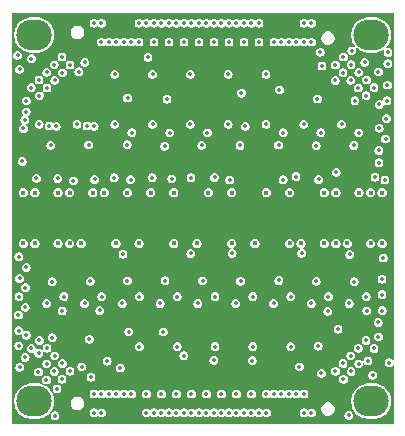
<source format=gbr>
%TF.GenerationSoftware,KiCad,Pcbnew,9.0.6*%
%TF.CreationDate,2025-11-12T11:45:23+01:00*%
%TF.ProjectId,S13552_64Ch_Adapter_BGA2803_V2,53313335-3532-45f3-9634-43685f416461,1*%
%TF.SameCoordinates,Original*%
%TF.FileFunction,Copper,L5,Inr*%
%TF.FilePolarity,Positive*%
%FSLAX46Y46*%
G04 Gerber Fmt 4.6, Leading zero omitted, Abs format (unit mm)*
G04 Created by KiCad (PCBNEW 9.0.6) date 2025-11-12 11:45:23*
%MOMM*%
%LPD*%
G01*
G04 APERTURE LIST*
%TA.AperFunction,ComponentPad*%
%ADD10O,3.000000X2.600000*%
%TD*%
%TA.AperFunction,ViaPad*%
%ADD11C,0.400000*%
%TD*%
%TA.AperFunction,ViaPad*%
%ADD12C,0.350000*%
%TD*%
G04 APERTURE END LIST*
D10*
%TO.N,GND*%
%TO.C,H102*%
X86340000Y-45167114D03*
%TD*%
%TO.N,GND*%
%TO.C,H104*%
X114879999Y-76167098D03*
%TD*%
%TO.N,GND*%
%TO.C,H103*%
X86340000Y-76167098D03*
%TD*%
%TO.N,GND*%
%TO.C,H101*%
X114880000Y-45167114D03*
%TD*%
D11*
%TO.N,Ch_6*%
X113840000Y-58517107D03*
%TO.N,Ch_22*%
X106000000Y-58517107D03*
%TO.N,Ch_11*%
X110900000Y-62817107D03*
%TO.N,Ch_10*%
X111880000Y-58517107D03*
%TO.N,Ch_62*%
X86400000Y-58517107D03*
%TO.N,Ch_43*%
X95220000Y-62817107D03*
%TO.N,Ch_64*%
X85420000Y-58517107D03*
%TO.N,Ch_52*%
X91300000Y-58517107D03*
%TO.N,Ch_18*%
X107960000Y-58517107D03*
%TO.N,Ch_23*%
X105020000Y-62817107D03*
%TO.N,Ch_32*%
X101100000Y-58517107D03*
%TO.N,Ch_37*%
X98160000Y-62817107D03*
%TO.N,Ch_46*%
X94240000Y-58517107D03*
%TO.N,Ch_3*%
X114820000Y-62817107D03*
%TO.N,Ch_1*%
X115800000Y-62817107D03*
%TO.N,Ch_27*%
X103060000Y-62817107D03*
%TO.N,Ch_9*%
X111880000Y-62817107D03*
%TO.N,Ch_7*%
X112860000Y-62817107D03*
%TO.N,Ch_61*%
X86400000Y-62817107D03*
%TO.N,Ch_4*%
X114820000Y-58517107D03*
%TO.N,Ch_12*%
X110900000Y-58517107D03*
%TO.N,Ch_58*%
X88360000Y-58517107D03*
%TO.N,Ch_38*%
X98160000Y-58517107D03*
%TO.N,Ch_55*%
X89340000Y-62817107D03*
%TO.N,Ch_53*%
X90320000Y-62817107D03*
%TO.N,Ch_56*%
X89340000Y-58517107D03*
%TO.N,Ch_50*%
X92280000Y-58517107D03*
%TO.N,Ch_47*%
X93260000Y-62817107D03*
%TO.N,Ch_57*%
X88360000Y-62817107D03*
%TO.N,Ch_17*%
X107960000Y-62817107D03*
%TO.N,Ch_42*%
X96200000Y-58517107D03*
%TO.N,Ch_63*%
X85420000Y-62817107D03*
%TO.N,Ch_33*%
X100120000Y-62817107D03*
%TO.N,Ch_2*%
X115800000Y-58517107D03*
%TO.N,Ch_15*%
X108940000Y-62817107D03*
%TO.N,Ch_28*%
X103060000Y-58517107D03*
D12*
%TO.N,GND*%
X113500000Y-50737107D03*
X116245052Y-49407518D03*
X93110000Y-57267107D03*
X87400590Y-48327696D03*
X90119479Y-48286586D03*
X97590000Y-50597107D03*
X100530000Y-54507107D03*
X115560000Y-53057107D03*
X91402500Y-75567098D03*
X116210000Y-50747107D03*
X93860000Y-63727107D03*
X88100000Y-77417107D03*
X109817500Y-44167114D03*
X113410000Y-54517107D03*
X115484651Y-70734635D03*
X91890000Y-68487107D03*
X87380000Y-74377107D03*
X85670000Y-51667107D03*
X86741204Y-72112619D03*
X85130000Y-73297107D03*
X101610000Y-57227107D03*
X88270000Y-75137107D03*
X85680000Y-64847107D03*
X115540000Y-55987107D03*
X102900000Y-57447107D03*
X108510000Y-57157107D03*
X85060000Y-67327107D03*
X85680000Y-70580000D03*
X112070000Y-70077107D03*
X93630000Y-73367107D03*
X110420000Y-57397107D03*
X111840000Y-49017107D03*
X113229547Y-46495772D03*
X110710000Y-47797107D03*
X92037500Y-44167114D03*
X110210000Y-54547107D03*
X91090000Y-66017107D03*
X84940000Y-46887107D03*
X92037500Y-77167098D03*
X115800000Y-68497107D03*
X94210000Y-54457107D03*
X115560000Y-51050000D03*
X91450000Y-57397107D03*
X113170641Y-47678926D03*
X109817500Y-77167098D03*
X111920000Y-56797107D03*
X115116952Y-71708968D03*
X116170000Y-52250000D03*
X115790000Y-65837107D03*
X114600000Y-72767107D03*
X114468181Y-48976466D03*
X88710000Y-68537107D03*
X92037500Y-45767114D03*
X86530000Y-57307107D03*
X109182500Y-77167098D03*
X110230000Y-66027107D03*
X95980000Y-47057107D03*
X115790000Y-67147107D03*
X88049360Y-47678926D03*
X115116952Y-49625237D03*
X114500000Y-68527107D03*
X97400000Y-54577107D03*
X114320000Y-47477107D03*
X93307500Y-75567098D03*
X115460000Y-69507107D03*
X90630000Y-47477107D03*
X113819411Y-73006509D03*
X112521870Y-47030155D03*
X97420000Y-65967107D03*
X85030000Y-71477107D03*
X91150000Y-74142114D03*
X85430000Y-53077107D03*
X115200000Y-57207107D03*
X116380000Y-72910000D03*
X113170641Y-73655279D03*
X86103049Y-49625237D03*
X103810000Y-66007107D03*
X109010000Y-63637107D03*
X111190000Y-68557107D03*
X90367505Y-73262144D03*
X85550000Y-52357107D03*
X100600000Y-65977107D03*
X113430000Y-66057107D03*
X110660000Y-73807107D03*
X115490000Y-48297107D03*
X112990000Y-77370000D03*
X91402500Y-44167114D03*
X89660000Y-57517107D03*
X115008007Y-73973872D03*
X85100000Y-48077107D03*
X85570000Y-72467107D03*
X104810000Y-72737107D03*
X91402500Y-77167098D03*
X107060000Y-65947107D03*
X87860000Y-70797107D03*
X88698130Y-74304050D03*
X87740000Y-54507107D03*
X101560000Y-72717107D03*
X85590000Y-68227107D03*
X92672500Y-75567098D03*
X109182500Y-75567098D03*
X93942500Y-45767114D03*
X108800000Y-73257107D03*
X103770000Y-54517107D03*
X87400589Y-73006509D03*
X91010000Y-70917107D03*
X103890000Y-50087107D03*
X116090000Y-53957107D03*
X86110000Y-47167107D03*
X90950000Y-54467107D03*
X94250000Y-50507107D03*
X96330000Y-57267107D03*
X86751820Y-48976466D03*
X109817500Y-45767114D03*
X85040000Y-63957107D03*
X99620000Y-57247107D03*
X112521870Y-74304050D03*
X108547500Y-45767114D03*
X115530000Y-54947107D03*
X88049359Y-73655279D03*
X97980000Y-57337107D03*
X107030000Y-54487107D03*
X107420000Y-57437107D03*
X113819411Y-48327696D03*
X86103048Y-71708968D03*
X110560000Y-46617107D03*
X110390000Y-71507107D03*
X85670000Y-50747107D03*
X85030000Y-70197107D03*
X94505991Y-57405039D03*
X116300000Y-46647107D03*
X88698131Y-47030155D03*
X110320000Y-50587107D03*
X86700000Y-73707107D03*
X88330000Y-57317107D03*
X107110000Y-49817107D03*
X85600000Y-66557107D03*
X116040000Y-57447107D03*
X94240000Y-65967107D03*
X113060000Y-63747107D03*
X109182500Y-45767114D03*
X94350000Y-70287107D03*
X97270000Y-70307107D03*
X116290000Y-47607107D03*
X109182500Y-44167114D03*
X85010000Y-68877107D03*
X99600000Y-63667107D03*
X99010000Y-72317107D03*
X92520000Y-72787107D03*
X103100000Y-63657107D03*
X85100000Y-65777107D03*
X87860000Y-66067107D03*
X92037500Y-75567098D03*
X96482500Y-77167098D03*
X107912500Y-45767114D03*
X90810000Y-52872809D03*
X87610001Y-52872810D03*
X92672500Y-45767114D03*
X93942500Y-75567098D03*
X104737500Y-44167114D03*
X93307500Y-45767114D03*
X108547500Y-75567098D03*
X106007500Y-77167098D03*
X95847500Y-77167098D03*
X95212500Y-44167114D03*
X105372500Y-44167114D03*
X94577500Y-75567098D03*
X107912500Y-75567098D03*
X106642500Y-45767114D03*
X106642500Y-75567098D03*
X94577500Y-45767114D03*
X107277500Y-75567098D03*
X107277500Y-45767114D03*
%TO.N,+3V3*%
X105965000Y-64324214D03*
X104855000Y-51484214D03*
X93165000Y-64324214D03*
X99565000Y-68554214D03*
X98455000Y-55714214D03*
X88855000Y-55714214D03*
X109165000Y-64324214D03*
X102765000Y-68554214D03*
X99565000Y-64324214D03*
X89965000Y-64324214D03*
X104855000Y-55714214D03*
X93165000Y-68554214D03*
X95255000Y-51484214D03*
X96365000Y-68554214D03*
X108055000Y-51484214D03*
X112365000Y-64324214D03*
X92055000Y-55714214D03*
X95255000Y-55714214D03*
X98455000Y-51484214D03*
X111255000Y-55714214D03*
X101655000Y-51484214D03*
X102765000Y-64324214D03*
X96365000Y-64324214D03*
X86765000Y-64324214D03*
X114455000Y-55714214D03*
X105965000Y-68554214D03*
X108055000Y-55714214D03*
X101655000Y-55714214D03*
X114455000Y-65442107D03*
X106007500Y-44167114D03*
X86765000Y-55892107D03*
X95255000Y-69672107D03*
X109165000Y-51662107D03*
X106642500Y-44167114D03*
X93165000Y-55892107D03*
X101655000Y-65442107D03*
X89965000Y-55892107D03*
X111255000Y-69672107D03*
X109165000Y-55892107D03*
X114455000Y-69672107D03*
X108055000Y-65442107D03*
X107277500Y-44167114D03*
X99565000Y-55892107D03*
X94577500Y-77167098D03*
X93307500Y-77167098D03*
X98455000Y-65442107D03*
X104855000Y-69672107D03*
X92055000Y-65442107D03*
X112365000Y-51662107D03*
X93942500Y-77167098D03*
X99565000Y-51662107D03*
X88855000Y-69672107D03*
X92672500Y-77167098D03*
X93165000Y-51662107D03*
X105965000Y-55892107D03*
X95212500Y-77167098D03*
X98455000Y-69672107D03*
X102765000Y-55892107D03*
X108055000Y-69672107D03*
X88855000Y-65442107D03*
X92055000Y-69672107D03*
X107912500Y-44167114D03*
X111255000Y-65442107D03*
X96365000Y-55892107D03*
X102765000Y-51662107D03*
X86765000Y-51662107D03*
X101655000Y-69672107D03*
X104855000Y-65442107D03*
X112365000Y-55892107D03*
X108547500Y-44167114D03*
X95255000Y-65442107D03*
X105965000Y-51662107D03*
X89965000Y-51662107D03*
X96365000Y-51662107D03*
%TO.N,+1V1*%
X95255000Y-71544214D03*
X99565000Y-52724214D03*
X102765000Y-52724214D03*
X93165000Y-48494214D03*
X112491819Y-72976457D03*
X114438130Y-71030146D03*
X101655000Y-71544214D03*
X108055000Y-71544214D03*
X87430642Y-49655288D03*
X111843048Y-47708977D03*
X92055000Y-67314214D03*
X111843048Y-73625228D03*
X98455000Y-67314214D03*
X113789359Y-71678917D03*
X86781871Y-50304059D03*
X88079411Y-72327687D03*
X96365000Y-52724214D03*
X113140589Y-49006518D03*
X89376953Y-47708977D03*
X104855000Y-71544214D03*
X86765000Y-52724214D03*
X99565000Y-48494214D03*
X89376952Y-73625228D03*
X105965000Y-48494214D03*
X98455000Y-71544214D03*
X86781870Y-71030146D03*
X88728181Y-72976457D03*
X101655000Y-67314214D03*
X113789359Y-49655288D03*
X114455000Y-67314214D03*
X113140589Y-72327687D03*
X109165000Y-52724214D03*
X88079412Y-49006518D03*
X88728182Y-48357748D03*
X93165000Y-52724214D03*
X114438130Y-50304059D03*
X102765000Y-48494214D03*
X89965000Y-52724214D03*
X96365000Y-48494214D03*
X105965000Y-52724214D03*
X88855000Y-67314214D03*
X95255000Y-67314214D03*
X111255000Y-67314214D03*
X112365000Y-52724214D03*
X87430641Y-71678917D03*
X112491819Y-48357748D03*
X104855000Y-67314214D03*
X108055000Y-67314214D03*
%TO.N,Net-(C1-Pad1)*%
X115897107Y-64054214D03*
%TO.N,Net-(C2-Pad1)*%
X85327107Y-55874214D03*
%TO.N,out_Ch_50*%
X97752500Y-45767114D03*
X94615000Y-53442107D03*
%TO.N,out_Ch_62*%
X88215000Y-52902107D03*
X95212500Y-45767114D03*
%TO.N,out_Ch_56*%
X91415000Y-52902107D03*
X96482500Y-45767114D03*
%TO.N,out_Ch_48*%
X97117500Y-44167114D03*
%TO.N,out_Ch_42*%
X97815000Y-53442107D03*
X99022500Y-45767114D03*
%TO.N,out_Ch_32*%
X101015000Y-53442107D03*
X100292500Y-45767114D03*
%TO.N,out_Ch_22*%
X101562500Y-45767114D03*
X104215000Y-52902107D03*
%TO.N,out_Ch_12*%
X102832500Y-45767114D03*
X107415000Y-53442107D03*
%TO.N,out_Ch_6*%
X110615000Y-53442107D03*
X104102500Y-45767114D03*
%TO.N,out_Ch_2*%
X105372500Y-45767114D03*
X113815000Y-53442107D03*
%TO.N,out_Ch_40*%
X98387500Y-44167114D03*
%TO.N,out_Ch_34*%
X99657500Y-44167114D03*
%TO.N,out_Ch_26*%
X100927500Y-44167114D03*
%TO.N,out_Ch_20*%
X102197500Y-44167114D03*
%TO.N,out_Ch_60*%
X95847500Y-44167114D03*
%TO.N,out_Ch_54*%
X96482500Y-44167114D03*
%TO.N,out_Ch_8*%
X104102500Y-44167114D03*
%TO.N,out_Ch_44*%
X97752500Y-44167114D03*
%TO.N,out_Ch_36*%
X99022500Y-44167114D03*
%TO.N,out_Ch_30*%
X100292500Y-44167114D03*
%TO.N,out_Ch_24*%
X101562500Y-44167114D03*
%TO.N,out_Ch_16*%
X102832500Y-44167114D03*
%TO.N,out_Ch_14*%
X103467500Y-44167114D03*
%TO.N,out_Ch_13*%
X104737500Y-77167098D03*
%TO.N,out_Ch_19*%
X104102500Y-77167098D03*
%TO.N,out_Ch_25*%
X102832500Y-77167098D03*
%TO.N,out_Ch_35*%
X100927500Y-77167098D03*
%TO.N,out_Ch_51*%
X97752500Y-77167098D03*
%TO.N,out_Ch_5*%
X105372500Y-77167098D03*
%TO.N,out_Ch_45*%
X99022500Y-77167098D03*
%TO.N,out_Ch_41*%
X99657500Y-77167098D03*
%TO.N,out_Ch_49*%
X98387500Y-77167098D03*
%TO.N,out_Ch_29*%
X102197500Y-77167098D03*
%TO.N,out_Ch_39*%
X100292500Y-77167098D03*
%TO.N,out_Ch_21*%
X103467500Y-77167098D03*
%TO.N,out_Ch_59*%
X97117500Y-77167098D03*
%TO.N,out_Ch_31*%
X101562500Y-77167098D03*
%TO.N,out_Ch_63*%
X95847500Y-75567098D03*
X87405000Y-67892107D03*
%TO.N,out_Ch_23*%
X102197500Y-75567098D03*
X103405000Y-67892107D03*
%TO.N,out_Ch_43*%
X99657500Y-75567098D03*
X97005000Y-67892107D03*
%TO.N,out_Ch_15*%
X103467500Y-75567098D03*
X106605000Y-67892107D03*
%TO.N,out_Ch_53*%
X93805000Y-67892107D03*
X98387500Y-75567098D03*
%TO.N,out_Ch_9*%
X109805000Y-67892107D03*
X104737500Y-75567098D03*
%TO.N,out_Ch_3*%
X113005000Y-67892107D03*
X106007500Y-75567098D03*
%TO.N,out_Ch_57*%
X90605000Y-67892107D03*
X97117500Y-75567098D03*
%TO.N,out_Ch_33*%
X100927500Y-75567098D03*
X100205000Y-67892107D03*
%TD*%
%TA.AperFunction,Conductor*%
%TO.N,+3V3*%
G36*
X116765148Y-43281959D02*
G01*
X116779500Y-43316607D01*
X116779500Y-72668084D01*
X116765148Y-72702732D01*
X116730500Y-72717084D01*
X116695852Y-72702732D01*
X116688065Y-72692585D01*
X116680475Y-72679438D01*
X116610562Y-72609525D01*
X116595722Y-72600957D01*
X116524940Y-72560090D01*
X116524936Y-72560089D01*
X116429438Y-72534500D01*
X116429435Y-72534500D01*
X116330565Y-72534500D01*
X116330562Y-72534500D01*
X116235063Y-72560089D01*
X116235059Y-72560090D01*
X116149437Y-72609525D01*
X116149437Y-72609526D01*
X116079526Y-72679437D01*
X116079525Y-72679437D01*
X116030090Y-72765059D01*
X116030089Y-72765063D01*
X116004500Y-72860562D01*
X116004500Y-72959437D01*
X116030089Y-73054936D01*
X116030090Y-73054940D01*
X116077205Y-73136544D01*
X116079525Y-73140562D01*
X116149438Y-73210475D01*
X116180776Y-73228568D01*
X116235059Y-73259909D01*
X116235061Y-73259909D01*
X116235062Y-73259910D01*
X116258937Y-73266307D01*
X116330562Y-73285500D01*
X116330565Y-73285500D01*
X116429437Y-73285500D01*
X116477186Y-73272705D01*
X116524938Y-73259910D01*
X116610562Y-73210475D01*
X116680475Y-73140562D01*
X116688065Y-73127414D01*
X116717818Y-73104585D01*
X116755000Y-73109480D01*
X116777830Y-73139233D01*
X116779500Y-73151915D01*
X116779500Y-78017598D01*
X116765148Y-78052246D01*
X116730500Y-78066598D01*
X84489500Y-78066598D01*
X84454852Y-78052246D01*
X84440500Y-78017598D01*
X84440500Y-76049006D01*
X84639500Y-76049006D01*
X84639500Y-76285189D01*
X84676446Y-76518463D01*
X84676447Y-76518466D01*
X84749432Y-76743091D01*
X84856653Y-76953525D01*
X84856656Y-76953529D01*
X84856657Y-76953531D01*
X84995483Y-77144608D01*
X84995485Y-77144610D01*
X84995488Y-77144614D01*
X85162483Y-77311609D01*
X85162486Y-77311611D01*
X85162490Y-77311615D01*
X85353567Y-77450441D01*
X85353569Y-77450442D01*
X85353572Y-77450444D01*
X85480153Y-77514940D01*
X85564008Y-77557666D01*
X85788632Y-77630651D01*
X86021908Y-77667598D01*
X86021909Y-77667598D01*
X86658091Y-77667598D01*
X86658092Y-77667598D01*
X86891368Y-77630651D01*
X87115992Y-77557666D01*
X87326433Y-77450441D01*
X87440359Y-77367669D01*
X87724500Y-77367669D01*
X87724500Y-77466544D01*
X87750089Y-77562043D01*
X87750090Y-77562047D01*
X87799525Y-77647669D01*
X87869438Y-77717582D01*
X87900776Y-77735675D01*
X87955059Y-77767016D01*
X87955061Y-77767016D01*
X87955062Y-77767017D01*
X87978937Y-77773414D01*
X88050562Y-77792607D01*
X88050565Y-77792607D01*
X88149437Y-77792607D01*
X88197186Y-77779812D01*
X88244938Y-77767017D01*
X88330562Y-77717582D01*
X88400475Y-77647669D01*
X88449910Y-77562045D01*
X88475224Y-77467573D01*
X88475500Y-77466544D01*
X88475500Y-77367669D01*
X88449910Y-77272170D01*
X88449909Y-77272166D01*
X88417789Y-77216533D01*
X88400475Y-77186545D01*
X88331590Y-77117660D01*
X91027000Y-77117660D01*
X91027000Y-77216535D01*
X91052589Y-77312034D01*
X91052590Y-77312038D01*
X91088006Y-77373379D01*
X91102025Y-77397660D01*
X91171938Y-77467573D01*
X91203276Y-77485666D01*
X91257559Y-77517007D01*
X91257561Y-77517007D01*
X91257562Y-77517008D01*
X91281437Y-77523405D01*
X91353062Y-77542598D01*
X91353065Y-77542598D01*
X91451937Y-77542598D01*
X91499686Y-77529803D01*
X91547438Y-77517008D01*
X91551024Y-77514938D01*
X91558911Y-77510384D01*
X91633062Y-77467573D01*
X91685352Y-77415283D01*
X91720000Y-77400931D01*
X91754648Y-77415283D01*
X91806938Y-77467573D01*
X91838276Y-77485666D01*
X91892559Y-77517007D01*
X91892561Y-77517007D01*
X91892562Y-77517008D01*
X91916437Y-77523405D01*
X91988062Y-77542598D01*
X91988065Y-77542598D01*
X92086937Y-77542598D01*
X92134686Y-77529803D01*
X92182438Y-77517008D01*
X92186024Y-77514938D01*
X92193911Y-77510384D01*
X92268062Y-77467573D01*
X92337975Y-77397660D01*
X92387410Y-77312036D01*
X92400205Y-77264284D01*
X92413000Y-77216535D01*
X92413000Y-77117660D01*
X95472000Y-77117660D01*
X95472000Y-77216535D01*
X95497589Y-77312034D01*
X95497590Y-77312038D01*
X95533006Y-77373379D01*
X95547025Y-77397660D01*
X95616938Y-77467573D01*
X95648276Y-77485666D01*
X95702559Y-77517007D01*
X95702561Y-77517007D01*
X95702562Y-77517008D01*
X95726437Y-77523405D01*
X95798062Y-77542598D01*
X95798065Y-77542598D01*
X95896937Y-77542598D01*
X95944686Y-77529803D01*
X95992438Y-77517008D01*
X95996024Y-77514938D01*
X96003911Y-77510384D01*
X96078062Y-77467573D01*
X96130352Y-77415283D01*
X96165000Y-77400931D01*
X96199648Y-77415283D01*
X96251938Y-77467573D01*
X96283276Y-77485666D01*
X96337559Y-77517007D01*
X96337561Y-77517007D01*
X96337562Y-77517008D01*
X96361437Y-77523405D01*
X96433062Y-77542598D01*
X96433065Y-77542598D01*
X96531937Y-77542598D01*
X96579686Y-77529803D01*
X96627438Y-77517008D01*
X96631024Y-77514938D01*
X96638911Y-77510384D01*
X96713062Y-77467573D01*
X96765352Y-77415283D01*
X96800000Y-77400931D01*
X96834648Y-77415283D01*
X96886938Y-77467573D01*
X96918276Y-77485666D01*
X96972559Y-77517007D01*
X96972561Y-77517007D01*
X96972562Y-77517008D01*
X96996437Y-77523405D01*
X97068062Y-77542598D01*
X97068065Y-77542598D01*
X97166937Y-77542598D01*
X97214686Y-77529803D01*
X97262438Y-77517008D01*
X97266024Y-77514938D01*
X97273911Y-77510384D01*
X97348062Y-77467573D01*
X97400352Y-77415283D01*
X97435000Y-77400931D01*
X97469648Y-77415283D01*
X97521938Y-77467573D01*
X97553276Y-77485666D01*
X97607559Y-77517007D01*
X97607561Y-77517007D01*
X97607562Y-77517008D01*
X97631437Y-77523405D01*
X97703062Y-77542598D01*
X97703065Y-77542598D01*
X97801937Y-77542598D01*
X97849686Y-77529803D01*
X97897438Y-77517008D01*
X97901024Y-77514938D01*
X97908911Y-77510384D01*
X97983062Y-77467573D01*
X98035352Y-77415283D01*
X98070000Y-77400931D01*
X98104648Y-77415283D01*
X98156938Y-77467573D01*
X98188276Y-77485666D01*
X98242559Y-77517007D01*
X98242561Y-77517007D01*
X98242562Y-77517008D01*
X98266437Y-77523405D01*
X98338062Y-77542598D01*
X98338065Y-77542598D01*
X98436937Y-77542598D01*
X98484686Y-77529803D01*
X98532438Y-77517008D01*
X98536024Y-77514938D01*
X98543911Y-77510384D01*
X98618062Y-77467573D01*
X98670352Y-77415283D01*
X98705000Y-77400931D01*
X98739648Y-77415283D01*
X98791938Y-77467573D01*
X98823276Y-77485666D01*
X98877559Y-77517007D01*
X98877561Y-77517007D01*
X98877562Y-77517008D01*
X98901437Y-77523405D01*
X98973062Y-77542598D01*
X98973065Y-77542598D01*
X99071937Y-77542598D01*
X99119686Y-77529803D01*
X99167438Y-77517008D01*
X99171024Y-77514938D01*
X99178911Y-77510384D01*
X99253062Y-77467573D01*
X99305352Y-77415283D01*
X99340000Y-77400931D01*
X99374648Y-77415283D01*
X99426938Y-77467573D01*
X99458276Y-77485666D01*
X99512559Y-77517007D01*
X99512561Y-77517007D01*
X99512562Y-77517008D01*
X99536437Y-77523405D01*
X99608062Y-77542598D01*
X99608065Y-77542598D01*
X99706937Y-77542598D01*
X99754686Y-77529803D01*
X99802438Y-77517008D01*
X99806024Y-77514938D01*
X99813911Y-77510384D01*
X99888062Y-77467573D01*
X99940352Y-77415283D01*
X99975000Y-77400931D01*
X100009648Y-77415283D01*
X100061938Y-77467573D01*
X100093276Y-77485666D01*
X100147559Y-77517007D01*
X100147561Y-77517007D01*
X100147562Y-77517008D01*
X100171437Y-77523405D01*
X100243062Y-77542598D01*
X100243065Y-77542598D01*
X100341937Y-77542598D01*
X100389686Y-77529803D01*
X100437438Y-77517008D01*
X100441024Y-77514938D01*
X100448911Y-77510384D01*
X100523062Y-77467573D01*
X100575352Y-77415283D01*
X100610000Y-77400931D01*
X100644648Y-77415283D01*
X100696938Y-77467573D01*
X100728276Y-77485666D01*
X100782559Y-77517007D01*
X100782561Y-77517007D01*
X100782562Y-77517008D01*
X100806437Y-77523405D01*
X100878062Y-77542598D01*
X100878065Y-77542598D01*
X100976937Y-77542598D01*
X101024686Y-77529803D01*
X101072438Y-77517008D01*
X101076024Y-77514938D01*
X101083911Y-77510384D01*
X101158062Y-77467573D01*
X101210352Y-77415283D01*
X101245000Y-77400931D01*
X101279648Y-77415283D01*
X101331938Y-77467573D01*
X101363276Y-77485666D01*
X101417559Y-77517007D01*
X101417561Y-77517007D01*
X101417562Y-77517008D01*
X101441437Y-77523405D01*
X101513062Y-77542598D01*
X101513065Y-77542598D01*
X101611937Y-77542598D01*
X101659686Y-77529803D01*
X101707438Y-77517008D01*
X101711024Y-77514938D01*
X101718911Y-77510384D01*
X101793062Y-77467573D01*
X101845352Y-77415283D01*
X101880000Y-77400931D01*
X101914648Y-77415283D01*
X101966938Y-77467573D01*
X101998276Y-77485666D01*
X102052559Y-77517007D01*
X102052561Y-77517007D01*
X102052562Y-77517008D01*
X102076437Y-77523405D01*
X102148062Y-77542598D01*
X102148065Y-77542598D01*
X102246937Y-77542598D01*
X102294686Y-77529803D01*
X102342438Y-77517008D01*
X102346024Y-77514938D01*
X102353911Y-77510384D01*
X102428062Y-77467573D01*
X102480352Y-77415283D01*
X102515000Y-77400931D01*
X102549648Y-77415283D01*
X102601938Y-77467573D01*
X102633276Y-77485666D01*
X102687559Y-77517007D01*
X102687561Y-77517007D01*
X102687562Y-77517008D01*
X102711437Y-77523405D01*
X102783062Y-77542598D01*
X102783065Y-77542598D01*
X102881937Y-77542598D01*
X102929686Y-77529803D01*
X102977438Y-77517008D01*
X102981024Y-77514938D01*
X102988911Y-77510384D01*
X103063062Y-77467573D01*
X103115352Y-77415283D01*
X103150000Y-77400931D01*
X103184648Y-77415283D01*
X103236938Y-77467573D01*
X103268276Y-77485666D01*
X103322559Y-77517007D01*
X103322561Y-77517007D01*
X103322562Y-77517008D01*
X103346437Y-77523405D01*
X103418062Y-77542598D01*
X103418065Y-77542598D01*
X103516937Y-77542598D01*
X103564686Y-77529803D01*
X103612438Y-77517008D01*
X103616024Y-77514938D01*
X103623911Y-77510384D01*
X103698062Y-77467573D01*
X103750352Y-77415283D01*
X103785000Y-77400931D01*
X103819648Y-77415283D01*
X103871938Y-77467573D01*
X103903276Y-77485666D01*
X103957559Y-77517007D01*
X103957561Y-77517007D01*
X103957562Y-77517008D01*
X103981437Y-77523405D01*
X104053062Y-77542598D01*
X104053065Y-77542598D01*
X104151937Y-77542598D01*
X104199686Y-77529803D01*
X104247438Y-77517008D01*
X104251024Y-77514938D01*
X104258911Y-77510384D01*
X104333062Y-77467573D01*
X104385352Y-77415283D01*
X104420000Y-77400931D01*
X104454648Y-77415283D01*
X104506938Y-77467573D01*
X104538276Y-77485666D01*
X104592559Y-77517007D01*
X104592561Y-77517007D01*
X104592562Y-77517008D01*
X104616437Y-77523405D01*
X104688062Y-77542598D01*
X104688065Y-77542598D01*
X104786937Y-77542598D01*
X104834686Y-77529803D01*
X104882438Y-77517008D01*
X104886024Y-77514938D01*
X104893911Y-77510384D01*
X104968062Y-77467573D01*
X105020352Y-77415283D01*
X105055000Y-77400931D01*
X105089648Y-77415283D01*
X105141938Y-77467573D01*
X105173276Y-77485666D01*
X105227559Y-77517007D01*
X105227561Y-77517007D01*
X105227562Y-77517008D01*
X105251437Y-77523405D01*
X105323062Y-77542598D01*
X105323065Y-77542598D01*
X105421937Y-77542598D01*
X105469686Y-77529803D01*
X105517438Y-77517008D01*
X105521024Y-77514938D01*
X105528911Y-77510384D01*
X105603062Y-77467573D01*
X105655352Y-77415283D01*
X105690000Y-77400931D01*
X105724648Y-77415283D01*
X105776938Y-77467573D01*
X105808276Y-77485666D01*
X105862559Y-77517007D01*
X105862561Y-77517007D01*
X105862562Y-77517008D01*
X105886437Y-77523405D01*
X105958062Y-77542598D01*
X105958065Y-77542598D01*
X106056937Y-77542598D01*
X106104686Y-77529803D01*
X106152438Y-77517008D01*
X106156024Y-77514938D01*
X106163911Y-77510384D01*
X106238062Y-77467573D01*
X106307975Y-77397660D01*
X106357410Y-77312036D01*
X106370205Y-77264284D01*
X106383000Y-77216535D01*
X106383000Y-77117660D01*
X108807000Y-77117660D01*
X108807000Y-77216535D01*
X108832589Y-77312034D01*
X108832590Y-77312038D01*
X108868006Y-77373379D01*
X108882025Y-77397660D01*
X108951938Y-77467573D01*
X108983276Y-77485666D01*
X109037559Y-77517007D01*
X109037561Y-77517007D01*
X109037562Y-77517008D01*
X109061437Y-77523405D01*
X109133062Y-77542598D01*
X109133065Y-77542598D01*
X109231937Y-77542598D01*
X109279686Y-77529803D01*
X109327438Y-77517008D01*
X109331024Y-77514938D01*
X109338911Y-77510384D01*
X109413062Y-77467573D01*
X109465352Y-77415283D01*
X109500000Y-77400931D01*
X109534648Y-77415283D01*
X109586938Y-77467573D01*
X109618276Y-77485666D01*
X109672559Y-77517007D01*
X109672561Y-77517007D01*
X109672562Y-77517008D01*
X109696437Y-77523405D01*
X109768062Y-77542598D01*
X109768065Y-77542598D01*
X109866937Y-77542598D01*
X109914686Y-77529803D01*
X109962438Y-77517008D01*
X109966024Y-77514938D01*
X109973911Y-77510384D01*
X110048062Y-77467573D01*
X110117975Y-77397660D01*
X110167410Y-77312036D01*
X110180205Y-77264284D01*
X110193000Y-77216535D01*
X110193000Y-77117660D01*
X110167410Y-77022161D01*
X110167409Y-77022157D01*
X110127787Y-76953531D01*
X110117975Y-76936536D01*
X110048062Y-76866623D01*
X109962440Y-76817188D01*
X109962436Y-76817187D01*
X109918633Y-76805450D01*
X109866938Y-76791598D01*
X109866935Y-76791598D01*
X109768065Y-76791598D01*
X109768062Y-76791598D01*
X109672563Y-76817187D01*
X109672559Y-76817188D01*
X109586937Y-76866623D01*
X109586937Y-76866624D01*
X109534648Y-76918913D01*
X109500000Y-76933265D01*
X109465352Y-76918913D01*
X109413062Y-76866623D01*
X109327440Y-76817188D01*
X109327436Y-76817187D01*
X109231938Y-76791598D01*
X109231935Y-76791598D01*
X109133065Y-76791598D01*
X109133062Y-76791598D01*
X109037563Y-76817187D01*
X109037559Y-76817188D01*
X108951937Y-76866623D01*
X108951937Y-76866624D01*
X108882026Y-76936535D01*
X108882025Y-76936535D01*
X108832590Y-77022157D01*
X108832589Y-77022161D01*
X108807000Y-77117660D01*
X106383000Y-77117660D01*
X106357410Y-77022161D01*
X106357409Y-77022157D01*
X106317787Y-76953531D01*
X106307975Y-76936536D01*
X106238062Y-76866623D01*
X106152440Y-76817188D01*
X106152436Y-76817187D01*
X106056938Y-76791598D01*
X106056935Y-76791598D01*
X105958065Y-76791598D01*
X105958062Y-76791598D01*
X105862563Y-76817187D01*
X105862559Y-76817188D01*
X105776937Y-76866623D01*
X105776937Y-76866624D01*
X105724648Y-76918913D01*
X105690000Y-76933265D01*
X105655352Y-76918913D01*
X105603062Y-76866623D01*
X105517440Y-76817188D01*
X105517436Y-76817187D01*
X105421938Y-76791598D01*
X105421935Y-76791598D01*
X105323065Y-76791598D01*
X105323062Y-76791598D01*
X105227563Y-76817187D01*
X105227559Y-76817188D01*
X105141937Y-76866623D01*
X105141937Y-76866624D01*
X105089648Y-76918913D01*
X105055000Y-76933265D01*
X105020352Y-76918913D01*
X104968062Y-76866623D01*
X104882440Y-76817188D01*
X104882436Y-76817187D01*
X104786938Y-76791598D01*
X104786935Y-76791598D01*
X104688065Y-76791598D01*
X104688062Y-76791598D01*
X104592563Y-76817187D01*
X104592559Y-76817188D01*
X104506937Y-76866623D01*
X104506937Y-76866624D01*
X104454648Y-76918913D01*
X104420000Y-76933265D01*
X104385352Y-76918913D01*
X104333062Y-76866623D01*
X104247440Y-76817188D01*
X104247436Y-76817187D01*
X104151938Y-76791598D01*
X104151935Y-76791598D01*
X104053065Y-76791598D01*
X104053062Y-76791598D01*
X103957563Y-76817187D01*
X103957559Y-76817188D01*
X103871937Y-76866623D01*
X103871937Y-76866624D01*
X103819648Y-76918913D01*
X103785000Y-76933265D01*
X103750352Y-76918913D01*
X103698062Y-76866623D01*
X103612440Y-76817188D01*
X103612436Y-76817187D01*
X103516938Y-76791598D01*
X103516935Y-76791598D01*
X103418065Y-76791598D01*
X103418062Y-76791598D01*
X103322563Y-76817187D01*
X103322559Y-76817188D01*
X103236937Y-76866623D01*
X103236937Y-76866624D01*
X103184648Y-76918913D01*
X103150000Y-76933265D01*
X103115352Y-76918913D01*
X103063062Y-76866623D01*
X102977440Y-76817188D01*
X102977436Y-76817187D01*
X102881938Y-76791598D01*
X102881935Y-76791598D01*
X102783065Y-76791598D01*
X102783062Y-76791598D01*
X102687563Y-76817187D01*
X102687559Y-76817188D01*
X102601937Y-76866623D01*
X102601937Y-76866624D01*
X102549648Y-76918913D01*
X102515000Y-76933265D01*
X102480352Y-76918913D01*
X102428062Y-76866623D01*
X102342440Y-76817188D01*
X102342436Y-76817187D01*
X102246938Y-76791598D01*
X102246935Y-76791598D01*
X102148065Y-76791598D01*
X102148062Y-76791598D01*
X102052563Y-76817187D01*
X102052559Y-76817188D01*
X101966937Y-76866623D01*
X101966937Y-76866624D01*
X101914648Y-76918913D01*
X101880000Y-76933265D01*
X101845352Y-76918913D01*
X101793062Y-76866623D01*
X101707440Y-76817188D01*
X101707436Y-76817187D01*
X101611938Y-76791598D01*
X101611935Y-76791598D01*
X101513065Y-76791598D01*
X101513062Y-76791598D01*
X101417563Y-76817187D01*
X101417559Y-76817188D01*
X101331937Y-76866623D01*
X101331937Y-76866624D01*
X101279648Y-76918913D01*
X101245000Y-76933265D01*
X101210352Y-76918913D01*
X101158062Y-76866623D01*
X101072440Y-76817188D01*
X101072436Y-76817187D01*
X100976938Y-76791598D01*
X100976935Y-76791598D01*
X100878065Y-76791598D01*
X100878062Y-76791598D01*
X100782563Y-76817187D01*
X100782559Y-76817188D01*
X100696937Y-76866623D01*
X100696937Y-76866624D01*
X100644648Y-76918913D01*
X100610000Y-76933265D01*
X100575352Y-76918913D01*
X100523062Y-76866623D01*
X100437440Y-76817188D01*
X100437436Y-76817187D01*
X100341938Y-76791598D01*
X100341935Y-76791598D01*
X100243065Y-76791598D01*
X100243062Y-76791598D01*
X100147563Y-76817187D01*
X100147559Y-76817188D01*
X100061937Y-76866623D01*
X100061937Y-76866624D01*
X100009648Y-76918913D01*
X99975000Y-76933265D01*
X99940352Y-76918913D01*
X99888062Y-76866623D01*
X99802440Y-76817188D01*
X99802436Y-76817187D01*
X99706938Y-76791598D01*
X99706935Y-76791598D01*
X99608065Y-76791598D01*
X99608062Y-76791598D01*
X99512563Y-76817187D01*
X99512559Y-76817188D01*
X99426937Y-76866623D01*
X99426937Y-76866624D01*
X99374648Y-76918913D01*
X99340000Y-76933265D01*
X99305352Y-76918913D01*
X99253062Y-76866623D01*
X99167440Y-76817188D01*
X99167436Y-76817187D01*
X99071938Y-76791598D01*
X99071935Y-76791598D01*
X98973065Y-76791598D01*
X98973062Y-76791598D01*
X98877563Y-76817187D01*
X98877559Y-76817188D01*
X98791937Y-76866623D01*
X98791937Y-76866624D01*
X98739648Y-76918913D01*
X98705000Y-76933265D01*
X98670352Y-76918913D01*
X98618062Y-76866623D01*
X98532440Y-76817188D01*
X98532436Y-76817187D01*
X98436938Y-76791598D01*
X98436935Y-76791598D01*
X98338065Y-76791598D01*
X98338062Y-76791598D01*
X98242563Y-76817187D01*
X98242559Y-76817188D01*
X98156937Y-76866623D01*
X98156937Y-76866624D01*
X98104648Y-76918913D01*
X98070000Y-76933265D01*
X98035352Y-76918913D01*
X97983062Y-76866623D01*
X97897440Y-76817188D01*
X97897436Y-76817187D01*
X97801938Y-76791598D01*
X97801935Y-76791598D01*
X97703065Y-76791598D01*
X97703062Y-76791598D01*
X97607563Y-76817187D01*
X97607559Y-76817188D01*
X97521937Y-76866623D01*
X97521937Y-76866624D01*
X97469648Y-76918913D01*
X97435000Y-76933265D01*
X97400352Y-76918913D01*
X97348062Y-76866623D01*
X97262440Y-76817188D01*
X97262436Y-76817187D01*
X97166938Y-76791598D01*
X97166935Y-76791598D01*
X97068065Y-76791598D01*
X97068062Y-76791598D01*
X96972563Y-76817187D01*
X96972559Y-76817188D01*
X96886937Y-76866623D01*
X96886937Y-76866624D01*
X96834648Y-76918913D01*
X96800000Y-76933265D01*
X96765352Y-76918913D01*
X96713062Y-76866623D01*
X96627440Y-76817188D01*
X96627436Y-76817187D01*
X96531938Y-76791598D01*
X96531935Y-76791598D01*
X96433065Y-76791598D01*
X96433062Y-76791598D01*
X96337563Y-76817187D01*
X96337559Y-76817188D01*
X96251937Y-76866623D01*
X96251937Y-76866624D01*
X96199648Y-76918913D01*
X96165000Y-76933265D01*
X96130352Y-76918913D01*
X96078062Y-76866623D01*
X95992440Y-76817188D01*
X95992436Y-76817187D01*
X95896938Y-76791598D01*
X95896935Y-76791598D01*
X95798065Y-76791598D01*
X95798062Y-76791598D01*
X95702563Y-76817187D01*
X95702559Y-76817188D01*
X95616937Y-76866623D01*
X95616937Y-76866624D01*
X95547026Y-76936535D01*
X95547025Y-76936535D01*
X95497590Y-77022157D01*
X95497589Y-77022161D01*
X95472000Y-77117660D01*
X92413000Y-77117660D01*
X92387410Y-77022161D01*
X92387409Y-77022157D01*
X92347787Y-76953531D01*
X92337975Y-76936536D01*
X92268062Y-76866623D01*
X92182440Y-76817188D01*
X92182436Y-76817187D01*
X92086938Y-76791598D01*
X92086935Y-76791598D01*
X91988065Y-76791598D01*
X91988062Y-76791598D01*
X91892563Y-76817187D01*
X91892559Y-76817188D01*
X91806937Y-76866623D01*
X91806937Y-76866624D01*
X91754648Y-76918913D01*
X91720000Y-76933265D01*
X91685352Y-76918913D01*
X91633062Y-76866623D01*
X91547440Y-76817188D01*
X91547436Y-76817187D01*
X91451938Y-76791598D01*
X91451935Y-76791598D01*
X91353065Y-76791598D01*
X91353062Y-76791598D01*
X91257563Y-76817187D01*
X91257559Y-76817188D01*
X91171937Y-76866623D01*
X91171937Y-76866624D01*
X91102026Y-76936535D01*
X91102025Y-76936535D01*
X91052590Y-77022157D01*
X91052589Y-77022161D01*
X91027000Y-77117660D01*
X88331590Y-77117660D01*
X88330562Y-77116632D01*
X88244940Y-77067197D01*
X88244936Y-77067196D01*
X88149438Y-77041607D01*
X88149435Y-77041607D01*
X88050565Y-77041607D01*
X88050562Y-77041607D01*
X87955063Y-77067196D01*
X87955059Y-77067197D01*
X87869437Y-77116632D01*
X87869437Y-77116633D01*
X87799526Y-77186544D01*
X87799525Y-77186544D01*
X87750090Y-77272166D01*
X87750089Y-77272170D01*
X87724500Y-77367669D01*
X87440359Y-77367669D01*
X87517510Y-77311615D01*
X87684517Y-77144608D01*
X87823343Y-76953531D01*
X87930568Y-76743090D01*
X88003553Y-76518466D01*
X88039528Y-76291328D01*
X89424500Y-76291328D01*
X89424500Y-76442867D01*
X89463718Y-76589231D01*
X89463719Y-76589235D01*
X89539485Y-76720463D01*
X89646635Y-76827613D01*
X89694666Y-76855344D01*
X89777862Y-76903378D01*
X89777864Y-76903378D01*
X89777865Y-76903379D01*
X89889402Y-76933265D01*
X89924230Y-76942597D01*
X89924231Y-76942598D01*
X89924234Y-76942598D01*
X90075769Y-76942598D01*
X90075769Y-76942597D01*
X90222135Y-76903379D01*
X90353365Y-76827613D01*
X90419650Y-76761328D01*
X110644500Y-76761328D01*
X110644500Y-76912867D01*
X110683718Y-77059231D01*
X110683719Y-77059235D01*
X110733010Y-77144608D01*
X110759485Y-77190463D01*
X110866635Y-77297613D01*
X110891620Y-77312038D01*
X110997862Y-77373378D01*
X110997864Y-77373378D01*
X110997865Y-77373379D01*
X111088484Y-77397660D01*
X111144230Y-77412597D01*
X111144231Y-77412598D01*
X111144234Y-77412598D01*
X111295769Y-77412598D01*
X111295769Y-77412597D01*
X111442135Y-77373379D01*
X111451156Y-77368171D01*
X111459718Y-77363227D01*
X111533616Y-77320562D01*
X112614500Y-77320562D01*
X112614500Y-77419437D01*
X112640089Y-77514936D01*
X112640090Y-77514940D01*
X112667286Y-77562043D01*
X112689525Y-77600562D01*
X112759438Y-77670475D01*
X112790776Y-77688568D01*
X112845059Y-77719909D01*
X112845061Y-77719909D01*
X112845062Y-77719910D01*
X112868937Y-77726307D01*
X112940562Y-77745500D01*
X112940565Y-77745500D01*
X113039437Y-77745500D01*
X113087186Y-77732705D01*
X113134938Y-77719910D01*
X113220562Y-77670475D01*
X113290475Y-77600562D01*
X113338715Y-77517008D01*
X113339909Y-77514940D01*
X113339909Y-77514939D01*
X113339910Y-77514938D01*
X113357192Y-77450441D01*
X113365500Y-77419437D01*
X113365500Y-77320562D01*
X113339910Y-77225063D01*
X113339909Y-77225059D01*
X113290474Y-77139437D01*
X113220562Y-77069525D01*
X113134940Y-77020090D01*
X113134936Y-77020089D01*
X113039438Y-76994500D01*
X113039435Y-76994500D01*
X112940565Y-76994500D01*
X112940562Y-76994500D01*
X112845063Y-77020089D01*
X112845059Y-77020090D01*
X112759437Y-77069525D01*
X112759437Y-77069526D01*
X112689526Y-77139437D01*
X112689525Y-77139437D01*
X112640090Y-77225059D01*
X112640089Y-77225063D01*
X112614500Y-77320562D01*
X111533616Y-77320562D01*
X111573365Y-77297613D01*
X111680515Y-77190463D01*
X111756281Y-77059233D01*
X111795499Y-76912867D01*
X111795500Y-76912867D01*
X111795500Y-76761329D01*
X111795499Y-76761328D01*
X111756281Y-76614964D01*
X111756280Y-76614960D01*
X111680514Y-76483732D01*
X111573365Y-76376583D01*
X111442137Y-76300817D01*
X111442133Y-76300816D01*
X111295769Y-76261598D01*
X111295766Y-76261598D01*
X111144234Y-76261598D01*
X111144231Y-76261598D01*
X110997866Y-76300816D01*
X110997862Y-76300817D01*
X110866634Y-76376583D01*
X110866634Y-76376584D01*
X110759486Y-76483732D01*
X110759485Y-76483732D01*
X110683719Y-76614960D01*
X110683718Y-76614964D01*
X110644500Y-76761328D01*
X90419650Y-76761328D01*
X90460515Y-76720463D01*
X90536281Y-76589233D01*
X90575499Y-76442867D01*
X90575500Y-76442867D01*
X90575500Y-76291329D01*
X90575499Y-76291328D01*
X90536281Y-76144964D01*
X90536280Y-76144960D01*
X90493914Y-76071581D01*
X90480880Y-76049006D01*
X113179499Y-76049006D01*
X113179499Y-76285189D01*
X113216445Y-76518463D01*
X113216446Y-76518466D01*
X113289431Y-76743091D01*
X113396652Y-76953525D01*
X113396655Y-76953529D01*
X113396656Y-76953531D01*
X113535482Y-77144608D01*
X113535484Y-77144610D01*
X113535487Y-77144614D01*
X113702482Y-77311609D01*
X113702485Y-77311611D01*
X113702489Y-77311615D01*
X113893566Y-77450441D01*
X113893568Y-77450442D01*
X113893571Y-77450444D01*
X114020152Y-77514940D01*
X114104007Y-77557666D01*
X114328631Y-77630651D01*
X114561907Y-77667598D01*
X114561908Y-77667598D01*
X115198090Y-77667598D01*
X115198091Y-77667598D01*
X115431367Y-77630651D01*
X115655991Y-77557666D01*
X115866432Y-77450441D01*
X116057509Y-77311615D01*
X116224516Y-77144608D01*
X116363342Y-76953531D01*
X116470567Y-76743090D01*
X116543552Y-76518466D01*
X116580499Y-76285190D01*
X116580499Y-76049006D01*
X116543552Y-75815730D01*
X116470567Y-75591106D01*
X116433146Y-75517663D01*
X116363345Y-75380670D01*
X116363343Y-75380667D01*
X116363342Y-75380665D01*
X116224516Y-75189588D01*
X116224512Y-75189584D01*
X116224510Y-75189581D01*
X116057515Y-75022586D01*
X116057516Y-75022586D01*
X116015646Y-74992166D01*
X115866432Y-74883755D01*
X115866430Y-74883754D01*
X115866426Y-74883751D01*
X115655992Y-74776530D01*
X115431367Y-74703545D01*
X115431364Y-74703544D01*
X115252166Y-74675162D01*
X115198091Y-74666598D01*
X114561907Y-74666598D01*
X114518008Y-74673550D01*
X114328633Y-74703544D01*
X114328630Y-74703545D01*
X114104005Y-74776530D01*
X113893571Y-74883751D01*
X113702482Y-75022586D01*
X113535487Y-75189581D01*
X113396652Y-75380670D01*
X113289431Y-75591104D01*
X113216446Y-75815729D01*
X113216445Y-75815732D01*
X113179499Y-76049006D01*
X90480880Y-76049006D01*
X90460514Y-76013732D01*
X90353365Y-75906583D01*
X90222137Y-75830817D01*
X90222133Y-75830816D01*
X90075769Y-75791598D01*
X90075766Y-75791598D01*
X89924234Y-75791598D01*
X89924231Y-75791598D01*
X89777866Y-75830816D01*
X89777862Y-75830817D01*
X89646634Y-75906583D01*
X89646634Y-75906584D01*
X89539486Y-76013732D01*
X89539485Y-76013732D01*
X89463719Y-76144960D01*
X89463718Y-76144964D01*
X89424500Y-76291328D01*
X88039528Y-76291328D01*
X88040500Y-76285190D01*
X88040500Y-76049006D01*
X88003553Y-75815730D01*
X87930568Y-75591106D01*
X87893147Y-75517663D01*
X87893145Y-75517660D01*
X91027000Y-75517660D01*
X91027000Y-75616535D01*
X91052589Y-75712034D01*
X91052590Y-75712038D01*
X91098525Y-75791598D01*
X91102025Y-75797660D01*
X91171938Y-75867573D01*
X91203276Y-75885666D01*
X91257559Y-75917007D01*
X91257561Y-75917007D01*
X91257562Y-75917008D01*
X91281437Y-75923405D01*
X91353062Y-75942598D01*
X91353065Y-75942598D01*
X91451937Y-75942598D01*
X91499686Y-75929803D01*
X91547438Y-75917008D01*
X91633062Y-75867573D01*
X91685352Y-75815283D01*
X91720000Y-75800931D01*
X91754648Y-75815283D01*
X91806938Y-75867573D01*
X91838276Y-75885666D01*
X91892559Y-75917007D01*
X91892561Y-75917007D01*
X91892562Y-75917008D01*
X91916437Y-75923405D01*
X91988062Y-75942598D01*
X91988065Y-75942598D01*
X92086937Y-75942598D01*
X92134686Y-75929803D01*
X92182438Y-75917008D01*
X92268062Y-75867573D01*
X92320352Y-75815283D01*
X92355000Y-75800931D01*
X92389648Y-75815283D01*
X92441938Y-75867573D01*
X92473276Y-75885666D01*
X92527559Y-75917007D01*
X92527561Y-75917007D01*
X92527562Y-75917008D01*
X92551437Y-75923405D01*
X92623062Y-75942598D01*
X92623065Y-75942598D01*
X92721937Y-75942598D01*
X92769686Y-75929803D01*
X92817438Y-75917008D01*
X92903062Y-75867573D01*
X92955352Y-75815283D01*
X92990000Y-75800931D01*
X93024648Y-75815283D01*
X93076938Y-75867573D01*
X93108276Y-75885666D01*
X93162559Y-75917007D01*
X93162561Y-75917007D01*
X93162562Y-75917008D01*
X93186437Y-75923405D01*
X93258062Y-75942598D01*
X93258065Y-75942598D01*
X93356937Y-75942598D01*
X93404686Y-75929803D01*
X93452438Y-75917008D01*
X93538062Y-75867573D01*
X93590352Y-75815283D01*
X93625000Y-75800931D01*
X93659648Y-75815283D01*
X93711938Y-75867573D01*
X93743276Y-75885666D01*
X93797559Y-75917007D01*
X93797561Y-75917007D01*
X93797562Y-75917008D01*
X93821437Y-75923405D01*
X93893062Y-75942598D01*
X93893065Y-75942598D01*
X93991937Y-75942598D01*
X94039686Y-75929803D01*
X94087438Y-75917008D01*
X94173062Y-75867573D01*
X94225352Y-75815283D01*
X94260000Y-75800931D01*
X94294648Y-75815283D01*
X94346938Y-75867573D01*
X94378276Y-75885666D01*
X94432559Y-75917007D01*
X94432561Y-75917007D01*
X94432562Y-75917008D01*
X94456437Y-75923405D01*
X94528062Y-75942598D01*
X94528065Y-75942598D01*
X94626937Y-75942598D01*
X94674686Y-75929803D01*
X94722438Y-75917008D01*
X94808062Y-75867573D01*
X94877975Y-75797660D01*
X94927410Y-75712036D01*
X94940205Y-75664284D01*
X94953000Y-75616535D01*
X94953000Y-75517660D01*
X95472000Y-75517660D01*
X95472000Y-75616535D01*
X95497589Y-75712034D01*
X95497590Y-75712038D01*
X95543525Y-75791598D01*
X95547025Y-75797660D01*
X95616938Y-75867573D01*
X95648276Y-75885666D01*
X95702559Y-75917007D01*
X95702561Y-75917007D01*
X95702562Y-75917008D01*
X95726437Y-75923405D01*
X95798062Y-75942598D01*
X95798065Y-75942598D01*
X95896937Y-75942598D01*
X95944686Y-75929803D01*
X95992438Y-75917008D01*
X96078062Y-75867573D01*
X96147975Y-75797660D01*
X96197410Y-75712036D01*
X96210205Y-75664284D01*
X96223000Y-75616535D01*
X96223000Y-75517660D01*
X96742000Y-75517660D01*
X96742000Y-75616535D01*
X96767589Y-75712034D01*
X96767590Y-75712038D01*
X96813525Y-75791598D01*
X96817025Y-75797660D01*
X96886938Y-75867573D01*
X96918276Y-75885666D01*
X96972559Y-75917007D01*
X96972561Y-75917007D01*
X96972562Y-75917008D01*
X96996437Y-75923405D01*
X97068062Y-75942598D01*
X97068065Y-75942598D01*
X97166937Y-75942598D01*
X97214686Y-75929803D01*
X97262438Y-75917008D01*
X97348062Y-75867573D01*
X97417975Y-75797660D01*
X97467410Y-75712036D01*
X97480205Y-75664284D01*
X97493000Y-75616535D01*
X97493000Y-75517660D01*
X98012000Y-75517660D01*
X98012000Y-75616535D01*
X98037589Y-75712034D01*
X98037590Y-75712038D01*
X98083525Y-75791598D01*
X98087025Y-75797660D01*
X98156938Y-75867573D01*
X98188276Y-75885666D01*
X98242559Y-75917007D01*
X98242561Y-75917007D01*
X98242562Y-75917008D01*
X98266437Y-75923405D01*
X98338062Y-75942598D01*
X98338065Y-75942598D01*
X98436937Y-75942598D01*
X98484686Y-75929803D01*
X98532438Y-75917008D01*
X98618062Y-75867573D01*
X98687975Y-75797660D01*
X98737410Y-75712036D01*
X98750205Y-75664284D01*
X98763000Y-75616535D01*
X98763000Y-75517660D01*
X99282000Y-75517660D01*
X99282000Y-75616535D01*
X99307589Y-75712034D01*
X99307590Y-75712038D01*
X99353525Y-75791598D01*
X99357025Y-75797660D01*
X99426938Y-75867573D01*
X99458276Y-75885666D01*
X99512559Y-75917007D01*
X99512561Y-75917007D01*
X99512562Y-75917008D01*
X99536437Y-75923405D01*
X99608062Y-75942598D01*
X99608065Y-75942598D01*
X99706937Y-75942598D01*
X99754686Y-75929803D01*
X99802438Y-75917008D01*
X99888062Y-75867573D01*
X99957975Y-75797660D01*
X100007410Y-75712036D01*
X100020205Y-75664284D01*
X100033000Y-75616535D01*
X100033000Y-75517660D01*
X100552000Y-75517660D01*
X100552000Y-75616535D01*
X100577589Y-75712034D01*
X100577590Y-75712038D01*
X100623525Y-75791598D01*
X100627025Y-75797660D01*
X100696938Y-75867573D01*
X100728276Y-75885666D01*
X100782559Y-75917007D01*
X100782561Y-75917007D01*
X100782562Y-75917008D01*
X100806437Y-75923405D01*
X100878062Y-75942598D01*
X100878065Y-75942598D01*
X100976937Y-75942598D01*
X101024686Y-75929803D01*
X101072438Y-75917008D01*
X101158062Y-75867573D01*
X101227975Y-75797660D01*
X101277410Y-75712036D01*
X101290205Y-75664284D01*
X101303000Y-75616535D01*
X101303000Y-75517660D01*
X101822000Y-75517660D01*
X101822000Y-75616535D01*
X101847589Y-75712034D01*
X101847590Y-75712038D01*
X101893525Y-75791598D01*
X101897025Y-75797660D01*
X101966938Y-75867573D01*
X101998276Y-75885666D01*
X102052559Y-75917007D01*
X102052561Y-75917007D01*
X102052562Y-75917008D01*
X102076437Y-75923405D01*
X102148062Y-75942598D01*
X102148065Y-75942598D01*
X102246937Y-75942598D01*
X102294686Y-75929803D01*
X102342438Y-75917008D01*
X102428062Y-75867573D01*
X102497975Y-75797660D01*
X102547410Y-75712036D01*
X102560205Y-75664284D01*
X102573000Y-75616535D01*
X102573000Y-75517660D01*
X103092000Y-75517660D01*
X103092000Y-75616535D01*
X103117589Y-75712034D01*
X103117590Y-75712038D01*
X103163525Y-75791598D01*
X103167025Y-75797660D01*
X103236938Y-75867573D01*
X103268276Y-75885666D01*
X103322559Y-75917007D01*
X103322561Y-75917007D01*
X103322562Y-75917008D01*
X103346437Y-75923405D01*
X103418062Y-75942598D01*
X103418065Y-75942598D01*
X103516937Y-75942598D01*
X103564686Y-75929803D01*
X103612438Y-75917008D01*
X103698062Y-75867573D01*
X103767975Y-75797660D01*
X103817410Y-75712036D01*
X103830205Y-75664284D01*
X103843000Y-75616535D01*
X103843000Y-75517660D01*
X104362000Y-75517660D01*
X104362000Y-75616535D01*
X104387589Y-75712034D01*
X104387590Y-75712038D01*
X104433525Y-75791598D01*
X104437025Y-75797660D01*
X104506938Y-75867573D01*
X104538276Y-75885666D01*
X104592559Y-75917007D01*
X104592561Y-75917007D01*
X104592562Y-75917008D01*
X104616437Y-75923405D01*
X104688062Y-75942598D01*
X104688065Y-75942598D01*
X104786937Y-75942598D01*
X104834686Y-75929803D01*
X104882438Y-75917008D01*
X104968062Y-75867573D01*
X105037975Y-75797660D01*
X105087410Y-75712036D01*
X105100205Y-75664284D01*
X105113000Y-75616535D01*
X105113000Y-75517660D01*
X105632000Y-75517660D01*
X105632000Y-75616535D01*
X105657589Y-75712034D01*
X105657590Y-75712038D01*
X105703525Y-75791598D01*
X105707025Y-75797660D01*
X105776938Y-75867573D01*
X105808276Y-75885666D01*
X105862559Y-75917007D01*
X105862561Y-75917007D01*
X105862562Y-75917008D01*
X105886437Y-75923405D01*
X105958062Y-75942598D01*
X105958065Y-75942598D01*
X106056937Y-75942598D01*
X106104686Y-75929803D01*
X106152438Y-75917008D01*
X106238062Y-75867573D01*
X106290352Y-75815283D01*
X106325000Y-75800931D01*
X106359648Y-75815283D01*
X106411938Y-75867573D01*
X106443276Y-75885666D01*
X106497559Y-75917007D01*
X106497561Y-75917007D01*
X106497562Y-75917008D01*
X106521437Y-75923405D01*
X106593062Y-75942598D01*
X106593065Y-75942598D01*
X106691937Y-75942598D01*
X106739686Y-75929803D01*
X106787438Y-75917008D01*
X106873062Y-75867573D01*
X106925352Y-75815283D01*
X106960000Y-75800931D01*
X106994648Y-75815283D01*
X107046938Y-75867573D01*
X107078276Y-75885666D01*
X107132559Y-75917007D01*
X107132561Y-75917007D01*
X107132562Y-75917008D01*
X107156437Y-75923405D01*
X107228062Y-75942598D01*
X107228065Y-75942598D01*
X107326937Y-75942598D01*
X107374686Y-75929803D01*
X107422438Y-75917008D01*
X107508062Y-75867573D01*
X107560352Y-75815283D01*
X107595000Y-75800931D01*
X107629648Y-75815283D01*
X107681938Y-75867573D01*
X107713276Y-75885666D01*
X107767559Y-75917007D01*
X107767561Y-75917007D01*
X107767562Y-75917008D01*
X107791437Y-75923405D01*
X107863062Y-75942598D01*
X107863065Y-75942598D01*
X107961937Y-75942598D01*
X108009686Y-75929803D01*
X108057438Y-75917008D01*
X108143062Y-75867573D01*
X108195352Y-75815283D01*
X108230000Y-75800931D01*
X108264648Y-75815283D01*
X108316938Y-75867573D01*
X108348276Y-75885666D01*
X108402559Y-75917007D01*
X108402561Y-75917007D01*
X108402562Y-75917008D01*
X108426437Y-75923405D01*
X108498062Y-75942598D01*
X108498065Y-75942598D01*
X108596937Y-75942598D01*
X108644686Y-75929803D01*
X108692438Y-75917008D01*
X108778062Y-75867573D01*
X108830352Y-75815283D01*
X108865000Y-75800931D01*
X108899648Y-75815283D01*
X108951938Y-75867573D01*
X108983276Y-75885666D01*
X109037559Y-75917007D01*
X109037561Y-75917007D01*
X109037562Y-75917008D01*
X109061437Y-75923405D01*
X109133062Y-75942598D01*
X109133065Y-75942598D01*
X109231937Y-75942598D01*
X109279686Y-75929803D01*
X109327438Y-75917008D01*
X109413062Y-75867573D01*
X109482975Y-75797660D01*
X109532410Y-75712036D01*
X109545205Y-75664284D01*
X109558000Y-75616535D01*
X109558000Y-75517660D01*
X109532410Y-75422161D01*
X109532409Y-75422157D01*
X109482974Y-75336535D01*
X109413062Y-75266623D01*
X109327440Y-75217188D01*
X109327436Y-75217187D01*
X109231938Y-75191598D01*
X109231935Y-75191598D01*
X109133065Y-75191598D01*
X109133062Y-75191598D01*
X109037563Y-75217187D01*
X109037559Y-75217188D01*
X108951937Y-75266623D01*
X108951937Y-75266624D01*
X108899648Y-75318913D01*
X108865000Y-75333265D01*
X108830352Y-75318913D01*
X108778062Y-75266623D01*
X108692440Y-75217188D01*
X108692436Y-75217187D01*
X108596938Y-75191598D01*
X108596935Y-75191598D01*
X108498065Y-75191598D01*
X108498062Y-75191598D01*
X108402563Y-75217187D01*
X108402559Y-75217188D01*
X108316937Y-75266623D01*
X108316937Y-75266624D01*
X108264648Y-75318913D01*
X108230000Y-75333265D01*
X108195352Y-75318913D01*
X108143062Y-75266623D01*
X108057440Y-75217188D01*
X108057436Y-75217187D01*
X107961938Y-75191598D01*
X107961935Y-75191598D01*
X107863065Y-75191598D01*
X107863062Y-75191598D01*
X107767563Y-75217187D01*
X107767559Y-75217188D01*
X107681937Y-75266623D01*
X107681937Y-75266624D01*
X107629648Y-75318913D01*
X107595000Y-75333265D01*
X107560352Y-75318913D01*
X107508062Y-75266623D01*
X107422440Y-75217188D01*
X107422436Y-75217187D01*
X107326938Y-75191598D01*
X107326935Y-75191598D01*
X107228065Y-75191598D01*
X107228062Y-75191598D01*
X107132563Y-75217187D01*
X107132559Y-75217188D01*
X107046937Y-75266623D01*
X107046937Y-75266624D01*
X106994648Y-75318913D01*
X106960000Y-75333265D01*
X106925352Y-75318913D01*
X106873062Y-75266623D01*
X106787440Y-75217188D01*
X106787436Y-75217187D01*
X106691938Y-75191598D01*
X106691935Y-75191598D01*
X106593065Y-75191598D01*
X106593062Y-75191598D01*
X106497563Y-75217187D01*
X106497559Y-75217188D01*
X106411937Y-75266623D01*
X106411937Y-75266624D01*
X106359648Y-75318913D01*
X106325000Y-75333265D01*
X106290352Y-75318913D01*
X106238062Y-75266623D01*
X106152440Y-75217188D01*
X106152436Y-75217187D01*
X106056938Y-75191598D01*
X106056935Y-75191598D01*
X105958065Y-75191598D01*
X105958062Y-75191598D01*
X105862563Y-75217187D01*
X105862559Y-75217188D01*
X105776937Y-75266623D01*
X105776937Y-75266624D01*
X105707026Y-75336535D01*
X105707025Y-75336535D01*
X105657590Y-75422157D01*
X105657589Y-75422161D01*
X105632000Y-75517660D01*
X105113000Y-75517660D01*
X105087410Y-75422161D01*
X105087409Y-75422157D01*
X105037974Y-75336535D01*
X104968062Y-75266623D01*
X104882440Y-75217188D01*
X104882436Y-75217187D01*
X104786938Y-75191598D01*
X104786935Y-75191598D01*
X104688065Y-75191598D01*
X104688062Y-75191598D01*
X104592563Y-75217187D01*
X104592559Y-75217188D01*
X104506937Y-75266623D01*
X104506937Y-75266624D01*
X104437026Y-75336535D01*
X104437025Y-75336535D01*
X104387590Y-75422157D01*
X104387589Y-75422161D01*
X104362000Y-75517660D01*
X103843000Y-75517660D01*
X103817410Y-75422161D01*
X103817409Y-75422157D01*
X103767974Y-75336535D01*
X103698062Y-75266623D01*
X103612440Y-75217188D01*
X103612436Y-75217187D01*
X103516938Y-75191598D01*
X103516935Y-75191598D01*
X103418065Y-75191598D01*
X103418062Y-75191598D01*
X103322563Y-75217187D01*
X103322559Y-75217188D01*
X103236937Y-75266623D01*
X103236937Y-75266624D01*
X103167026Y-75336535D01*
X103167025Y-75336535D01*
X103117590Y-75422157D01*
X103117589Y-75422161D01*
X103092000Y-75517660D01*
X102573000Y-75517660D01*
X102547410Y-75422161D01*
X102547409Y-75422157D01*
X102497974Y-75336535D01*
X102428062Y-75266623D01*
X102342440Y-75217188D01*
X102342436Y-75217187D01*
X102246938Y-75191598D01*
X102246935Y-75191598D01*
X102148065Y-75191598D01*
X102148062Y-75191598D01*
X102052563Y-75217187D01*
X102052559Y-75217188D01*
X101966937Y-75266623D01*
X101966937Y-75266624D01*
X101897026Y-75336535D01*
X101897025Y-75336535D01*
X101847590Y-75422157D01*
X101847589Y-75422161D01*
X101822000Y-75517660D01*
X101303000Y-75517660D01*
X101277410Y-75422161D01*
X101277409Y-75422157D01*
X101227974Y-75336535D01*
X101158062Y-75266623D01*
X101072440Y-75217188D01*
X101072436Y-75217187D01*
X100976938Y-75191598D01*
X100976935Y-75191598D01*
X100878065Y-75191598D01*
X100878062Y-75191598D01*
X100782563Y-75217187D01*
X100782559Y-75217188D01*
X100696937Y-75266623D01*
X100696937Y-75266624D01*
X100627026Y-75336535D01*
X100627025Y-75336535D01*
X100577590Y-75422157D01*
X100577589Y-75422161D01*
X100552000Y-75517660D01*
X100033000Y-75517660D01*
X100007410Y-75422161D01*
X100007409Y-75422157D01*
X99957974Y-75336535D01*
X99888062Y-75266623D01*
X99802440Y-75217188D01*
X99802436Y-75217187D01*
X99706938Y-75191598D01*
X99706935Y-75191598D01*
X99608065Y-75191598D01*
X99608062Y-75191598D01*
X99512563Y-75217187D01*
X99512559Y-75217188D01*
X99426937Y-75266623D01*
X99426937Y-75266624D01*
X99357026Y-75336535D01*
X99357025Y-75336535D01*
X99307590Y-75422157D01*
X99307589Y-75422161D01*
X99282000Y-75517660D01*
X98763000Y-75517660D01*
X98737410Y-75422161D01*
X98737409Y-75422157D01*
X98687974Y-75336535D01*
X98618062Y-75266623D01*
X98532440Y-75217188D01*
X98532436Y-75217187D01*
X98436938Y-75191598D01*
X98436935Y-75191598D01*
X98338065Y-75191598D01*
X98338062Y-75191598D01*
X98242563Y-75217187D01*
X98242559Y-75217188D01*
X98156937Y-75266623D01*
X98156937Y-75266624D01*
X98087026Y-75336535D01*
X98087025Y-75336535D01*
X98037590Y-75422157D01*
X98037589Y-75422161D01*
X98012000Y-75517660D01*
X97493000Y-75517660D01*
X97467410Y-75422161D01*
X97467409Y-75422157D01*
X97417974Y-75336535D01*
X97348062Y-75266623D01*
X97262440Y-75217188D01*
X97262436Y-75217187D01*
X97166938Y-75191598D01*
X97166935Y-75191598D01*
X97068065Y-75191598D01*
X97068062Y-75191598D01*
X96972563Y-75217187D01*
X96972559Y-75217188D01*
X96886937Y-75266623D01*
X96886937Y-75266624D01*
X96817026Y-75336535D01*
X96817025Y-75336535D01*
X96767590Y-75422157D01*
X96767589Y-75422161D01*
X96742000Y-75517660D01*
X96223000Y-75517660D01*
X96197410Y-75422161D01*
X96197409Y-75422157D01*
X96147974Y-75336535D01*
X96078062Y-75266623D01*
X95992440Y-75217188D01*
X95992436Y-75217187D01*
X95896938Y-75191598D01*
X95896935Y-75191598D01*
X95798065Y-75191598D01*
X95798062Y-75191598D01*
X95702563Y-75217187D01*
X95702559Y-75217188D01*
X95616937Y-75266623D01*
X95616937Y-75266624D01*
X95547026Y-75336535D01*
X95547025Y-75336535D01*
X95497590Y-75422157D01*
X95497589Y-75422161D01*
X95472000Y-75517660D01*
X94953000Y-75517660D01*
X94927410Y-75422161D01*
X94927409Y-75422157D01*
X94877974Y-75336535D01*
X94808062Y-75266623D01*
X94722440Y-75217188D01*
X94722436Y-75217187D01*
X94626938Y-75191598D01*
X94626935Y-75191598D01*
X94528065Y-75191598D01*
X94528062Y-75191598D01*
X94432563Y-75217187D01*
X94432559Y-75217188D01*
X94346937Y-75266623D01*
X94346937Y-75266624D01*
X94294648Y-75318913D01*
X94260000Y-75333265D01*
X94225352Y-75318913D01*
X94173062Y-75266623D01*
X94087440Y-75217188D01*
X94087436Y-75217187D01*
X93991938Y-75191598D01*
X93991935Y-75191598D01*
X93893065Y-75191598D01*
X93893062Y-75191598D01*
X93797563Y-75217187D01*
X93797559Y-75217188D01*
X93711937Y-75266623D01*
X93711937Y-75266624D01*
X93659648Y-75318913D01*
X93625000Y-75333265D01*
X93590352Y-75318913D01*
X93538062Y-75266623D01*
X93452440Y-75217188D01*
X93452436Y-75217187D01*
X93356938Y-75191598D01*
X93356935Y-75191598D01*
X93258065Y-75191598D01*
X93258062Y-75191598D01*
X93162563Y-75217187D01*
X93162559Y-75217188D01*
X93076937Y-75266623D01*
X93076937Y-75266624D01*
X93024648Y-75318913D01*
X92990000Y-75333265D01*
X92955352Y-75318913D01*
X92903062Y-75266623D01*
X92817440Y-75217188D01*
X92817436Y-75217187D01*
X92721938Y-75191598D01*
X92721935Y-75191598D01*
X92623065Y-75191598D01*
X92623062Y-75191598D01*
X92527563Y-75217187D01*
X92527559Y-75217188D01*
X92441937Y-75266623D01*
X92441937Y-75266624D01*
X92389648Y-75318913D01*
X92355000Y-75333265D01*
X92320352Y-75318913D01*
X92268062Y-75266623D01*
X92182440Y-75217188D01*
X92182436Y-75217187D01*
X92086938Y-75191598D01*
X92086935Y-75191598D01*
X91988065Y-75191598D01*
X91988062Y-75191598D01*
X91892563Y-75217187D01*
X91892559Y-75217188D01*
X91806937Y-75266623D01*
X91806937Y-75266624D01*
X91754648Y-75318913D01*
X91720000Y-75333265D01*
X91685352Y-75318913D01*
X91633062Y-75266623D01*
X91547440Y-75217188D01*
X91547436Y-75217187D01*
X91451938Y-75191598D01*
X91451935Y-75191598D01*
X91353065Y-75191598D01*
X91353062Y-75191598D01*
X91257563Y-75217187D01*
X91257559Y-75217188D01*
X91171937Y-75266623D01*
X91171937Y-75266624D01*
X91102026Y-75336535D01*
X91102025Y-75336535D01*
X91052590Y-75422157D01*
X91052589Y-75422161D01*
X91027000Y-75517660D01*
X87893145Y-75517660D01*
X87823346Y-75380670D01*
X87823344Y-75380667D01*
X87823343Y-75380665D01*
X87684517Y-75189588D01*
X87684513Y-75189584D01*
X87684511Y-75189581D01*
X87582599Y-75087669D01*
X87894500Y-75087669D01*
X87894500Y-75186544D01*
X87920089Y-75282043D01*
X87920090Y-75282047D01*
X87951550Y-75336536D01*
X87969525Y-75367669D01*
X88039438Y-75437582D01*
X88070776Y-75455675D01*
X88125059Y-75487016D01*
X88125061Y-75487016D01*
X88125062Y-75487017D01*
X88148937Y-75493414D01*
X88220562Y-75512607D01*
X88220565Y-75512607D01*
X88319437Y-75512607D01*
X88367186Y-75499812D01*
X88414938Y-75487017D01*
X88500562Y-75437582D01*
X88570475Y-75367669D01*
X88619910Y-75282045D01*
X88632705Y-75234293D01*
X88645500Y-75186544D01*
X88645500Y-75087669D01*
X88619910Y-74992170D01*
X88619909Y-74992166D01*
X88570474Y-74906544D01*
X88500562Y-74836632D01*
X88414940Y-74787197D01*
X88414936Y-74787196D01*
X88319438Y-74761607D01*
X88319435Y-74761607D01*
X88220565Y-74761607D01*
X88220562Y-74761607D01*
X88125063Y-74787196D01*
X88125059Y-74787197D01*
X88039437Y-74836632D01*
X88039437Y-74836633D01*
X87969526Y-74906544D01*
X87969525Y-74906544D01*
X87920090Y-74992166D01*
X87920089Y-74992170D01*
X87894500Y-75087669D01*
X87582599Y-75087669D01*
X87517516Y-75022586D01*
X87517517Y-75022586D01*
X87475647Y-74992166D01*
X87326433Y-74883755D01*
X87326431Y-74883754D01*
X87326427Y-74883751D01*
X87115993Y-74776530D01*
X86891368Y-74703545D01*
X86891365Y-74703544D01*
X86712167Y-74675162D01*
X86658092Y-74666598D01*
X86021908Y-74666598D01*
X85978009Y-74673550D01*
X85788634Y-74703544D01*
X85788631Y-74703545D01*
X85564006Y-74776530D01*
X85353572Y-74883751D01*
X85162483Y-75022586D01*
X84995488Y-75189581D01*
X84856653Y-75380670D01*
X84749432Y-75591104D01*
X84676447Y-75815729D01*
X84676446Y-75815732D01*
X84639500Y-76049006D01*
X84440500Y-76049006D01*
X84440500Y-74327669D01*
X87004500Y-74327669D01*
X87004500Y-74426544D01*
X87030089Y-74522043D01*
X87030090Y-74522047D01*
X87077709Y-74604524D01*
X87079525Y-74607669D01*
X87149438Y-74677582D01*
X87152847Y-74679550D01*
X87235059Y-74727016D01*
X87235061Y-74727016D01*
X87235062Y-74727017D01*
X87258937Y-74733414D01*
X87330562Y-74752607D01*
X87330565Y-74752607D01*
X87429437Y-74752607D01*
X87477186Y-74739812D01*
X87524938Y-74727017D01*
X87610562Y-74677582D01*
X87680475Y-74607669D01*
X87729910Y-74522045D01*
X87749486Y-74448986D01*
X87755500Y-74426544D01*
X87755500Y-74327670D01*
X87738462Y-74264086D01*
X87738462Y-74264085D01*
X87735924Y-74254612D01*
X88322630Y-74254612D01*
X88322630Y-74353487D01*
X88348219Y-74448986D01*
X88348220Y-74448990D01*
X88397655Y-74534612D01*
X88467568Y-74604525D01*
X88498906Y-74622618D01*
X88553189Y-74653959D01*
X88553191Y-74653959D01*
X88553192Y-74653960D01*
X88577067Y-74660357D01*
X88648692Y-74679550D01*
X88648695Y-74679550D01*
X88747567Y-74679550D01*
X88795902Y-74666598D01*
X88843068Y-74653960D01*
X88928692Y-74604525D01*
X88998605Y-74534612D01*
X89048040Y-74448988D01*
X89068488Y-74372676D01*
X89073630Y-74353487D01*
X89073630Y-74254612D01*
X89048040Y-74159113D01*
X89048039Y-74159109D01*
X89021978Y-74113971D01*
X89021976Y-74113968D01*
X89018289Y-74107582D01*
X89009683Y-74092676D01*
X90774500Y-74092676D01*
X90774500Y-74191551D01*
X90800089Y-74287050D01*
X90800090Y-74287054D01*
X90836070Y-74349372D01*
X90849525Y-74372676D01*
X90919438Y-74442589D01*
X90930525Y-74448990D01*
X91005059Y-74492023D01*
X91005061Y-74492023D01*
X91005062Y-74492024D01*
X91028937Y-74498421D01*
X91100562Y-74517614D01*
X91100565Y-74517614D01*
X91199437Y-74517614D01*
X91247186Y-74504819D01*
X91294938Y-74492024D01*
X91380562Y-74442589D01*
X91450475Y-74372676D01*
X91499910Y-74287052D01*
X91508602Y-74254612D01*
X112146370Y-74254612D01*
X112146370Y-74353487D01*
X112171959Y-74448986D01*
X112171960Y-74448990D01*
X112221395Y-74534612D01*
X112291308Y-74604525D01*
X112322646Y-74622618D01*
X112376929Y-74653959D01*
X112376931Y-74653959D01*
X112376932Y-74653960D01*
X112400807Y-74660357D01*
X112472432Y-74679550D01*
X112472435Y-74679550D01*
X112571307Y-74679550D01*
X112619642Y-74666598D01*
X112666808Y-74653960D01*
X112752432Y-74604525D01*
X112822345Y-74534612D01*
X112871780Y-74448988D01*
X112892228Y-74372676D01*
X112897370Y-74353487D01*
X112897370Y-74254612D01*
X112871780Y-74159113D01*
X112871779Y-74159109D01*
X112827610Y-74082607D01*
X112822345Y-74073488D01*
X112752432Y-74003575D01*
X112747501Y-74000728D01*
X112666810Y-73954140D01*
X112666806Y-73954139D01*
X112571308Y-73928550D01*
X112571305Y-73928550D01*
X112472435Y-73928550D01*
X112472432Y-73928550D01*
X112376933Y-73954139D01*
X112376929Y-73954140D01*
X112291307Y-74003575D01*
X112291307Y-74003576D01*
X112221396Y-74073487D01*
X112221395Y-74073487D01*
X112171960Y-74159109D01*
X112171959Y-74159113D01*
X112146370Y-74254612D01*
X91508602Y-74254612D01*
X91525499Y-74191552D01*
X91525500Y-74191552D01*
X91525500Y-74092676D01*
X91501625Y-74003576D01*
X91499910Y-73997176D01*
X91499909Y-73997175D01*
X91499909Y-73997173D01*
X91450474Y-73911551D01*
X91380562Y-73841639D01*
X91294940Y-73792204D01*
X91294936Y-73792203D01*
X91199438Y-73766614D01*
X91199435Y-73766614D01*
X91100565Y-73766614D01*
X91100562Y-73766614D01*
X91005063Y-73792203D01*
X91005059Y-73792204D01*
X90919437Y-73841639D01*
X90919437Y-73841640D01*
X90849526Y-73911551D01*
X90849525Y-73911551D01*
X90800090Y-73997173D01*
X90800089Y-73997177D01*
X90774500Y-74092676D01*
X89009683Y-74092676D01*
X88998605Y-74073488D01*
X88928692Y-74003575D01*
X88923761Y-74000728D01*
X88843070Y-73954140D01*
X88843066Y-73954139D01*
X88747568Y-73928550D01*
X88747565Y-73928550D01*
X88648695Y-73928550D01*
X88648692Y-73928550D01*
X88553193Y-73954139D01*
X88553189Y-73954140D01*
X88467567Y-74003575D01*
X88467567Y-74003576D01*
X88397656Y-74073487D01*
X88397655Y-74073487D01*
X88348220Y-74159109D01*
X88348219Y-74159113D01*
X88322630Y-74254612D01*
X87735924Y-74254612D01*
X87729910Y-74232169D01*
X87729909Y-74232166D01*
X87687731Y-74159113D01*
X87680475Y-74146545D01*
X87610562Y-74076632D01*
X87524940Y-74027197D01*
X87524936Y-74027196D01*
X87429438Y-74001607D01*
X87429435Y-74001607D01*
X87330565Y-74001607D01*
X87330562Y-74001607D01*
X87235063Y-74027196D01*
X87235059Y-74027197D01*
X87149437Y-74076632D01*
X87149437Y-74076633D01*
X87079526Y-74146544D01*
X87079525Y-74146544D01*
X87030090Y-74232166D01*
X87030089Y-74232170D01*
X87004500Y-74327669D01*
X84440500Y-74327669D01*
X84440500Y-73247669D01*
X84754500Y-73247669D01*
X84754500Y-73346544D01*
X84780089Y-73442043D01*
X84780090Y-73442047D01*
X84829525Y-73527669D01*
X84899438Y-73597582D01*
X84915780Y-73607017D01*
X84985059Y-73647016D01*
X84985061Y-73647016D01*
X84985062Y-73647017D01*
X85008937Y-73653414D01*
X85080562Y-73672607D01*
X85080565Y-73672607D01*
X85179437Y-73672607D01*
X85235184Y-73657669D01*
X86324500Y-73657669D01*
X86324500Y-73756544D01*
X86350089Y-73852043D01*
X86350090Y-73852047D01*
X86392616Y-73925702D01*
X86399525Y-73937669D01*
X86469438Y-74007582D01*
X86496675Y-74023307D01*
X86555059Y-74057016D01*
X86555061Y-74057016D01*
X86555062Y-74057017D01*
X86578937Y-74063414D01*
X86650562Y-74082607D01*
X86650565Y-74082607D01*
X86749437Y-74082607D01*
X86797186Y-74069812D01*
X86844938Y-74057017D01*
X86930562Y-74007582D01*
X87000475Y-73937669D01*
X87049910Y-73852045D01*
X87063798Y-73800215D01*
X87075500Y-73756544D01*
X87075500Y-73657669D01*
X87075499Y-73657668D01*
X87064151Y-73615314D01*
X87061613Y-73605841D01*
X87673859Y-73605841D01*
X87673859Y-73704716D01*
X87699448Y-73800215D01*
X87699449Y-73800219D01*
X87731968Y-73856542D01*
X87748884Y-73885841D01*
X87818797Y-73955754D01*
X87850135Y-73973847D01*
X87904418Y-74005188D01*
X87904420Y-74005188D01*
X87904421Y-74005189D01*
X87913352Y-74007582D01*
X87999921Y-74030779D01*
X87999924Y-74030779D01*
X88098796Y-74030779D01*
X88146545Y-74017984D01*
X88194297Y-74005189D01*
X88279921Y-73955754D01*
X88349834Y-73885841D01*
X88399269Y-73800217D01*
X88414517Y-73743310D01*
X88424859Y-73704716D01*
X88424859Y-73605841D01*
X88419345Y-73585263D01*
X88416807Y-73575790D01*
X89001452Y-73575790D01*
X89001452Y-73674665D01*
X89027041Y-73770164D01*
X89027042Y-73770168D01*
X89074314Y-73852043D01*
X89076477Y-73855790D01*
X89146390Y-73925703D01*
X89177728Y-73943796D01*
X89232011Y-73975137D01*
X89232013Y-73975137D01*
X89232014Y-73975138D01*
X89255889Y-73981535D01*
X89327514Y-74000728D01*
X89327517Y-74000728D01*
X89426389Y-74000728D01*
X89474138Y-73987933D01*
X89521890Y-73975138D01*
X89607514Y-73925703D01*
X89677427Y-73855790D01*
X89726862Y-73770166D01*
X89730211Y-73757669D01*
X110284500Y-73757669D01*
X110284500Y-73856544D01*
X110310089Y-73952043D01*
X110310090Y-73952047D01*
X110342154Y-74007582D01*
X110359525Y-74037669D01*
X110429438Y-74107582D01*
X110448889Y-74118812D01*
X110515059Y-74157016D01*
X110515061Y-74157016D01*
X110515062Y-74157017D01*
X110538937Y-74163414D01*
X110610562Y-74182607D01*
X110610565Y-74182607D01*
X110709437Y-74182607D01*
X110757186Y-74169812D01*
X110804938Y-74157017D01*
X110890562Y-74107582D01*
X110960475Y-74037669D01*
X111007769Y-73955753D01*
X111009909Y-73952047D01*
X111009909Y-73952046D01*
X111009910Y-73952045D01*
X111027649Y-73885842D01*
X111035500Y-73856544D01*
X111035500Y-73757669D01*
X111012919Y-73673398D01*
X111009910Y-73662169D01*
X110960475Y-73576545D01*
X110959720Y-73575790D01*
X111467548Y-73575790D01*
X111467548Y-73674665D01*
X111493137Y-73770164D01*
X111493138Y-73770168D01*
X111540410Y-73852043D01*
X111542573Y-73855790D01*
X111612486Y-73925703D01*
X111643824Y-73943796D01*
X111698107Y-73975137D01*
X111698109Y-73975137D01*
X111698110Y-73975138D01*
X111721985Y-73981535D01*
X111793610Y-74000728D01*
X111793613Y-74000728D01*
X111892485Y-74000728D01*
X111940234Y-73987933D01*
X111987986Y-73975138D01*
X112073610Y-73925703D01*
X112143523Y-73855790D01*
X112192958Y-73770166D01*
X112208537Y-73712025D01*
X112218548Y-73674665D01*
X112218548Y-73605841D01*
X112795141Y-73605841D01*
X112795141Y-73704716D01*
X112820730Y-73800215D01*
X112820731Y-73800219D01*
X112853250Y-73856542D01*
X112870166Y-73885841D01*
X112940079Y-73955754D01*
X112971417Y-73973847D01*
X113025700Y-74005188D01*
X113025702Y-74005188D01*
X113025703Y-74005189D01*
X113034634Y-74007582D01*
X113121203Y-74030779D01*
X113121206Y-74030779D01*
X113220078Y-74030779D01*
X113267827Y-74017984D01*
X113315579Y-74005189D01*
X113401203Y-73955754D01*
X113432523Y-73924434D01*
X114632507Y-73924434D01*
X114632507Y-74023309D01*
X114658096Y-74118808D01*
X114658097Y-74118812D01*
X114707532Y-74204434D01*
X114777445Y-74274347D01*
X114799447Y-74287050D01*
X114863066Y-74323781D01*
X114863068Y-74323781D01*
X114863069Y-74323782D01*
X114877587Y-74327672D01*
X114958569Y-74349372D01*
X114958572Y-74349372D01*
X115057444Y-74349372D01*
X115105193Y-74336577D01*
X115152945Y-74323782D01*
X115238569Y-74274347D01*
X115308482Y-74204434D01*
X115357917Y-74118810D01*
X115370712Y-74071058D01*
X115383507Y-74023309D01*
X115383507Y-73924434D01*
X115364109Y-73852043D01*
X115357917Y-73828934D01*
X115357916Y-73828933D01*
X115357916Y-73828931D01*
X115323986Y-73770164D01*
X115308482Y-73743310D01*
X115238569Y-73673397D01*
X115228497Y-73667582D01*
X115152947Y-73623962D01*
X115152943Y-73623961D01*
X115057445Y-73598372D01*
X115057442Y-73598372D01*
X114958572Y-73598372D01*
X114958569Y-73598372D01*
X114863070Y-73623961D01*
X114863066Y-73623962D01*
X114777444Y-73673397D01*
X114777444Y-73673398D01*
X114707533Y-73743309D01*
X114707532Y-73743309D01*
X114658097Y-73828931D01*
X114658096Y-73828935D01*
X114632507Y-73924434D01*
X113432523Y-73924434D01*
X113471116Y-73885841D01*
X113520551Y-73800217D01*
X113535799Y-73743310D01*
X113546141Y-73704716D01*
X113546141Y-73605841D01*
X113521008Y-73512047D01*
X113520551Y-73510341D01*
X113520550Y-73510340D01*
X113520550Y-73510338D01*
X113471115Y-73424716D01*
X113401203Y-73354804D01*
X113315581Y-73305369D01*
X113315577Y-73305368D01*
X113220079Y-73279779D01*
X113220076Y-73279779D01*
X113121206Y-73279779D01*
X113121203Y-73279779D01*
X113025704Y-73305368D01*
X113025700Y-73305369D01*
X112940078Y-73354804D01*
X112940078Y-73354805D01*
X112870167Y-73424716D01*
X112870166Y-73424716D01*
X112820731Y-73510338D01*
X112820730Y-73510342D01*
X112795141Y-73605841D01*
X112218548Y-73605841D01*
X112218548Y-73575790D01*
X112192958Y-73480291D01*
X112192957Y-73480287D01*
X112156153Y-73416542D01*
X112143523Y-73394666D01*
X112073610Y-73324753D01*
X111987988Y-73275318D01*
X111987984Y-73275317D01*
X111892486Y-73249728D01*
X111892483Y-73249728D01*
X111793613Y-73249728D01*
X111793610Y-73249728D01*
X111698111Y-73275317D01*
X111698107Y-73275318D01*
X111612485Y-73324753D01*
X111612485Y-73324754D01*
X111542574Y-73394665D01*
X111542573Y-73394665D01*
X111493138Y-73480287D01*
X111493137Y-73480291D01*
X111467548Y-73575790D01*
X110959720Y-73575790D01*
X110890562Y-73506632D01*
X110804940Y-73457197D01*
X110804936Y-73457196D01*
X110709438Y-73431607D01*
X110709435Y-73431607D01*
X110610565Y-73431607D01*
X110610562Y-73431607D01*
X110515063Y-73457196D01*
X110515059Y-73457197D01*
X110429437Y-73506632D01*
X110429437Y-73506633D01*
X110359526Y-73576544D01*
X110359525Y-73576544D01*
X110310090Y-73662166D01*
X110310089Y-73662170D01*
X110284500Y-73757669D01*
X89730211Y-73757669D01*
X89742441Y-73712025D01*
X89752452Y-73674665D01*
X89752452Y-73575790D01*
X89726862Y-73480291D01*
X89726861Y-73480287D01*
X89690057Y-73416542D01*
X89677427Y-73394666D01*
X89607514Y-73324753D01*
X89521892Y-73275318D01*
X89521888Y-73275317D01*
X89452883Y-73256827D01*
X89426390Y-73249728D01*
X89426387Y-73249728D01*
X89327517Y-73249728D01*
X89327514Y-73249728D01*
X89232015Y-73275317D01*
X89232011Y-73275318D01*
X89146389Y-73324753D01*
X89146389Y-73324754D01*
X89076478Y-73394665D01*
X89076477Y-73394665D01*
X89027042Y-73480287D01*
X89027041Y-73480291D01*
X89001452Y-73575790D01*
X88416807Y-73575790D01*
X88399726Y-73512047D01*
X88399269Y-73510341D01*
X88399268Y-73510340D01*
X88399268Y-73510338D01*
X88349833Y-73424716D01*
X88279921Y-73354804D01*
X88194299Y-73305369D01*
X88194295Y-73305368D01*
X88098797Y-73279779D01*
X88098794Y-73279779D01*
X87999924Y-73279779D01*
X87999921Y-73279779D01*
X87904422Y-73305368D01*
X87904418Y-73305369D01*
X87818796Y-73354804D01*
X87818796Y-73354805D01*
X87748885Y-73424716D01*
X87748884Y-73424716D01*
X87699449Y-73510338D01*
X87699448Y-73510342D01*
X87673859Y-73605841D01*
X87061613Y-73605841D01*
X87053762Y-73576545D01*
X87049910Y-73562169D01*
X87049909Y-73562167D01*
X87049909Y-73562166D01*
X87009806Y-73492707D01*
X87000475Y-73476545D01*
X86930562Y-73406632D01*
X86922614Y-73402043D01*
X86844940Y-73357197D01*
X86844936Y-73357196D01*
X86749438Y-73331607D01*
X86749435Y-73331607D01*
X86650565Y-73331607D01*
X86650562Y-73331607D01*
X86555063Y-73357196D01*
X86555059Y-73357197D01*
X86469437Y-73406632D01*
X86469437Y-73406633D01*
X86399526Y-73476544D01*
X86399525Y-73476544D01*
X86350090Y-73562166D01*
X86350089Y-73562170D01*
X86324500Y-73657669D01*
X85235184Y-73657669D01*
X85235188Y-73657668D01*
X85274938Y-73647017D01*
X85314871Y-73623962D01*
X85335546Y-73612025D01*
X85344220Y-73607017D01*
X85360562Y-73597582D01*
X85430475Y-73527669D01*
X85479910Y-73442045D01*
X85502645Y-73357197D01*
X85505500Y-73346544D01*
X85505500Y-73247669D01*
X85479910Y-73152170D01*
X85479909Y-73152166D01*
X85442620Y-73087581D01*
X85430475Y-73066545D01*
X85360562Y-72996632D01*
X85322819Y-72974841D01*
X85292042Y-72957071D01*
X87025089Y-72957071D01*
X87025089Y-73055946D01*
X87050678Y-73151445D01*
X87050679Y-73151449D01*
X87091510Y-73222169D01*
X87100114Y-73237071D01*
X87170027Y-73306984D01*
X87188534Y-73317669D01*
X87255648Y-73356418D01*
X87255650Y-73356418D01*
X87255651Y-73356419D01*
X87258555Y-73357197D01*
X87351151Y-73382009D01*
X87351154Y-73382009D01*
X87450026Y-73382009D01*
X87497775Y-73369214D01*
X87545527Y-73356419D01*
X87553256Y-73351957D01*
X87562634Y-73346542D01*
X87631151Y-73306984D01*
X87701064Y-73237071D01*
X87750499Y-73151447D01*
X87773122Y-73067017D01*
X87776089Y-73055946D01*
X87776089Y-72957071D01*
X87776088Y-72957070D01*
X87770575Y-72936492D01*
X87768036Y-72927019D01*
X88352681Y-72927019D01*
X88352681Y-73025894D01*
X88378270Y-73121393D01*
X88378271Y-73121397D01*
X88427706Y-73207019D01*
X88497619Y-73276932D01*
X88528957Y-73295025D01*
X88583240Y-73326366D01*
X88583242Y-73326366D01*
X88583243Y-73326367D01*
X88602799Y-73331607D01*
X88678743Y-73351957D01*
X88678746Y-73351957D01*
X88777618Y-73351957D01*
X88825367Y-73339162D01*
X88873119Y-73326367D01*
X88958743Y-73276932D01*
X89022969Y-73212706D01*
X89992005Y-73212706D01*
X89992005Y-73311581D01*
X90017594Y-73407080D01*
X90017595Y-73407084D01*
X90059862Y-73480291D01*
X90067030Y-73492706D01*
X90136943Y-73562619D01*
X90159756Y-73575790D01*
X90222564Y-73612053D01*
X90222566Y-73612053D01*
X90222567Y-73612054D01*
X90246442Y-73618451D01*
X90318067Y-73637644D01*
X90318070Y-73637644D01*
X90416942Y-73637644D01*
X90468002Y-73623962D01*
X90512443Y-73612054D01*
X90598067Y-73562619D01*
X90667980Y-73492706D01*
X90717415Y-73407082D01*
X90739475Y-73324753D01*
X90741373Y-73317669D01*
X93254500Y-73317669D01*
X93254500Y-73416544D01*
X93280089Y-73512043D01*
X93280090Y-73512047D01*
X93316893Y-73575790D01*
X93329525Y-73597669D01*
X93399438Y-73667582D01*
X93430776Y-73685675D01*
X93485059Y-73717016D01*
X93485061Y-73717016D01*
X93485062Y-73717017D01*
X93508937Y-73723414D01*
X93580562Y-73742607D01*
X93580565Y-73742607D01*
X93679437Y-73742607D01*
X93727186Y-73729812D01*
X93774938Y-73717017D01*
X93774940Y-73717016D01*
X93783585Y-73712025D01*
X93803278Y-73700654D01*
X93860562Y-73667582D01*
X93930475Y-73597669D01*
X93979910Y-73512045D01*
X93998666Y-73442047D01*
X94005500Y-73416544D01*
X94005500Y-73317669D01*
X93979910Y-73222170D01*
X93979908Y-73222166D01*
X93974448Y-73212709D01*
X93971538Y-73207669D01*
X108424500Y-73207669D01*
X108424500Y-73306544D01*
X108450089Y-73402043D01*
X108450090Y-73402047D01*
X108495263Y-73480287D01*
X108499525Y-73487669D01*
X108569438Y-73557582D01*
X108600776Y-73575675D01*
X108655059Y-73607016D01*
X108655061Y-73607016D01*
X108655062Y-73607017D01*
X108678937Y-73613414D01*
X108750562Y-73632607D01*
X108750565Y-73632607D01*
X108849437Y-73632607D01*
X108913973Y-73615314D01*
X108944938Y-73607017D01*
X109030562Y-73557582D01*
X109100475Y-73487669D01*
X109149910Y-73402045D01*
X109163331Y-73351957D01*
X109175500Y-73306544D01*
X109175500Y-73207669D01*
X109153995Y-73127415D01*
X109149910Y-73112169D01*
X109149909Y-73112168D01*
X109149909Y-73112166D01*
X109117450Y-73055946D01*
X109100475Y-73026545D01*
X109030562Y-72956632D01*
X109019666Y-72950341D01*
X108979272Y-72927019D01*
X112116319Y-72927019D01*
X112116319Y-73025894D01*
X112141908Y-73121393D01*
X112141909Y-73121397D01*
X112191344Y-73207019D01*
X112261257Y-73276932D01*
X112292595Y-73295025D01*
X112346878Y-73326366D01*
X112346880Y-73326366D01*
X112346881Y-73326367D01*
X112366437Y-73331607D01*
X112442381Y-73351957D01*
X112442384Y-73351957D01*
X112541256Y-73351957D01*
X112589005Y-73339162D01*
X112636757Y-73326367D01*
X112722381Y-73276932D01*
X112792294Y-73207019D01*
X112841729Y-73121395D01*
X112856148Y-73067582D01*
X112867319Y-73025894D01*
X112867319Y-72957071D01*
X113443911Y-72957071D01*
X113443911Y-73055946D01*
X113469500Y-73151445D01*
X113469501Y-73151449D01*
X113510332Y-73222169D01*
X113518936Y-73237071D01*
X113588849Y-73306984D01*
X113607356Y-73317669D01*
X113674470Y-73356418D01*
X113674472Y-73356418D01*
X113674473Y-73356419D01*
X113677377Y-73357197D01*
X113769973Y-73382009D01*
X113769976Y-73382009D01*
X113868848Y-73382009D01*
X113916597Y-73369214D01*
X113964349Y-73356419D01*
X113972078Y-73351957D01*
X113981456Y-73346542D01*
X114049973Y-73306984D01*
X114119886Y-73237071D01*
X114169321Y-73151447D01*
X114191944Y-73067017D01*
X114194911Y-73055946D01*
X114194911Y-72999341D01*
X114209263Y-72964693D01*
X114243911Y-72950341D01*
X114278559Y-72964693D01*
X114286339Y-72974831D01*
X114299525Y-72997669D01*
X114369438Y-73067582D01*
X114400776Y-73085675D01*
X114455059Y-73117016D01*
X114455061Y-73117016D01*
X114455062Y-73117017D01*
X114478937Y-73123414D01*
X114550562Y-73142607D01*
X114550565Y-73142607D01*
X114649437Y-73142607D01*
X114706132Y-73127415D01*
X114744938Y-73117017D01*
X114830562Y-73067582D01*
X114900475Y-72997669D01*
X114949801Y-72912234D01*
X114949909Y-72912047D01*
X114949909Y-72912046D01*
X114949910Y-72912045D01*
X114963307Y-72862047D01*
X114975500Y-72816544D01*
X114975500Y-72717669D01*
X114951516Y-72628162D01*
X114949910Y-72622169D01*
X114949909Y-72622168D01*
X114949909Y-72622166D01*
X114900474Y-72536544D01*
X114830562Y-72466632D01*
X114744940Y-72417197D01*
X114744936Y-72417196D01*
X114649438Y-72391607D01*
X114649435Y-72391607D01*
X114550565Y-72391607D01*
X114550562Y-72391607D01*
X114455063Y-72417196D01*
X114455059Y-72417197D01*
X114369437Y-72466632D01*
X114369437Y-72466633D01*
X114299526Y-72536544D01*
X114299525Y-72536544D01*
X114250090Y-72622166D01*
X114250089Y-72622170D01*
X114224500Y-72717669D01*
X114224500Y-72774274D01*
X114210148Y-72808922D01*
X114175500Y-72823274D01*
X114140852Y-72808922D01*
X114133065Y-72798774D01*
X114119885Y-72775946D01*
X114049973Y-72706034D01*
X113964351Y-72656599D01*
X113964347Y-72656598D01*
X113868849Y-72631009D01*
X113868846Y-72631009D01*
X113769976Y-72631009D01*
X113769973Y-72631009D01*
X113674474Y-72656598D01*
X113674470Y-72656599D01*
X113588848Y-72706034D01*
X113588848Y-72706035D01*
X113518937Y-72775946D01*
X113518936Y-72775946D01*
X113469501Y-72861568D01*
X113469500Y-72861572D01*
X113443911Y-72957071D01*
X112867319Y-72957071D01*
X112867319Y-72927019D01*
X112841729Y-72831520D01*
X112841728Y-72831516D01*
X112810387Y-72777233D01*
X112792294Y-72745895D01*
X112722381Y-72675982D01*
X112636759Y-72626547D01*
X112636755Y-72626546D01*
X112541257Y-72600957D01*
X112541254Y-72600957D01*
X112442384Y-72600957D01*
X112442381Y-72600957D01*
X112346882Y-72626546D01*
X112346878Y-72626547D01*
X112261256Y-72675982D01*
X112261256Y-72675983D01*
X112191345Y-72745894D01*
X112191344Y-72745894D01*
X112141909Y-72831516D01*
X112141908Y-72831520D01*
X112116319Y-72927019D01*
X108979272Y-72927019D01*
X108944940Y-72907197D01*
X108944936Y-72907196D01*
X108849438Y-72881607D01*
X108849435Y-72881607D01*
X108750565Y-72881607D01*
X108750562Y-72881607D01*
X108655063Y-72907196D01*
X108655059Y-72907197D01*
X108569437Y-72956632D01*
X108569437Y-72956633D01*
X108499526Y-73026544D01*
X108499525Y-73026544D01*
X108450090Y-73112166D01*
X108450089Y-73112170D01*
X108424500Y-73207669D01*
X93971538Y-73207669D01*
X93930475Y-73136545D01*
X93860562Y-73066632D01*
X93860410Y-73066544D01*
X93774940Y-73017197D01*
X93774936Y-73017196D01*
X93679438Y-72991607D01*
X93679435Y-72991607D01*
X93580565Y-72991607D01*
X93580562Y-72991607D01*
X93485063Y-73017196D01*
X93485059Y-73017197D01*
X93399437Y-73066632D01*
X93399437Y-73066633D01*
X93329526Y-73136544D01*
X93329525Y-73136544D01*
X93280090Y-73222166D01*
X93280089Y-73222170D01*
X93254500Y-73317669D01*
X90741373Y-73317669D01*
X90743005Y-73311581D01*
X90743005Y-73212706D01*
X90723812Y-73141081D01*
X90717415Y-73117206D01*
X90717414Y-73117205D01*
X90717414Y-73117203D01*
X90686073Y-73062920D01*
X90667980Y-73031582D01*
X90598067Y-72961669D01*
X90590101Y-72957070D01*
X90512445Y-72912234D01*
X90512441Y-72912233D01*
X90416943Y-72886644D01*
X90416940Y-72886644D01*
X90318070Y-72886644D01*
X90318067Y-72886644D01*
X90222568Y-72912233D01*
X90222564Y-72912234D01*
X90136942Y-72961669D01*
X90136942Y-72961670D01*
X90067031Y-73031581D01*
X90067030Y-73031581D01*
X90017595Y-73117203D01*
X90017594Y-73117207D01*
X89992005Y-73212706D01*
X89022969Y-73212706D01*
X89028656Y-73207019D01*
X89078091Y-73121395D01*
X89092510Y-73067582D01*
X89103681Y-73025894D01*
X89103681Y-72927019D01*
X89078091Y-72831520D01*
X89078090Y-72831516D01*
X89050629Y-72783954D01*
X89028656Y-72745895D01*
X89020430Y-72737669D01*
X92144500Y-72737669D01*
X92144500Y-72836544D01*
X92170089Y-72932043D01*
X92170090Y-72932047D01*
X92208943Y-72999341D01*
X92219525Y-73017669D01*
X92289438Y-73087582D01*
X92298142Y-73092607D01*
X92375059Y-73137016D01*
X92375061Y-73137016D01*
X92375062Y-73137017D01*
X92388296Y-73140563D01*
X92470562Y-73162607D01*
X92470565Y-73162607D01*
X92569437Y-73162607D01*
X92617186Y-73149812D01*
X92664938Y-73137017D01*
X92665758Y-73136544D01*
X92681569Y-73127415D01*
X92750562Y-73087582D01*
X92820475Y-73017669D01*
X92869910Y-72932045D01*
X92883307Y-72882047D01*
X92895500Y-72836544D01*
X92895500Y-72737669D01*
X92876307Y-72666044D01*
X92869910Y-72642169D01*
X92869909Y-72642168D01*
X92869909Y-72642166D01*
X92829496Y-72572170D01*
X92820475Y-72556545D01*
X92750562Y-72486632D01*
X92726305Y-72472627D01*
X92664940Y-72437197D01*
X92664936Y-72437196D01*
X92569438Y-72411607D01*
X92569435Y-72411607D01*
X92470565Y-72411607D01*
X92470562Y-72411607D01*
X92375063Y-72437196D01*
X92375059Y-72437197D01*
X92289437Y-72486632D01*
X92289437Y-72486633D01*
X92219526Y-72556544D01*
X92219525Y-72556544D01*
X92170090Y-72642166D01*
X92170089Y-72642170D01*
X92144500Y-72737669D01*
X89020430Y-72737669D01*
X88958743Y-72675982D01*
X88873121Y-72626547D01*
X88873117Y-72626546D01*
X88777619Y-72600957D01*
X88777616Y-72600957D01*
X88678746Y-72600957D01*
X88678743Y-72600957D01*
X88583244Y-72626546D01*
X88583240Y-72626547D01*
X88497618Y-72675982D01*
X88497618Y-72675983D01*
X88427707Y-72745894D01*
X88427706Y-72745894D01*
X88378271Y-72831516D01*
X88378270Y-72831520D01*
X88352681Y-72927019D01*
X87768036Y-72927019D01*
X87757217Y-72886644D01*
X87750499Y-72861571D01*
X87750498Y-72861569D01*
X87750498Y-72861568D01*
X87701063Y-72775946D01*
X87631151Y-72706034D01*
X87545529Y-72656599D01*
X87545525Y-72656598D01*
X87450027Y-72631009D01*
X87450024Y-72631009D01*
X87351154Y-72631009D01*
X87351151Y-72631009D01*
X87255652Y-72656598D01*
X87255648Y-72656599D01*
X87170026Y-72706034D01*
X87170026Y-72706035D01*
X87100115Y-72775946D01*
X87100114Y-72775946D01*
X87050679Y-72861568D01*
X87050678Y-72861572D01*
X87025089Y-72957071D01*
X85292042Y-72957071D01*
X85274940Y-72947197D01*
X85274936Y-72947196D01*
X85179438Y-72921607D01*
X85179435Y-72921607D01*
X85080565Y-72921607D01*
X85080562Y-72921607D01*
X84985063Y-72947196D01*
X84985059Y-72947197D01*
X84899437Y-72996632D01*
X84899437Y-72996633D01*
X84829526Y-73066544D01*
X84829525Y-73066544D01*
X84780090Y-73152166D01*
X84780089Y-73152170D01*
X84754500Y-73247669D01*
X84440500Y-73247669D01*
X84440500Y-72417669D01*
X85194500Y-72417669D01*
X85194500Y-72516544D01*
X85220089Y-72612043D01*
X85220090Y-72612047D01*
X85263753Y-72687672D01*
X85269525Y-72697669D01*
X85339438Y-72767582D01*
X85351029Y-72774274D01*
X85425059Y-72817016D01*
X85425061Y-72817016D01*
X85425062Y-72817017D01*
X85448413Y-72823274D01*
X85520562Y-72842607D01*
X85520565Y-72842607D01*
X85619437Y-72842607D01*
X85667186Y-72829812D01*
X85714938Y-72817017D01*
X85715758Y-72816544D01*
X85728959Y-72808922D01*
X85800562Y-72767582D01*
X85870475Y-72697669D01*
X85919910Y-72612045D01*
X85934781Y-72556545D01*
X85945500Y-72516544D01*
X85945500Y-72417669D01*
X85919910Y-72322170D01*
X85919909Y-72322166D01*
X85870474Y-72236544D01*
X85800562Y-72166632D01*
X85714940Y-72117197D01*
X85714936Y-72117196D01*
X85619438Y-72091607D01*
X85619435Y-72091607D01*
X85520565Y-72091607D01*
X85520562Y-72091607D01*
X85425063Y-72117196D01*
X85425059Y-72117197D01*
X85339437Y-72166632D01*
X85339437Y-72166633D01*
X85269526Y-72236544D01*
X85269525Y-72236544D01*
X85220090Y-72322166D01*
X85220089Y-72322170D01*
X85194500Y-72417669D01*
X84440500Y-72417669D01*
X84440500Y-71427669D01*
X84654500Y-71427669D01*
X84654500Y-71526544D01*
X84680089Y-71622043D01*
X84680090Y-71622047D01*
X84718833Y-71689150D01*
X84729525Y-71707669D01*
X84799438Y-71777582D01*
X84817895Y-71788238D01*
X84885059Y-71827016D01*
X84885061Y-71827016D01*
X84885062Y-71827017D01*
X84908937Y-71833414D01*
X84980562Y-71852607D01*
X84980565Y-71852607D01*
X85079437Y-71852607D01*
X85144458Y-71835184D01*
X85174938Y-71827017D01*
X85260562Y-71777582D01*
X85330475Y-71707669D01*
X85358268Y-71659530D01*
X85727548Y-71659530D01*
X85727548Y-71758405D01*
X85753137Y-71853904D01*
X85753138Y-71853908D01*
X85791132Y-71919714D01*
X85802573Y-71939530D01*
X85872486Y-72009443D01*
X85903263Y-72027212D01*
X85958107Y-72058877D01*
X85958109Y-72058877D01*
X85958110Y-72058878D01*
X85981985Y-72065275D01*
X86053610Y-72084468D01*
X86053613Y-72084468D01*
X86152485Y-72084468D01*
X86200234Y-72071673D01*
X86247986Y-72058878D01*
X86292205Y-72033347D01*
X86329385Y-72028452D01*
X86359139Y-72051282D01*
X86365704Y-72075783D01*
X86365704Y-72162056D01*
X86391293Y-72257555D01*
X86391294Y-72257559D01*
X86428598Y-72322170D01*
X86440729Y-72343181D01*
X86510642Y-72413094D01*
X86541980Y-72431187D01*
X86596263Y-72462528D01*
X86596265Y-72462528D01*
X86596266Y-72462529D01*
X86620141Y-72468926D01*
X86691766Y-72488119D01*
X86691769Y-72488119D01*
X86790641Y-72488119D01*
X86838390Y-72475324D01*
X86886142Y-72462529D01*
X86886981Y-72462045D01*
X86930018Y-72437197D01*
X86971766Y-72413094D01*
X87041679Y-72343181D01*
X87079167Y-72278249D01*
X87703911Y-72278249D01*
X87703911Y-72377124D01*
X87729500Y-72472623D01*
X87729501Y-72472627D01*
X87772828Y-72547670D01*
X87778936Y-72558249D01*
X87848849Y-72628162D01*
X87873105Y-72642166D01*
X87934470Y-72677596D01*
X87934472Y-72677596D01*
X87934473Y-72677597D01*
X87941344Y-72679438D01*
X88029973Y-72703187D01*
X88029976Y-72703187D01*
X88128848Y-72703187D01*
X88176597Y-72690392D01*
X88224349Y-72677597D01*
X88309973Y-72628162D01*
X88379886Y-72558249D01*
X88429321Y-72472625D01*
X88444046Y-72417672D01*
X88454911Y-72377124D01*
X88454911Y-72278250D01*
X88454615Y-72277146D01*
X88454615Y-72277144D01*
X88454614Y-72277142D01*
X88452076Y-72267669D01*
X98634500Y-72267669D01*
X98634500Y-72366544D01*
X98660089Y-72462043D01*
X98660090Y-72462047D01*
X98709525Y-72547669D01*
X98779438Y-72617582D01*
X98797763Y-72628162D01*
X98865059Y-72667016D01*
X98865061Y-72667016D01*
X98865062Y-72667017D01*
X98888937Y-72673414D01*
X98960562Y-72692607D01*
X98960565Y-72692607D01*
X99059437Y-72692607D01*
X99115453Y-72677597D01*
X99152505Y-72667669D01*
X101184500Y-72667669D01*
X101184500Y-72766544D01*
X101210089Y-72862043D01*
X101210090Y-72862047D01*
X101253072Y-72936492D01*
X101259525Y-72947669D01*
X101329438Y-73017582D01*
X101353685Y-73031581D01*
X101415059Y-73067016D01*
X101415061Y-73067016D01*
X101415062Y-73067017D01*
X101438937Y-73073414D01*
X101510562Y-73092607D01*
X101510565Y-73092607D01*
X101609437Y-73092607D01*
X101657186Y-73079812D01*
X101704938Y-73067017D01*
X101705758Y-73066544D01*
X101716411Y-73060393D01*
X101790562Y-73017582D01*
X101860475Y-72947669D01*
X101909910Y-72862045D01*
X101924144Y-72808922D01*
X101935500Y-72766544D01*
X101935500Y-72687669D01*
X104434500Y-72687669D01*
X104434500Y-72786544D01*
X104460089Y-72882043D01*
X104460090Y-72882047D01*
X104503153Y-72956632D01*
X104509525Y-72967669D01*
X104579438Y-73037582D01*
X104609503Y-73054940D01*
X104665059Y-73087016D01*
X104665061Y-73087016D01*
X104665062Y-73087017D01*
X104685924Y-73092607D01*
X104760562Y-73112607D01*
X104760565Y-73112607D01*
X104859437Y-73112607D01*
X104907186Y-73099812D01*
X104954938Y-73087017D01*
X105040562Y-73037582D01*
X105110475Y-72967669D01*
X105159910Y-72882045D01*
X105177462Y-72816542D01*
X105185500Y-72786544D01*
X105185500Y-72687669D01*
X105164561Y-72609526D01*
X105159910Y-72592169D01*
X105159909Y-72592168D01*
X105159909Y-72592166D01*
X105116248Y-72516544D01*
X105110475Y-72506545D01*
X105040562Y-72436632D01*
X104954940Y-72387197D01*
X104954936Y-72387196D01*
X104859438Y-72361607D01*
X104859435Y-72361607D01*
X104760565Y-72361607D01*
X104760562Y-72361607D01*
X104665063Y-72387196D01*
X104665059Y-72387197D01*
X104579437Y-72436632D01*
X104579437Y-72436633D01*
X104509526Y-72506544D01*
X104509525Y-72506544D01*
X104460090Y-72592166D01*
X104460089Y-72592170D01*
X104434500Y-72687669D01*
X101935500Y-72687669D01*
X101935500Y-72667669D01*
X101909910Y-72572170D01*
X101909909Y-72572166D01*
X101872021Y-72506544D01*
X101860475Y-72486545D01*
X101790562Y-72416632D01*
X101784432Y-72413093D01*
X101704940Y-72367197D01*
X101704936Y-72367196D01*
X101609438Y-72341607D01*
X101609435Y-72341607D01*
X101510565Y-72341607D01*
X101510562Y-72341607D01*
X101415063Y-72367196D01*
X101415059Y-72367197D01*
X101329437Y-72416632D01*
X101329437Y-72416633D01*
X101259526Y-72486544D01*
X101259525Y-72486544D01*
X101210090Y-72572166D01*
X101210089Y-72572170D01*
X101184500Y-72667669D01*
X99152505Y-72667669D01*
X99154938Y-72667017D01*
X99240562Y-72617582D01*
X99310475Y-72547669D01*
X99359910Y-72462045D01*
X99378784Y-72391607D01*
X99385500Y-72366544D01*
X99385500Y-72278249D01*
X112765089Y-72278249D01*
X112765089Y-72377124D01*
X112790678Y-72472623D01*
X112790679Y-72472627D01*
X112834006Y-72547670D01*
X112840114Y-72558249D01*
X112910027Y-72628162D01*
X112934283Y-72642166D01*
X112995648Y-72677596D01*
X112995650Y-72677596D01*
X112995651Y-72677597D01*
X113002522Y-72679438D01*
X113091151Y-72703187D01*
X113091154Y-72703187D01*
X113190026Y-72703187D01*
X113237775Y-72690392D01*
X113285527Y-72677597D01*
X113371151Y-72628162D01*
X113441064Y-72558249D01*
X113490499Y-72472625D01*
X113505224Y-72417672D01*
X113516089Y-72377124D01*
X113516089Y-72278249D01*
X113490499Y-72182750D01*
X113490498Y-72182746D01*
X113459157Y-72128463D01*
X113441064Y-72097125D01*
X113371151Y-72027212D01*
X113352826Y-72016632D01*
X113285529Y-71977777D01*
X113285525Y-71977776D01*
X113190027Y-71952187D01*
X113190024Y-71952187D01*
X113091154Y-71952187D01*
X113091151Y-71952187D01*
X112995652Y-71977776D01*
X112995648Y-71977777D01*
X112910026Y-72027212D01*
X112910026Y-72027213D01*
X112840115Y-72097124D01*
X112840114Y-72097124D01*
X112790679Y-72182746D01*
X112790678Y-72182750D01*
X112765089Y-72278249D01*
X99385500Y-72278249D01*
X99385500Y-72267669D01*
X99359910Y-72172170D01*
X99359909Y-72172166D01*
X99316583Y-72097124D01*
X99310475Y-72086545D01*
X99240562Y-72016632D01*
X99154940Y-71967197D01*
X99154936Y-71967196D01*
X99059438Y-71941607D01*
X99059435Y-71941607D01*
X98960565Y-71941607D01*
X98960562Y-71941607D01*
X98865063Y-71967196D01*
X98865059Y-71967197D01*
X98779437Y-72016632D01*
X98779437Y-72016633D01*
X98709526Y-72086544D01*
X98709525Y-72086544D01*
X98660090Y-72172166D01*
X98660089Y-72172170D01*
X98634500Y-72267669D01*
X88452076Y-72267669D01*
X88429321Y-72182750D01*
X88429320Y-72182746D01*
X88397979Y-72128463D01*
X88379886Y-72097125D01*
X88309973Y-72027212D01*
X88291648Y-72016632D01*
X88224351Y-71977777D01*
X88224347Y-71977776D01*
X88128849Y-71952187D01*
X88128846Y-71952187D01*
X88029976Y-71952187D01*
X88029973Y-71952187D01*
X87934474Y-71977776D01*
X87934470Y-71977777D01*
X87848848Y-72027212D01*
X87848848Y-72027213D01*
X87778937Y-72097124D01*
X87778936Y-72097124D01*
X87729501Y-72182746D01*
X87729500Y-72182750D01*
X87703911Y-72278249D01*
X87079167Y-72278249D01*
X87091114Y-72257557D01*
X87111160Y-72182746D01*
X87116704Y-72162056D01*
X87116704Y-72063182D01*
X87102847Y-72011469D01*
X87107742Y-71974286D01*
X87137494Y-71951456D01*
X87174677Y-71956351D01*
X87184825Y-71964138D01*
X87200079Y-71979392D01*
X87231417Y-71997485D01*
X87285700Y-72028826D01*
X87285702Y-72028826D01*
X87285703Y-72028827D01*
X87302576Y-72033348D01*
X87381203Y-72054417D01*
X87381206Y-72054417D01*
X87480078Y-72054417D01*
X87527827Y-72041622D01*
X87575579Y-72028827D01*
X87661203Y-71979392D01*
X87731116Y-71909479D01*
X87778506Y-71827397D01*
X87780550Y-71823857D01*
X87780550Y-71823856D01*
X87780551Y-71823855D01*
X87796935Y-71762708D01*
X87806141Y-71728354D01*
X87806141Y-71629479D01*
X87780551Y-71533980D01*
X87780550Y-71533976D01*
X87770210Y-71516067D01*
X87757917Y-71494776D01*
X94879500Y-71494776D01*
X94879500Y-71593651D01*
X94905089Y-71689150D01*
X94905090Y-71689154D01*
X94954525Y-71774776D01*
X95024438Y-71844689D01*
X95040406Y-71853908D01*
X95110059Y-71894123D01*
X95110061Y-71894123D01*
X95110062Y-71894124D01*
X95133937Y-71900521D01*
X95205562Y-71919714D01*
X95205565Y-71919714D01*
X95304437Y-71919714D01*
X95352186Y-71906919D01*
X95399938Y-71894124D01*
X95485562Y-71844689D01*
X95555475Y-71774776D01*
X95604910Y-71689152D01*
X95622891Y-71622047D01*
X95630500Y-71593651D01*
X95630500Y-71494776D01*
X98079500Y-71494776D01*
X98079500Y-71593651D01*
X98105089Y-71689150D01*
X98105090Y-71689154D01*
X98154525Y-71774776D01*
X98224438Y-71844689D01*
X98240406Y-71853908D01*
X98310059Y-71894123D01*
X98310061Y-71894123D01*
X98310062Y-71894124D01*
X98333937Y-71900521D01*
X98405562Y-71919714D01*
X98405565Y-71919714D01*
X98504437Y-71919714D01*
X98552186Y-71906919D01*
X98599938Y-71894124D01*
X98685562Y-71844689D01*
X98755475Y-71774776D01*
X98804910Y-71689152D01*
X98822891Y-71622047D01*
X98830500Y-71593651D01*
X98830500Y-71494776D01*
X101279500Y-71494776D01*
X101279500Y-71593651D01*
X101305089Y-71689150D01*
X101305090Y-71689154D01*
X101354525Y-71774776D01*
X101424438Y-71844689D01*
X101440406Y-71853908D01*
X101510059Y-71894123D01*
X101510061Y-71894123D01*
X101510062Y-71894124D01*
X101533937Y-71900521D01*
X101605562Y-71919714D01*
X101605565Y-71919714D01*
X101704437Y-71919714D01*
X101752186Y-71906919D01*
X101799938Y-71894124D01*
X101885562Y-71844689D01*
X101955475Y-71774776D01*
X102004910Y-71689152D01*
X102022891Y-71622047D01*
X102030500Y-71593651D01*
X102030500Y-71494776D01*
X104479500Y-71494776D01*
X104479500Y-71593651D01*
X104505089Y-71689150D01*
X104505090Y-71689154D01*
X104554525Y-71774776D01*
X104624438Y-71844689D01*
X104640406Y-71853908D01*
X104710059Y-71894123D01*
X104710061Y-71894123D01*
X104710062Y-71894124D01*
X104733937Y-71900521D01*
X104805562Y-71919714D01*
X104805565Y-71919714D01*
X104904437Y-71919714D01*
X104952186Y-71906919D01*
X104999938Y-71894124D01*
X105085562Y-71844689D01*
X105155475Y-71774776D01*
X105204910Y-71689152D01*
X105222891Y-71622047D01*
X105230500Y-71593651D01*
X105230500Y-71494776D01*
X107679500Y-71494776D01*
X107679500Y-71593651D01*
X107705089Y-71689150D01*
X107705090Y-71689154D01*
X107754525Y-71774776D01*
X107824438Y-71844689D01*
X107840406Y-71853908D01*
X107910059Y-71894123D01*
X107910061Y-71894123D01*
X107910062Y-71894124D01*
X107933937Y-71900521D01*
X108005562Y-71919714D01*
X108005565Y-71919714D01*
X108104437Y-71919714D01*
X108152186Y-71906919D01*
X108199938Y-71894124D01*
X108285562Y-71844689D01*
X108355475Y-71774776D01*
X108404910Y-71689152D01*
X108422891Y-71622047D01*
X108430500Y-71593651D01*
X108430500Y-71494777D01*
X108423095Y-71467143D01*
X108423095Y-71467142D01*
X108420557Y-71457669D01*
X110014500Y-71457669D01*
X110014500Y-71556544D01*
X110040089Y-71652043D01*
X110040090Y-71652047D01*
X110089207Y-71737119D01*
X110089525Y-71737669D01*
X110159438Y-71807582D01*
X110167340Y-71812144D01*
X110245059Y-71857016D01*
X110245061Y-71857016D01*
X110245062Y-71857017D01*
X110268937Y-71863414D01*
X110340562Y-71882607D01*
X110340565Y-71882607D01*
X110439437Y-71882607D01*
X110487186Y-71869812D01*
X110534938Y-71857017D01*
X110540327Y-71853906D01*
X110564275Y-71840079D01*
X110620562Y-71807582D01*
X110690475Y-71737669D01*
X110739910Y-71652045D01*
X110745957Y-71629479D01*
X113413859Y-71629479D01*
X113413859Y-71728354D01*
X113439448Y-71823853D01*
X113439449Y-71823857D01*
X113473052Y-71882057D01*
X113488884Y-71909479D01*
X113558797Y-71979392D01*
X113590135Y-71997485D01*
X113644418Y-72028826D01*
X113644420Y-72028826D01*
X113644421Y-72028827D01*
X113661294Y-72033348D01*
X113739921Y-72054417D01*
X113739924Y-72054417D01*
X113838796Y-72054417D01*
X113886545Y-72041622D01*
X113934297Y-72028827D01*
X114019921Y-71979392D01*
X114089834Y-71909479D01*
X114137224Y-71827397D01*
X114139268Y-71823857D01*
X114139268Y-71823856D01*
X114139269Y-71823855D01*
X114155653Y-71762708D01*
X114164859Y-71728354D01*
X114164859Y-71659530D01*
X114741452Y-71659530D01*
X114741452Y-71758405D01*
X114767041Y-71853904D01*
X114767042Y-71853908D01*
X114805036Y-71919714D01*
X114816477Y-71939530D01*
X114886390Y-72009443D01*
X114917167Y-72027212D01*
X114972011Y-72058877D01*
X114972013Y-72058877D01*
X114972014Y-72058878D01*
X114995889Y-72065275D01*
X115067514Y-72084468D01*
X115067517Y-72084468D01*
X115166389Y-72084468D01*
X115214138Y-72071673D01*
X115261890Y-72058878D01*
X115347514Y-72009443D01*
X115417427Y-71939530D01*
X115465066Y-71857017D01*
X115466861Y-71853908D01*
X115466861Y-71853907D01*
X115466862Y-71853906D01*
X115487313Y-71777582D01*
X115492452Y-71758405D01*
X115492452Y-71659530D01*
X115466862Y-71564031D01*
X115466861Y-71564027D01*
X115417426Y-71478405D01*
X115347514Y-71408493D01*
X115261892Y-71359058D01*
X115261888Y-71359057D01*
X115166390Y-71333468D01*
X115166387Y-71333468D01*
X115067517Y-71333468D01*
X115067514Y-71333468D01*
X114972015Y-71359057D01*
X114972011Y-71359058D01*
X114886389Y-71408493D01*
X114886389Y-71408494D01*
X114816478Y-71478405D01*
X114816477Y-71478405D01*
X114767042Y-71564027D01*
X114767041Y-71564031D01*
X114741452Y-71659530D01*
X114164859Y-71659530D01*
X114164859Y-71629479D01*
X114139269Y-71533980D01*
X114139268Y-71533976D01*
X114089833Y-71448354D01*
X114019921Y-71378442D01*
X113934299Y-71329007D01*
X113934295Y-71329006D01*
X113838797Y-71303417D01*
X113838794Y-71303417D01*
X113739924Y-71303417D01*
X113739921Y-71303417D01*
X113644422Y-71329006D01*
X113644418Y-71329007D01*
X113558796Y-71378442D01*
X113558796Y-71378443D01*
X113488885Y-71448354D01*
X113488884Y-71448354D01*
X113439449Y-71533976D01*
X113439448Y-71533980D01*
X113413859Y-71629479D01*
X110745957Y-71629479D01*
X110747948Y-71622047D01*
X110750215Y-71613588D01*
X110765500Y-71556544D01*
X110765500Y-71457669D01*
X110744703Y-71380056D01*
X110739910Y-71362169D01*
X110739909Y-71362168D01*
X110739909Y-71362166D01*
X110708568Y-71307883D01*
X110690475Y-71276545D01*
X110620562Y-71206632D01*
X110534940Y-71157197D01*
X110534936Y-71157196D01*
X110439438Y-71131607D01*
X110439435Y-71131607D01*
X110340565Y-71131607D01*
X110340562Y-71131607D01*
X110245063Y-71157196D01*
X110245059Y-71157197D01*
X110159437Y-71206632D01*
X110159437Y-71206633D01*
X110089526Y-71276544D01*
X110089525Y-71276544D01*
X110040090Y-71362166D01*
X110040089Y-71362170D01*
X110014500Y-71457669D01*
X108420557Y-71457669D01*
X108404910Y-71399277D01*
X108404909Y-71399273D01*
X108364340Y-71329007D01*
X108355475Y-71313652D01*
X108285562Y-71243739D01*
X108199940Y-71194304D01*
X108199936Y-71194303D01*
X108104438Y-71168714D01*
X108104435Y-71168714D01*
X108005565Y-71168714D01*
X108005562Y-71168714D01*
X107910063Y-71194303D01*
X107910059Y-71194304D01*
X107824437Y-71243739D01*
X107824437Y-71243740D01*
X107754526Y-71313651D01*
X107754525Y-71313651D01*
X107705090Y-71399273D01*
X107705089Y-71399277D01*
X107679500Y-71494776D01*
X105230500Y-71494776D01*
X105204910Y-71399277D01*
X105204909Y-71399273D01*
X105164340Y-71329007D01*
X105155475Y-71313652D01*
X105085562Y-71243739D01*
X104999940Y-71194304D01*
X104999936Y-71194303D01*
X104904438Y-71168714D01*
X104904435Y-71168714D01*
X104805565Y-71168714D01*
X104805562Y-71168714D01*
X104710063Y-71194303D01*
X104710059Y-71194304D01*
X104624437Y-71243739D01*
X104624437Y-71243740D01*
X104554526Y-71313651D01*
X104554525Y-71313651D01*
X104505090Y-71399273D01*
X104505089Y-71399277D01*
X104479500Y-71494776D01*
X102030500Y-71494776D01*
X102004910Y-71399277D01*
X102004909Y-71399273D01*
X101964340Y-71329007D01*
X101955475Y-71313652D01*
X101885562Y-71243739D01*
X101799940Y-71194304D01*
X101799936Y-71194303D01*
X101704438Y-71168714D01*
X101704435Y-71168714D01*
X101605565Y-71168714D01*
X101605562Y-71168714D01*
X101510063Y-71194303D01*
X101510059Y-71194304D01*
X101424437Y-71243739D01*
X101424437Y-71243740D01*
X101354526Y-71313651D01*
X101354525Y-71313651D01*
X101305090Y-71399273D01*
X101305089Y-71399277D01*
X101279500Y-71494776D01*
X98830500Y-71494776D01*
X98804910Y-71399277D01*
X98804909Y-71399273D01*
X98764340Y-71329007D01*
X98755475Y-71313652D01*
X98685562Y-71243739D01*
X98599940Y-71194304D01*
X98599936Y-71194303D01*
X98504438Y-71168714D01*
X98504435Y-71168714D01*
X98405565Y-71168714D01*
X98405562Y-71168714D01*
X98310063Y-71194303D01*
X98310059Y-71194304D01*
X98224437Y-71243739D01*
X98224437Y-71243740D01*
X98154526Y-71313651D01*
X98154525Y-71313651D01*
X98105090Y-71399273D01*
X98105089Y-71399277D01*
X98079500Y-71494776D01*
X95630500Y-71494776D01*
X95604910Y-71399277D01*
X95604909Y-71399273D01*
X95564340Y-71329007D01*
X95555475Y-71313652D01*
X95485562Y-71243739D01*
X95399940Y-71194304D01*
X95399936Y-71194303D01*
X95304438Y-71168714D01*
X95304435Y-71168714D01*
X95205565Y-71168714D01*
X95205562Y-71168714D01*
X95110063Y-71194303D01*
X95110059Y-71194304D01*
X95024437Y-71243739D01*
X95024437Y-71243740D01*
X94954526Y-71313651D01*
X94954525Y-71313651D01*
X94905090Y-71399273D01*
X94905089Y-71399277D01*
X94879500Y-71494776D01*
X87757917Y-71494776D01*
X87731115Y-71448354D01*
X87661203Y-71378442D01*
X87575581Y-71329007D01*
X87575577Y-71329006D01*
X87480079Y-71303417D01*
X87480076Y-71303417D01*
X87381206Y-71303417D01*
X87381203Y-71303417D01*
X87285704Y-71329006D01*
X87285700Y-71329007D01*
X87200078Y-71378442D01*
X87200078Y-71378443D01*
X87130167Y-71448354D01*
X87130166Y-71448354D01*
X87080731Y-71533976D01*
X87080730Y-71533980D01*
X87055141Y-71629479D01*
X87055141Y-71728355D01*
X87068997Y-71780067D01*
X87064102Y-71817249D01*
X87034349Y-71840079D01*
X86997167Y-71835184D01*
X86987019Y-71827397D01*
X86971766Y-71812144D01*
X86886144Y-71762709D01*
X86886140Y-71762708D01*
X86790642Y-71737119D01*
X86790639Y-71737119D01*
X86691769Y-71737119D01*
X86691766Y-71737119D01*
X86596267Y-71762708D01*
X86596263Y-71762709D01*
X86552048Y-71788238D01*
X86514866Y-71793133D01*
X86485113Y-71770303D01*
X86478548Y-71745803D01*
X86478548Y-71659530D01*
X86452958Y-71564031D01*
X86452957Y-71564027D01*
X86403522Y-71478405D01*
X86333610Y-71408493D01*
X86247988Y-71359058D01*
X86247984Y-71359057D01*
X86152486Y-71333468D01*
X86152483Y-71333468D01*
X86053613Y-71333468D01*
X86053610Y-71333468D01*
X85958111Y-71359057D01*
X85958107Y-71359058D01*
X85872485Y-71408493D01*
X85872485Y-71408494D01*
X85802574Y-71478405D01*
X85802573Y-71478405D01*
X85753138Y-71564027D01*
X85753137Y-71564031D01*
X85727548Y-71659530D01*
X85358268Y-71659530D01*
X85379910Y-71622045D01*
X85403507Y-71533980D01*
X85405500Y-71526544D01*
X85405500Y-71427669D01*
X85379910Y-71332170D01*
X85379909Y-71332166D01*
X85347795Y-71276544D01*
X85330475Y-71246545D01*
X85260562Y-71176632D01*
X85257877Y-71175082D01*
X85174940Y-71127197D01*
X85174936Y-71127196D01*
X85079438Y-71101607D01*
X85079435Y-71101607D01*
X84980565Y-71101607D01*
X84980562Y-71101607D01*
X84885063Y-71127196D01*
X84885059Y-71127197D01*
X84799437Y-71176632D01*
X84799437Y-71176633D01*
X84729526Y-71246544D01*
X84729525Y-71246544D01*
X84680090Y-71332166D01*
X84680089Y-71332170D01*
X84654500Y-71427669D01*
X84440500Y-71427669D01*
X84440500Y-70980708D01*
X86406370Y-70980708D01*
X86406370Y-71079583D01*
X86431959Y-71175082D01*
X86431960Y-71175086D01*
X86473217Y-71246544D01*
X86481395Y-71260708D01*
X86551308Y-71330621D01*
X86582646Y-71348714D01*
X86636929Y-71380055D01*
X86636931Y-71380055D01*
X86636932Y-71380056D01*
X86660807Y-71386453D01*
X86732432Y-71405646D01*
X86732435Y-71405646D01*
X86831307Y-71405646D01*
X86879056Y-71392851D01*
X86926808Y-71380056D01*
X87012432Y-71330621D01*
X87082345Y-71260708D01*
X87131780Y-71175084D01*
X87156040Y-71084545D01*
X87157370Y-71079583D01*
X87157370Y-70980708D01*
X87131780Y-70885209D01*
X87131779Y-70885205D01*
X87100438Y-70830922D01*
X87082345Y-70799584D01*
X87030430Y-70747669D01*
X87484500Y-70747669D01*
X87484500Y-70846544D01*
X87510089Y-70942043D01*
X87510090Y-70942047D01*
X87559525Y-71027669D01*
X87629438Y-71097582D01*
X87660776Y-71115675D01*
X87715059Y-71147016D01*
X87715061Y-71147016D01*
X87715062Y-71147017D01*
X87738937Y-71153414D01*
X87810562Y-71172607D01*
X87810565Y-71172607D01*
X87909437Y-71172607D01*
X87957186Y-71159812D01*
X88004938Y-71147017D01*
X88090562Y-71097582D01*
X88160475Y-71027669D01*
X88209910Y-70942045D01*
X88225139Y-70885209D01*
X88229839Y-70867669D01*
X90634500Y-70867669D01*
X90634500Y-70966544D01*
X90660089Y-71062043D01*
X90660090Y-71062047D01*
X90709148Y-71147016D01*
X90709525Y-71147669D01*
X90779438Y-71217582D01*
X90810776Y-71235675D01*
X90865059Y-71267016D01*
X90865061Y-71267016D01*
X90865062Y-71267017D01*
X90888937Y-71273414D01*
X90960562Y-71292607D01*
X90960565Y-71292607D01*
X91059437Y-71292607D01*
X91119379Y-71276545D01*
X91154938Y-71267017D01*
X91240562Y-71217582D01*
X91310475Y-71147669D01*
X91359910Y-71062045D01*
X91372705Y-71014293D01*
X91381705Y-70980708D01*
X114062630Y-70980708D01*
X114062630Y-71079583D01*
X114088219Y-71175082D01*
X114088220Y-71175086D01*
X114129477Y-71246544D01*
X114137655Y-71260708D01*
X114207568Y-71330621D01*
X114238906Y-71348714D01*
X114293189Y-71380055D01*
X114293191Y-71380055D01*
X114293192Y-71380056D01*
X114317067Y-71386453D01*
X114388692Y-71405646D01*
X114388695Y-71405646D01*
X114487567Y-71405646D01*
X114535316Y-71392851D01*
X114583068Y-71380056D01*
X114668692Y-71330621D01*
X114738605Y-71260708D01*
X114788040Y-71175084D01*
X114812300Y-71084545D01*
X114813630Y-71079583D01*
X114813630Y-70980708D01*
X114788040Y-70885209D01*
X114788039Y-70885205D01*
X114756698Y-70830922D01*
X114738605Y-70799584D01*
X114668692Y-70729671D01*
X114659600Y-70724422D01*
X114659600Y-70724421D01*
X114591663Y-70685197D01*
X115109151Y-70685197D01*
X115109151Y-70784072D01*
X115134740Y-70879571D01*
X115134741Y-70879575D01*
X115170808Y-70942043D01*
X115184176Y-70965197D01*
X115254089Y-71035110D01*
X115285427Y-71053203D01*
X115339710Y-71084544D01*
X115339712Y-71084544D01*
X115339713Y-71084545D01*
X115363588Y-71090942D01*
X115435213Y-71110135D01*
X115435216Y-71110135D01*
X115534088Y-71110135D01*
X115581837Y-71097340D01*
X115629589Y-71084545D01*
X115638184Y-71079583D01*
X115641062Y-71077921D01*
X115715213Y-71035110D01*
X115785126Y-70965197D01*
X115834561Y-70879573D01*
X115853052Y-70810563D01*
X115860151Y-70784072D01*
X115860151Y-70685197D01*
X115834561Y-70589698D01*
X115834560Y-70589694D01*
X115792976Y-70517670D01*
X115785126Y-70504073D01*
X115715213Y-70434160D01*
X115711546Y-70432043D01*
X115629591Y-70384725D01*
X115629587Y-70384724D01*
X115534089Y-70359135D01*
X115534086Y-70359135D01*
X115435216Y-70359135D01*
X115435213Y-70359135D01*
X115339714Y-70384724D01*
X115339710Y-70384725D01*
X115254088Y-70434160D01*
X115254088Y-70434161D01*
X115184177Y-70504072D01*
X115184176Y-70504072D01*
X115134741Y-70589694D01*
X115134740Y-70589698D01*
X115109151Y-70685197D01*
X114591663Y-70685197D01*
X114583070Y-70680236D01*
X114583066Y-70680235D01*
X114487568Y-70654646D01*
X114487565Y-70654646D01*
X114388695Y-70654646D01*
X114388692Y-70654646D01*
X114293193Y-70680235D01*
X114293189Y-70680236D01*
X114207567Y-70729671D01*
X114207567Y-70729672D01*
X114137656Y-70799583D01*
X114137655Y-70799583D01*
X114088220Y-70885205D01*
X114088219Y-70885209D01*
X114062630Y-70980708D01*
X91381705Y-70980708D01*
X91385500Y-70966544D01*
X91385500Y-70867669D01*
X91359910Y-70772170D01*
X91359909Y-70772166D01*
X91310474Y-70686544D01*
X91240562Y-70616632D01*
X91154940Y-70567197D01*
X91154936Y-70567196D01*
X91059438Y-70541607D01*
X91059435Y-70541607D01*
X90960565Y-70541607D01*
X90960562Y-70541607D01*
X90865063Y-70567196D01*
X90865059Y-70567197D01*
X90779437Y-70616632D01*
X90779437Y-70616633D01*
X90709526Y-70686544D01*
X90709525Y-70686544D01*
X90660090Y-70772166D01*
X90660089Y-70772170D01*
X90634500Y-70867669D01*
X88229839Y-70867669D01*
X88234098Y-70851777D01*
X88235500Y-70846542D01*
X88235500Y-70747669D01*
X88211209Y-70657016D01*
X88209910Y-70652169D01*
X88209909Y-70652168D01*
X88209909Y-70652166D01*
X88160851Y-70567197D01*
X88160475Y-70566545D01*
X88090562Y-70496632D01*
X88004940Y-70447197D01*
X88004936Y-70447196D01*
X87909438Y-70421607D01*
X87909435Y-70421607D01*
X87810565Y-70421607D01*
X87810562Y-70421607D01*
X87715063Y-70447196D01*
X87715059Y-70447197D01*
X87629437Y-70496632D01*
X87629437Y-70496633D01*
X87559526Y-70566544D01*
X87559525Y-70566544D01*
X87510090Y-70652166D01*
X87510089Y-70652170D01*
X87484500Y-70747669D01*
X87030430Y-70747669D01*
X87012432Y-70729671D01*
X87003339Y-70724421D01*
X86926810Y-70680236D01*
X86926806Y-70680235D01*
X86831308Y-70654646D01*
X86831305Y-70654646D01*
X86732435Y-70654646D01*
X86732432Y-70654646D01*
X86636933Y-70680235D01*
X86636929Y-70680236D01*
X86551307Y-70729671D01*
X86551307Y-70729672D01*
X86481396Y-70799583D01*
X86481395Y-70799583D01*
X86431960Y-70885205D01*
X86431959Y-70885209D01*
X86406370Y-70980708D01*
X84440500Y-70980708D01*
X84440500Y-70147669D01*
X84654500Y-70147669D01*
X84654500Y-70246544D01*
X84680089Y-70342043D01*
X84680090Y-70342047D01*
X84704731Y-70384725D01*
X84729525Y-70427669D01*
X84799438Y-70497582D01*
X84810679Y-70504072D01*
X84885059Y-70547016D01*
X84885061Y-70547016D01*
X84885062Y-70547017D01*
X84908937Y-70553414D01*
X84980562Y-70572607D01*
X84980565Y-70572607D01*
X85079437Y-70572607D01*
X85127186Y-70559812D01*
X85174938Y-70547017D01*
X85231001Y-70514648D01*
X85268182Y-70509753D01*
X85297935Y-70532583D01*
X85304500Y-70557084D01*
X85304500Y-70629437D01*
X85330089Y-70724936D01*
X85330090Y-70724940D01*
X85364231Y-70784072D01*
X85379525Y-70810562D01*
X85449438Y-70880475D01*
X85457631Y-70885205D01*
X85535059Y-70929909D01*
X85535061Y-70929909D01*
X85535062Y-70929910D01*
X85558937Y-70936307D01*
X85630562Y-70955500D01*
X85630565Y-70955500D01*
X85729437Y-70955500D01*
X85823972Y-70930169D01*
X85824333Y-70930071D01*
X85824938Y-70929910D01*
X85910562Y-70880475D01*
X85980475Y-70810562D01*
X86029910Y-70724938D01*
X86046612Y-70662607D01*
X86055500Y-70629437D01*
X86055500Y-70530562D01*
X86034460Y-70452043D01*
X86029910Y-70435062D01*
X86029909Y-70435061D01*
X86029909Y-70435059D01*
X85996723Y-70377581D01*
X85980475Y-70349438D01*
X85910562Y-70279525D01*
X85880999Y-70262457D01*
X85838067Y-70237669D01*
X93974500Y-70237669D01*
X93974500Y-70336544D01*
X94000089Y-70432043D01*
X94000090Y-70432047D01*
X94011961Y-70452607D01*
X94049525Y-70517669D01*
X94119438Y-70587582D01*
X94150776Y-70605675D01*
X94205059Y-70637016D01*
X94205061Y-70637016D01*
X94205062Y-70637017D01*
X94228937Y-70643414D01*
X94300562Y-70662607D01*
X94300565Y-70662607D01*
X94399437Y-70662607D01*
X94447186Y-70649812D01*
X94494938Y-70637017D01*
X94580562Y-70587582D01*
X94650475Y-70517669D01*
X94699910Y-70432045D01*
X94719446Y-70359135D01*
X94725500Y-70336544D01*
X94725500Y-70257669D01*
X96894500Y-70257669D01*
X96894500Y-70356544D01*
X96920089Y-70452043D01*
X96920090Y-70452047D01*
X96966589Y-70532583D01*
X96969525Y-70537669D01*
X97039438Y-70607582D01*
X97055113Y-70616632D01*
X97125059Y-70657016D01*
X97125061Y-70657016D01*
X97125062Y-70657017D01*
X97145924Y-70662607D01*
X97220562Y-70682607D01*
X97220565Y-70682607D01*
X97319437Y-70682607D01*
X97367186Y-70669812D01*
X97414938Y-70657017D01*
X97500562Y-70607582D01*
X97570475Y-70537669D01*
X97619910Y-70452045D01*
X97632705Y-70404293D01*
X97645500Y-70356544D01*
X97645500Y-70257669D01*
X97619910Y-70162170D01*
X97619909Y-70162166D01*
X97570474Y-70076544D01*
X97521599Y-70027669D01*
X111694500Y-70027669D01*
X111694500Y-70126544D01*
X111720089Y-70222043D01*
X111720090Y-70222047D01*
X111753276Y-70279525D01*
X111769525Y-70307669D01*
X111839438Y-70377582D01*
X111851810Y-70384725D01*
X111925059Y-70427016D01*
X111925061Y-70427016D01*
X111925062Y-70427017D01*
X111943819Y-70432043D01*
X112020562Y-70452607D01*
X112020565Y-70452607D01*
X112119437Y-70452607D01*
X112167186Y-70439812D01*
X112214938Y-70427017D01*
X112300562Y-70377582D01*
X112370475Y-70307669D01*
X112419910Y-70222045D01*
X112432705Y-70174293D01*
X112445500Y-70126544D01*
X112445500Y-70027669D01*
X112419910Y-69932170D01*
X112419909Y-69932166D01*
X112370851Y-69847197D01*
X112370475Y-69846545D01*
X112300562Y-69776632D01*
X112214940Y-69727197D01*
X112214936Y-69727196D01*
X112119438Y-69701607D01*
X112119435Y-69701607D01*
X112020565Y-69701607D01*
X112020562Y-69701607D01*
X111925063Y-69727196D01*
X111925059Y-69727197D01*
X111839437Y-69776632D01*
X111839437Y-69776633D01*
X111769526Y-69846544D01*
X111769525Y-69846544D01*
X111720090Y-69932166D01*
X111720089Y-69932170D01*
X111694500Y-70027669D01*
X97521599Y-70027669D01*
X97500562Y-70006632D01*
X97414940Y-69957197D01*
X97414936Y-69957196D01*
X97319438Y-69931607D01*
X97319435Y-69931607D01*
X97220565Y-69931607D01*
X97220562Y-69931607D01*
X97125063Y-69957196D01*
X97125059Y-69957197D01*
X97039437Y-70006632D01*
X97039437Y-70006633D01*
X96969526Y-70076544D01*
X96969525Y-70076544D01*
X96920090Y-70162166D01*
X96920089Y-70162170D01*
X96894500Y-70257669D01*
X94725500Y-70257669D01*
X94725500Y-70237669D01*
X94705268Y-70162166D01*
X94699910Y-70142169D01*
X94699909Y-70142168D01*
X94699909Y-70142166D01*
X94650474Y-70056544D01*
X94580562Y-69986632D01*
X94494940Y-69937197D01*
X94494936Y-69937196D01*
X94399438Y-69911607D01*
X94399435Y-69911607D01*
X94300565Y-69911607D01*
X94300562Y-69911607D01*
X94205063Y-69937196D01*
X94205059Y-69937197D01*
X94119437Y-69986632D01*
X94119437Y-69986633D01*
X94049526Y-70056544D01*
X94049525Y-70056544D01*
X94000090Y-70142166D01*
X94000089Y-70142170D01*
X93974500Y-70237669D01*
X85838067Y-70237669D01*
X85824940Y-70230090D01*
X85824936Y-70230089D01*
X85729438Y-70204500D01*
X85729435Y-70204500D01*
X85630565Y-70204500D01*
X85630562Y-70204500D01*
X85535063Y-70230089D01*
X85535059Y-70230090D01*
X85479000Y-70262457D01*
X85441818Y-70267352D01*
X85412065Y-70244522D01*
X85405500Y-70220022D01*
X85405500Y-70147669D01*
X85386307Y-70076044D01*
X85379910Y-70052169D01*
X85379909Y-70052168D01*
X85379909Y-70052166D01*
X85330474Y-69966544D01*
X85260562Y-69896632D01*
X85174940Y-69847197D01*
X85174936Y-69847196D01*
X85079438Y-69821607D01*
X85079435Y-69821607D01*
X84980565Y-69821607D01*
X84980562Y-69821607D01*
X84885063Y-69847196D01*
X84885059Y-69847197D01*
X84799437Y-69896632D01*
X84799437Y-69896633D01*
X84729526Y-69966544D01*
X84729525Y-69966544D01*
X84680090Y-70052166D01*
X84680089Y-70052170D01*
X84654500Y-70147669D01*
X84440500Y-70147669D01*
X84440500Y-69457669D01*
X115084500Y-69457669D01*
X115084500Y-69556544D01*
X115110089Y-69652043D01*
X115110090Y-69652047D01*
X115153478Y-69727196D01*
X115159525Y-69737669D01*
X115229438Y-69807582D01*
X115253730Y-69821607D01*
X115315059Y-69857016D01*
X115315061Y-69857016D01*
X115315062Y-69857017D01*
X115338937Y-69863414D01*
X115410562Y-69882607D01*
X115410565Y-69882607D01*
X115509437Y-69882607D01*
X115557186Y-69869812D01*
X115604938Y-69857017D01*
X115690562Y-69807582D01*
X115760475Y-69737669D01*
X115809910Y-69652045D01*
X115822705Y-69604293D01*
X115835500Y-69556544D01*
X115835500Y-69457669D01*
X115809910Y-69362170D01*
X115809909Y-69362166D01*
X115760474Y-69276544D01*
X115690562Y-69206632D01*
X115604940Y-69157197D01*
X115604936Y-69157196D01*
X115509438Y-69131607D01*
X115509435Y-69131607D01*
X115410565Y-69131607D01*
X115410562Y-69131607D01*
X115315063Y-69157196D01*
X115315059Y-69157197D01*
X115229437Y-69206632D01*
X115229437Y-69206633D01*
X115159526Y-69276544D01*
X115159525Y-69276544D01*
X115110090Y-69362166D01*
X115110089Y-69362170D01*
X115084500Y-69457669D01*
X84440500Y-69457669D01*
X84440500Y-68827669D01*
X84634500Y-68827669D01*
X84634500Y-68926544D01*
X84660089Y-69022043D01*
X84660090Y-69022047D01*
X84709525Y-69107669D01*
X84779438Y-69177582D01*
X84810776Y-69195675D01*
X84865059Y-69227016D01*
X84865061Y-69227016D01*
X84865062Y-69227017D01*
X84888937Y-69233414D01*
X84960562Y-69252607D01*
X84960565Y-69252607D01*
X85059437Y-69252607D01*
X85107186Y-69239812D01*
X85154938Y-69227017D01*
X85240562Y-69177582D01*
X85310475Y-69107669D01*
X85359910Y-69022045D01*
X85383875Y-68932607D01*
X85385500Y-68926544D01*
X85385500Y-68827669D01*
X85359910Y-68732170D01*
X85359909Y-68732166D01*
X85328568Y-68677883D01*
X85310475Y-68646545D01*
X85240562Y-68576632D01*
X85240406Y-68576542D01*
X85154940Y-68527197D01*
X85154936Y-68527196D01*
X85059438Y-68501607D01*
X85059435Y-68501607D01*
X84960565Y-68501607D01*
X84960562Y-68501607D01*
X84865063Y-68527196D01*
X84865059Y-68527197D01*
X84779437Y-68576632D01*
X84779437Y-68576633D01*
X84709526Y-68646544D01*
X84709525Y-68646544D01*
X84660090Y-68732166D01*
X84660089Y-68732170D01*
X84634500Y-68827669D01*
X84440500Y-68827669D01*
X84440500Y-68177669D01*
X85214500Y-68177669D01*
X85214500Y-68276544D01*
X85240089Y-68372043D01*
X85240090Y-68372047D01*
X85283753Y-68447672D01*
X85289525Y-68457669D01*
X85359438Y-68527582D01*
X85374961Y-68536544D01*
X85445059Y-68577016D01*
X85445061Y-68577016D01*
X85445062Y-68577017D01*
X85468937Y-68583414D01*
X85540562Y-68602607D01*
X85540565Y-68602607D01*
X85639437Y-68602607D01*
X85687186Y-68589812D01*
X85734938Y-68577017D01*
X85735758Y-68576544D01*
X85746411Y-68570393D01*
X85820562Y-68527582D01*
X85860475Y-68487669D01*
X88334500Y-68487669D01*
X88334500Y-68586544D01*
X88360089Y-68682043D01*
X88360090Y-68682047D01*
X88403752Y-68757670D01*
X88409525Y-68767669D01*
X88479438Y-68837582D01*
X88495780Y-68847017D01*
X88565059Y-68887016D01*
X88565061Y-68887016D01*
X88565062Y-68887017D01*
X88588937Y-68893414D01*
X88660562Y-68912607D01*
X88660565Y-68912607D01*
X88759437Y-68912607D01*
X88807186Y-68899812D01*
X88854938Y-68887017D01*
X88940562Y-68837582D01*
X89010475Y-68767669D01*
X89059910Y-68682045D01*
X89073307Y-68632047D01*
X89085500Y-68586544D01*
X89085500Y-68487669D01*
X89085499Y-68487668D01*
X89074641Y-68447142D01*
X89072102Y-68437669D01*
X91514500Y-68437669D01*
X91514500Y-68536544D01*
X91540089Y-68632043D01*
X91540090Y-68632047D01*
X91589525Y-68717669D01*
X91659438Y-68787582D01*
X91676757Y-68797581D01*
X91745059Y-68837016D01*
X91745061Y-68837016D01*
X91745062Y-68837017D01*
X91768937Y-68843414D01*
X91840562Y-68862607D01*
X91840565Y-68862607D01*
X91939437Y-68862607D01*
X91987186Y-68849812D01*
X92034938Y-68837017D01*
X92120562Y-68787582D01*
X92190475Y-68717669D01*
X92239910Y-68632045D01*
X92254758Y-68576632D01*
X92265500Y-68536544D01*
X92265500Y-68507669D01*
X110814500Y-68507669D01*
X110814500Y-68606544D01*
X110840089Y-68702043D01*
X110840090Y-68702047D01*
X110889474Y-68787581D01*
X110889525Y-68787669D01*
X110959438Y-68857582D01*
X110968142Y-68862607D01*
X111045059Y-68907016D01*
X111045061Y-68907016D01*
X111045062Y-68907017D01*
X111065924Y-68912607D01*
X111140562Y-68932607D01*
X111140565Y-68932607D01*
X111239437Y-68932607D01*
X111287186Y-68919812D01*
X111334938Y-68907017D01*
X111420562Y-68857582D01*
X111490475Y-68787669D01*
X111539910Y-68702045D01*
X111554781Y-68646545D01*
X111565500Y-68606544D01*
X111565500Y-68507669D01*
X111565499Y-68507668D01*
X111560000Y-68487142D01*
X111557461Y-68477669D01*
X114124500Y-68477669D01*
X114124500Y-68576544D01*
X114150089Y-68672043D01*
X114150090Y-68672047D01*
X114184803Y-68732170D01*
X114199525Y-68757669D01*
X114269438Y-68827582D01*
X114285780Y-68837017D01*
X114355059Y-68877016D01*
X114355061Y-68877016D01*
X114355062Y-68877017D01*
X114378937Y-68883414D01*
X114450562Y-68902607D01*
X114450565Y-68902607D01*
X114549437Y-68902607D01*
X114597186Y-68889812D01*
X114644938Y-68877017D01*
X114730562Y-68827582D01*
X114800475Y-68757669D01*
X114849910Y-68672045D01*
X114875373Y-68577017D01*
X114875500Y-68576544D01*
X114875500Y-68477669D01*
X114875499Y-68477668D01*
X114870000Y-68457142D01*
X114867462Y-68447669D01*
X115424500Y-68447669D01*
X115424500Y-68546544D01*
X115450089Y-68642043D01*
X115450090Y-68642047D01*
X115493752Y-68717670D01*
X115499525Y-68727669D01*
X115569438Y-68797582D01*
X115600776Y-68815675D01*
X115655059Y-68847016D01*
X115655061Y-68847016D01*
X115655062Y-68847017D01*
X115678937Y-68853414D01*
X115750562Y-68872607D01*
X115750565Y-68872607D01*
X115849437Y-68872607D01*
X115905509Y-68857582D01*
X115944938Y-68847017D01*
X116030562Y-68797582D01*
X116100475Y-68727669D01*
X116149910Y-68642045D01*
X116162705Y-68594293D01*
X116175500Y-68546544D01*
X116175500Y-68447669D01*
X116149910Y-68352170D01*
X116149909Y-68352166D01*
X116106248Y-68276544D01*
X116100475Y-68266545D01*
X116030562Y-68196632D01*
X116023547Y-68192582D01*
X115944940Y-68147197D01*
X115944936Y-68147196D01*
X115849438Y-68121607D01*
X115849435Y-68121607D01*
X115750565Y-68121607D01*
X115750562Y-68121607D01*
X115655063Y-68147196D01*
X115655059Y-68147197D01*
X115569437Y-68196632D01*
X115569437Y-68196633D01*
X115499526Y-68266544D01*
X115499525Y-68266544D01*
X115450090Y-68352166D01*
X115450089Y-68352170D01*
X115424500Y-68447669D01*
X114867462Y-68447669D01*
X114857948Y-68412166D01*
X114849910Y-68382169D01*
X114849909Y-68382167D01*
X114849909Y-68382166D01*
X114800474Y-68296544D01*
X114730562Y-68226632D01*
X114644940Y-68177197D01*
X114644936Y-68177196D01*
X114549438Y-68151607D01*
X114549435Y-68151607D01*
X114450565Y-68151607D01*
X114450562Y-68151607D01*
X114355063Y-68177196D01*
X114355059Y-68177197D01*
X114269437Y-68226632D01*
X114269437Y-68226633D01*
X114199526Y-68296544D01*
X114199525Y-68296544D01*
X114150090Y-68382166D01*
X114150089Y-68382170D01*
X114124500Y-68477669D01*
X111557461Y-68477669D01*
X111548364Y-68443722D01*
X111539910Y-68412169D01*
X111539909Y-68412167D01*
X111539909Y-68412166D01*
X111499496Y-68342170D01*
X111490475Y-68326545D01*
X111420562Y-68256632D01*
X111420410Y-68256544D01*
X111334940Y-68207197D01*
X111334936Y-68207196D01*
X111239438Y-68181607D01*
X111239435Y-68181607D01*
X111140565Y-68181607D01*
X111140562Y-68181607D01*
X111045063Y-68207196D01*
X111045059Y-68207197D01*
X110959437Y-68256632D01*
X110959437Y-68256633D01*
X110889526Y-68326544D01*
X110889525Y-68326544D01*
X110840090Y-68412166D01*
X110840089Y-68412170D01*
X110814500Y-68507669D01*
X92265500Y-68507669D01*
X92265500Y-68437669D01*
X92239910Y-68342170D01*
X92239909Y-68342166D01*
X92202020Y-68276542D01*
X92190475Y-68256545D01*
X92120562Y-68186632D01*
X92034940Y-68137197D01*
X92034936Y-68137196D01*
X91939438Y-68111607D01*
X91939435Y-68111607D01*
X91840565Y-68111607D01*
X91840562Y-68111607D01*
X91745063Y-68137196D01*
X91745059Y-68137197D01*
X91659437Y-68186632D01*
X91659437Y-68186633D01*
X91589526Y-68256544D01*
X91589525Y-68256544D01*
X91540090Y-68342166D01*
X91540089Y-68342170D01*
X91514500Y-68437669D01*
X89072102Y-68437669D01*
X89059910Y-68392170D01*
X89059910Y-68392169D01*
X89059909Y-68392167D01*
X89059909Y-68392166D01*
X89010474Y-68306544D01*
X88940562Y-68236632D01*
X88854940Y-68187197D01*
X88854936Y-68187196D01*
X88759438Y-68161607D01*
X88759435Y-68161607D01*
X88660565Y-68161607D01*
X88660562Y-68161607D01*
X88565063Y-68187196D01*
X88565059Y-68187197D01*
X88479437Y-68236632D01*
X88479437Y-68236633D01*
X88409526Y-68306544D01*
X88409525Y-68306544D01*
X88360090Y-68392166D01*
X88360089Y-68392170D01*
X88334500Y-68487669D01*
X85860475Y-68487669D01*
X85890475Y-68457669D01*
X85934065Y-68382169D01*
X85939909Y-68372047D01*
X85939909Y-68372046D01*
X85939910Y-68372045D01*
X85957461Y-68306544D01*
X85965500Y-68276544D01*
X85965500Y-68177669D01*
X85939910Y-68082170D01*
X85939909Y-68082166D01*
X85890474Y-67996544D01*
X85820562Y-67926632D01*
X85743076Y-67881895D01*
X85734940Y-67877197D01*
X85734936Y-67877196D01*
X85639438Y-67851607D01*
X85639435Y-67851607D01*
X85540565Y-67851607D01*
X85540562Y-67851607D01*
X85445063Y-67877196D01*
X85445059Y-67877197D01*
X85359437Y-67926632D01*
X85359437Y-67926633D01*
X85289526Y-67996544D01*
X85289525Y-67996544D01*
X85240090Y-68082166D01*
X85240089Y-68082170D01*
X85214500Y-68177669D01*
X84440500Y-68177669D01*
X84440500Y-67842669D01*
X87029500Y-67842669D01*
X87029500Y-67941544D01*
X87055089Y-68037043D01*
X87055090Y-68037047D01*
X87098138Y-68111607D01*
X87104525Y-68122669D01*
X87174438Y-68192582D01*
X87181453Y-68196632D01*
X87260059Y-68242016D01*
X87260061Y-68242016D01*
X87260062Y-68242017D01*
X87283937Y-68248414D01*
X87355562Y-68267607D01*
X87355565Y-68267607D01*
X87454437Y-68267607D01*
X87502186Y-68254812D01*
X87549938Y-68242017D01*
X87635562Y-68192582D01*
X87705475Y-68122669D01*
X87754910Y-68037045D01*
X87767705Y-67989293D01*
X87780500Y-67941544D01*
X87780500Y-67842669D01*
X90229500Y-67842669D01*
X90229500Y-67941544D01*
X90255089Y-68037043D01*
X90255090Y-68037047D01*
X90298138Y-68111607D01*
X90304525Y-68122669D01*
X90374438Y-68192582D01*
X90381453Y-68196632D01*
X90460059Y-68242016D01*
X90460061Y-68242016D01*
X90460062Y-68242017D01*
X90483937Y-68248414D01*
X90555562Y-68267607D01*
X90555565Y-68267607D01*
X90654437Y-68267607D01*
X90702186Y-68254812D01*
X90749938Y-68242017D01*
X90835562Y-68192582D01*
X90905475Y-68122669D01*
X90954910Y-68037045D01*
X90967705Y-67989293D01*
X90980500Y-67941544D01*
X90980500Y-67842669D01*
X93429500Y-67842669D01*
X93429500Y-67941544D01*
X93455089Y-68037043D01*
X93455090Y-68037047D01*
X93498138Y-68111607D01*
X93504525Y-68122669D01*
X93574438Y-68192582D01*
X93581453Y-68196632D01*
X93660059Y-68242016D01*
X93660061Y-68242016D01*
X93660062Y-68242017D01*
X93683937Y-68248414D01*
X93755562Y-68267607D01*
X93755565Y-68267607D01*
X93854437Y-68267607D01*
X93902186Y-68254812D01*
X93949938Y-68242017D01*
X94035562Y-68192582D01*
X94105475Y-68122669D01*
X94154910Y-68037045D01*
X94167705Y-67989293D01*
X94180500Y-67941544D01*
X94180500Y-67842669D01*
X96629500Y-67842669D01*
X96629500Y-67941544D01*
X96655089Y-68037043D01*
X96655090Y-68037047D01*
X96698138Y-68111607D01*
X96704525Y-68122669D01*
X96774438Y-68192582D01*
X96781453Y-68196632D01*
X96860059Y-68242016D01*
X96860061Y-68242016D01*
X96860062Y-68242017D01*
X96883937Y-68248414D01*
X96955562Y-68267607D01*
X96955565Y-68267607D01*
X97054437Y-68267607D01*
X97102186Y-68254812D01*
X97149938Y-68242017D01*
X97235562Y-68192582D01*
X97305475Y-68122669D01*
X97354910Y-68037045D01*
X97367705Y-67989293D01*
X97380500Y-67941544D01*
X97380500Y-67842669D01*
X99829500Y-67842669D01*
X99829500Y-67941544D01*
X99855089Y-68037043D01*
X99855090Y-68037047D01*
X99898138Y-68111607D01*
X99904525Y-68122669D01*
X99974438Y-68192582D01*
X99981453Y-68196632D01*
X100060059Y-68242016D01*
X100060061Y-68242016D01*
X100060062Y-68242017D01*
X100083937Y-68248414D01*
X100155562Y-68267607D01*
X100155565Y-68267607D01*
X100254437Y-68267607D01*
X100302186Y-68254812D01*
X100349938Y-68242017D01*
X100435562Y-68192582D01*
X100505475Y-68122669D01*
X100554910Y-68037045D01*
X100567705Y-67989293D01*
X100580500Y-67941544D01*
X100580500Y-67842669D01*
X103029500Y-67842669D01*
X103029500Y-67941544D01*
X103055089Y-68037043D01*
X103055090Y-68037047D01*
X103098138Y-68111607D01*
X103104525Y-68122669D01*
X103174438Y-68192582D01*
X103181453Y-68196632D01*
X103260059Y-68242016D01*
X103260061Y-68242016D01*
X103260062Y-68242017D01*
X103283937Y-68248414D01*
X103355562Y-68267607D01*
X103355565Y-68267607D01*
X103454437Y-68267607D01*
X103502186Y-68254812D01*
X103549938Y-68242017D01*
X103635562Y-68192582D01*
X103705475Y-68122669D01*
X103754910Y-68037045D01*
X103767705Y-67989293D01*
X103780500Y-67941544D01*
X103780500Y-67842669D01*
X106229500Y-67842669D01*
X106229500Y-67941544D01*
X106255089Y-68037043D01*
X106255090Y-68037047D01*
X106298138Y-68111607D01*
X106304525Y-68122669D01*
X106374438Y-68192582D01*
X106381453Y-68196632D01*
X106460059Y-68242016D01*
X106460061Y-68242016D01*
X106460062Y-68242017D01*
X106483937Y-68248414D01*
X106555562Y-68267607D01*
X106555565Y-68267607D01*
X106654437Y-68267607D01*
X106702186Y-68254812D01*
X106749938Y-68242017D01*
X106835562Y-68192582D01*
X106905475Y-68122669D01*
X106954910Y-68037045D01*
X106967705Y-67989293D01*
X106980500Y-67941544D01*
X106980500Y-67842669D01*
X109429500Y-67842669D01*
X109429500Y-67941544D01*
X109455089Y-68037043D01*
X109455090Y-68037047D01*
X109498138Y-68111607D01*
X109504525Y-68122669D01*
X109574438Y-68192582D01*
X109581453Y-68196632D01*
X109660059Y-68242016D01*
X109660061Y-68242016D01*
X109660062Y-68242017D01*
X109683937Y-68248414D01*
X109755562Y-68267607D01*
X109755565Y-68267607D01*
X109854437Y-68267607D01*
X109902186Y-68254812D01*
X109949938Y-68242017D01*
X110035562Y-68192582D01*
X110105475Y-68122669D01*
X110154910Y-68037045D01*
X110167705Y-67989293D01*
X110180500Y-67941544D01*
X110180500Y-67842669D01*
X112629500Y-67842669D01*
X112629500Y-67941544D01*
X112655089Y-68037043D01*
X112655090Y-68037047D01*
X112698138Y-68111607D01*
X112704525Y-68122669D01*
X112774438Y-68192582D01*
X112781453Y-68196632D01*
X112860059Y-68242016D01*
X112860061Y-68242016D01*
X112860062Y-68242017D01*
X112883937Y-68248414D01*
X112955562Y-68267607D01*
X112955565Y-68267607D01*
X113054437Y-68267607D01*
X113102186Y-68254812D01*
X113149938Y-68242017D01*
X113235562Y-68192582D01*
X113305475Y-68122669D01*
X113354910Y-68037045D01*
X113367705Y-67989293D01*
X113380500Y-67941544D01*
X113380500Y-67842669D01*
X113354910Y-67747170D01*
X113354909Y-67747166D01*
X113305474Y-67661544D01*
X113235562Y-67591632D01*
X113149940Y-67542197D01*
X113149936Y-67542196D01*
X113054438Y-67516607D01*
X113054435Y-67516607D01*
X112955565Y-67516607D01*
X112955562Y-67516607D01*
X112860063Y-67542196D01*
X112860059Y-67542197D01*
X112774437Y-67591632D01*
X112774437Y-67591633D01*
X112704526Y-67661544D01*
X112704525Y-67661544D01*
X112655090Y-67747166D01*
X112655089Y-67747170D01*
X112629500Y-67842669D01*
X110180500Y-67842669D01*
X110154910Y-67747170D01*
X110154909Y-67747166D01*
X110105474Y-67661544D01*
X110035562Y-67591632D01*
X109949940Y-67542197D01*
X109949936Y-67542196D01*
X109854438Y-67516607D01*
X109854435Y-67516607D01*
X109755565Y-67516607D01*
X109755562Y-67516607D01*
X109660063Y-67542196D01*
X109660059Y-67542197D01*
X109574437Y-67591632D01*
X109574437Y-67591633D01*
X109504526Y-67661544D01*
X109504525Y-67661544D01*
X109455090Y-67747166D01*
X109455089Y-67747170D01*
X109429500Y-67842669D01*
X106980500Y-67842669D01*
X106954910Y-67747170D01*
X106954909Y-67747166D01*
X106905474Y-67661544D01*
X106835562Y-67591632D01*
X106749940Y-67542197D01*
X106749936Y-67542196D01*
X106654438Y-67516607D01*
X106654435Y-67516607D01*
X106555565Y-67516607D01*
X106555562Y-67516607D01*
X106460063Y-67542196D01*
X106460059Y-67542197D01*
X106374437Y-67591632D01*
X106374437Y-67591633D01*
X106304526Y-67661544D01*
X106304525Y-67661544D01*
X106255090Y-67747166D01*
X106255089Y-67747170D01*
X106229500Y-67842669D01*
X103780500Y-67842669D01*
X103754910Y-67747170D01*
X103754909Y-67747166D01*
X103705474Y-67661544D01*
X103635562Y-67591632D01*
X103549940Y-67542197D01*
X103549936Y-67542196D01*
X103454438Y-67516607D01*
X103454435Y-67516607D01*
X103355565Y-67516607D01*
X103355562Y-67516607D01*
X103260063Y-67542196D01*
X103260059Y-67542197D01*
X103174437Y-67591632D01*
X103174437Y-67591633D01*
X103104526Y-67661544D01*
X103104525Y-67661544D01*
X103055090Y-67747166D01*
X103055089Y-67747170D01*
X103029500Y-67842669D01*
X100580500Y-67842669D01*
X100554910Y-67747170D01*
X100554909Y-67747166D01*
X100505474Y-67661544D01*
X100435562Y-67591632D01*
X100349940Y-67542197D01*
X100349936Y-67542196D01*
X100254438Y-67516607D01*
X100254435Y-67516607D01*
X100155565Y-67516607D01*
X100155562Y-67516607D01*
X100060063Y-67542196D01*
X100060059Y-67542197D01*
X99974437Y-67591632D01*
X99974437Y-67591633D01*
X99904526Y-67661544D01*
X99904525Y-67661544D01*
X99855090Y-67747166D01*
X99855089Y-67747170D01*
X99829500Y-67842669D01*
X97380500Y-67842669D01*
X97354910Y-67747170D01*
X97354909Y-67747166D01*
X97305474Y-67661544D01*
X97235562Y-67591632D01*
X97149940Y-67542197D01*
X97149936Y-67542196D01*
X97054438Y-67516607D01*
X97054435Y-67516607D01*
X96955565Y-67516607D01*
X96955562Y-67516607D01*
X96860063Y-67542196D01*
X96860059Y-67542197D01*
X96774437Y-67591632D01*
X96774437Y-67591633D01*
X96704526Y-67661544D01*
X96704525Y-67661544D01*
X96655090Y-67747166D01*
X96655089Y-67747170D01*
X96629500Y-67842669D01*
X94180500Y-67842669D01*
X94154910Y-67747170D01*
X94154909Y-67747166D01*
X94105474Y-67661544D01*
X94035562Y-67591632D01*
X93949940Y-67542197D01*
X93949936Y-67542196D01*
X93854438Y-67516607D01*
X93854435Y-67516607D01*
X93755565Y-67516607D01*
X93755562Y-67516607D01*
X93660063Y-67542196D01*
X93660059Y-67542197D01*
X93574437Y-67591632D01*
X93574437Y-67591633D01*
X93504526Y-67661544D01*
X93504525Y-67661544D01*
X93455090Y-67747166D01*
X93455089Y-67747170D01*
X93429500Y-67842669D01*
X90980500Y-67842669D01*
X90954910Y-67747170D01*
X90954909Y-67747166D01*
X90905474Y-67661544D01*
X90835562Y-67591632D01*
X90749940Y-67542197D01*
X90749936Y-67542196D01*
X90654438Y-67516607D01*
X90654435Y-67516607D01*
X90555565Y-67516607D01*
X90555562Y-67516607D01*
X90460063Y-67542196D01*
X90460059Y-67542197D01*
X90374437Y-67591632D01*
X90374437Y-67591633D01*
X90304526Y-67661544D01*
X90304525Y-67661544D01*
X90255090Y-67747166D01*
X90255089Y-67747170D01*
X90229500Y-67842669D01*
X87780500Y-67842669D01*
X87754910Y-67747170D01*
X87754909Y-67747166D01*
X87705474Y-67661544D01*
X87635562Y-67591632D01*
X87549940Y-67542197D01*
X87549936Y-67542196D01*
X87454438Y-67516607D01*
X87454435Y-67516607D01*
X87355565Y-67516607D01*
X87355562Y-67516607D01*
X87260063Y-67542196D01*
X87260059Y-67542197D01*
X87174437Y-67591632D01*
X87174437Y-67591633D01*
X87104526Y-67661544D01*
X87104525Y-67661544D01*
X87055090Y-67747166D01*
X87055089Y-67747170D01*
X87029500Y-67842669D01*
X84440500Y-67842669D01*
X84440500Y-67277669D01*
X84684500Y-67277669D01*
X84684500Y-67376544D01*
X84710089Y-67472043D01*
X84710090Y-67472047D01*
X84750592Y-67542197D01*
X84759525Y-67557669D01*
X84829438Y-67627582D01*
X84860776Y-67645675D01*
X84915059Y-67677016D01*
X84915061Y-67677016D01*
X84915062Y-67677017D01*
X84938937Y-67683414D01*
X85010562Y-67702607D01*
X85010565Y-67702607D01*
X85109437Y-67702607D01*
X85157552Y-67689714D01*
X85204938Y-67677017D01*
X85290562Y-67627582D01*
X85360475Y-67557669D01*
X85409910Y-67472045D01*
X85435198Y-67377670D01*
X85435500Y-67376544D01*
X85435500Y-67277670D01*
X85434583Y-67274247D01*
X85434583Y-67274246D01*
X85432045Y-67264776D01*
X88479500Y-67264776D01*
X88479500Y-67363651D01*
X88505089Y-67459150D01*
X88505090Y-67459154D01*
X88553035Y-67542196D01*
X88554525Y-67544776D01*
X88624438Y-67614689D01*
X88655776Y-67632782D01*
X88710059Y-67664123D01*
X88710061Y-67664123D01*
X88710062Y-67664124D01*
X88733937Y-67670521D01*
X88805562Y-67689714D01*
X88805565Y-67689714D01*
X88904437Y-67689714D01*
X88952186Y-67676919D01*
X88999938Y-67664124D01*
X89085562Y-67614689D01*
X89155475Y-67544776D01*
X89204910Y-67459152D01*
X89226743Y-67377670D01*
X89230500Y-67363651D01*
X89230500Y-67264776D01*
X91679500Y-67264776D01*
X91679500Y-67363651D01*
X91705089Y-67459150D01*
X91705090Y-67459154D01*
X91753035Y-67542196D01*
X91754525Y-67544776D01*
X91824438Y-67614689D01*
X91855776Y-67632782D01*
X91910059Y-67664123D01*
X91910061Y-67664123D01*
X91910062Y-67664124D01*
X91933937Y-67670521D01*
X92005562Y-67689714D01*
X92005565Y-67689714D01*
X92104437Y-67689714D01*
X92152186Y-67676919D01*
X92199938Y-67664124D01*
X92285562Y-67614689D01*
X92355475Y-67544776D01*
X92404910Y-67459152D01*
X92426743Y-67377670D01*
X92430500Y-67363651D01*
X92430500Y-67264776D01*
X94879500Y-67264776D01*
X94879500Y-67363651D01*
X94905089Y-67459150D01*
X94905090Y-67459154D01*
X94953035Y-67542196D01*
X94954525Y-67544776D01*
X95024438Y-67614689D01*
X95055776Y-67632782D01*
X95110059Y-67664123D01*
X95110061Y-67664123D01*
X95110062Y-67664124D01*
X95133937Y-67670521D01*
X95205562Y-67689714D01*
X95205565Y-67689714D01*
X95304437Y-67689714D01*
X95352186Y-67676919D01*
X95399938Y-67664124D01*
X95485562Y-67614689D01*
X95555475Y-67544776D01*
X95604910Y-67459152D01*
X95626743Y-67377670D01*
X95630500Y-67363651D01*
X95630500Y-67264776D01*
X98079500Y-67264776D01*
X98079500Y-67363651D01*
X98105089Y-67459150D01*
X98105090Y-67459154D01*
X98153035Y-67542196D01*
X98154525Y-67544776D01*
X98224438Y-67614689D01*
X98255776Y-67632782D01*
X98310059Y-67664123D01*
X98310061Y-67664123D01*
X98310062Y-67664124D01*
X98333937Y-67670521D01*
X98405562Y-67689714D01*
X98405565Y-67689714D01*
X98504437Y-67689714D01*
X98552186Y-67676919D01*
X98599938Y-67664124D01*
X98685562Y-67614689D01*
X98755475Y-67544776D01*
X98804910Y-67459152D01*
X98826743Y-67377670D01*
X98830500Y-67363651D01*
X98830500Y-67264776D01*
X101279500Y-67264776D01*
X101279500Y-67363651D01*
X101305089Y-67459150D01*
X101305090Y-67459154D01*
X101353035Y-67542196D01*
X101354525Y-67544776D01*
X101424438Y-67614689D01*
X101455776Y-67632782D01*
X101510059Y-67664123D01*
X101510061Y-67664123D01*
X101510062Y-67664124D01*
X101533937Y-67670521D01*
X101605562Y-67689714D01*
X101605565Y-67689714D01*
X101704437Y-67689714D01*
X101752186Y-67676919D01*
X101799938Y-67664124D01*
X101885562Y-67614689D01*
X101955475Y-67544776D01*
X102004910Y-67459152D01*
X102026743Y-67377670D01*
X102030500Y-67363651D01*
X102030500Y-67264776D01*
X104479500Y-67264776D01*
X104479500Y-67363651D01*
X104505089Y-67459150D01*
X104505090Y-67459154D01*
X104553035Y-67542196D01*
X104554525Y-67544776D01*
X104624438Y-67614689D01*
X104655776Y-67632782D01*
X104710059Y-67664123D01*
X104710061Y-67664123D01*
X104710062Y-67664124D01*
X104733937Y-67670521D01*
X104805562Y-67689714D01*
X104805565Y-67689714D01*
X104904437Y-67689714D01*
X104952186Y-67676919D01*
X104999938Y-67664124D01*
X105085562Y-67614689D01*
X105155475Y-67544776D01*
X105204910Y-67459152D01*
X105226743Y-67377670D01*
X105230500Y-67363651D01*
X105230500Y-67264776D01*
X107679500Y-67264776D01*
X107679500Y-67363651D01*
X107705089Y-67459150D01*
X107705090Y-67459154D01*
X107753035Y-67542196D01*
X107754525Y-67544776D01*
X107824438Y-67614689D01*
X107855776Y-67632782D01*
X107910059Y-67664123D01*
X107910061Y-67664123D01*
X107910062Y-67664124D01*
X107933937Y-67670521D01*
X108005562Y-67689714D01*
X108005565Y-67689714D01*
X108104437Y-67689714D01*
X108152186Y-67676919D01*
X108199938Y-67664124D01*
X108285562Y-67614689D01*
X108355475Y-67544776D01*
X108404910Y-67459152D01*
X108426743Y-67377670D01*
X108430500Y-67363651D01*
X108430500Y-67264776D01*
X110879500Y-67264776D01*
X110879500Y-67363651D01*
X110905089Y-67459150D01*
X110905090Y-67459154D01*
X110953035Y-67542196D01*
X110954525Y-67544776D01*
X111024438Y-67614689D01*
X111055776Y-67632782D01*
X111110059Y-67664123D01*
X111110061Y-67664123D01*
X111110062Y-67664124D01*
X111133937Y-67670521D01*
X111205562Y-67689714D01*
X111205565Y-67689714D01*
X111304437Y-67689714D01*
X111352186Y-67676919D01*
X111399938Y-67664124D01*
X111485562Y-67614689D01*
X111555475Y-67544776D01*
X111604910Y-67459152D01*
X111626743Y-67377670D01*
X111630500Y-67363651D01*
X111630500Y-67264776D01*
X114079500Y-67264776D01*
X114079500Y-67363651D01*
X114105089Y-67459150D01*
X114105090Y-67459154D01*
X114153035Y-67542196D01*
X114154525Y-67544776D01*
X114224438Y-67614689D01*
X114255776Y-67632782D01*
X114310059Y-67664123D01*
X114310061Y-67664123D01*
X114310062Y-67664124D01*
X114333937Y-67670521D01*
X114405562Y-67689714D01*
X114405565Y-67689714D01*
X114504437Y-67689714D01*
X114552186Y-67676919D01*
X114599938Y-67664124D01*
X114685562Y-67614689D01*
X114755475Y-67544776D01*
X114804910Y-67459152D01*
X114826743Y-67377670D01*
X114830500Y-67363651D01*
X114830500Y-67264776D01*
X114804910Y-67169277D01*
X114804909Y-67169273D01*
X114775860Y-67118960D01*
X114763569Y-67097672D01*
X114763567Y-67097669D01*
X115414500Y-67097669D01*
X115414500Y-67196544D01*
X115440089Y-67292043D01*
X115440090Y-67292047D01*
X115481432Y-67363651D01*
X115489525Y-67377669D01*
X115559438Y-67447582D01*
X115590776Y-67465675D01*
X115645059Y-67497016D01*
X115645061Y-67497016D01*
X115645062Y-67497017D01*
X115668937Y-67503414D01*
X115740562Y-67522607D01*
X115740565Y-67522607D01*
X115839437Y-67522607D01*
X115887186Y-67509812D01*
X115934938Y-67497017D01*
X116020562Y-67447582D01*
X116090475Y-67377669D01*
X116139910Y-67292045D01*
X116152705Y-67244293D01*
X116165500Y-67196544D01*
X116165500Y-67097669D01*
X116139910Y-67002170D01*
X116139909Y-67002166D01*
X116090474Y-66916544D01*
X116020562Y-66846632D01*
X115934940Y-66797197D01*
X115934936Y-66797196D01*
X115839438Y-66771607D01*
X115839435Y-66771607D01*
X115740565Y-66771607D01*
X115740562Y-66771607D01*
X115645063Y-66797196D01*
X115645059Y-66797197D01*
X115559437Y-66846632D01*
X115559437Y-66846633D01*
X115489526Y-66916544D01*
X115489525Y-66916544D01*
X115440090Y-67002166D01*
X115440089Y-67002170D01*
X115414500Y-67097669D01*
X114763567Y-67097669D01*
X114755475Y-67083652D01*
X114685562Y-67013739D01*
X114665524Y-67002170D01*
X114599940Y-66964304D01*
X114599936Y-66964303D01*
X114504438Y-66938714D01*
X114504435Y-66938714D01*
X114405565Y-66938714D01*
X114405562Y-66938714D01*
X114310063Y-66964303D01*
X114310059Y-66964304D01*
X114224437Y-67013739D01*
X114224437Y-67013740D01*
X114154526Y-67083651D01*
X114154525Y-67083651D01*
X114105090Y-67169273D01*
X114105089Y-67169277D01*
X114079500Y-67264776D01*
X111630500Y-67264776D01*
X111604910Y-67169277D01*
X111604909Y-67169273D01*
X111563569Y-67097672D01*
X111555475Y-67083652D01*
X111485562Y-67013739D01*
X111465524Y-67002170D01*
X111399940Y-66964304D01*
X111399936Y-66964303D01*
X111304438Y-66938714D01*
X111304435Y-66938714D01*
X111205565Y-66938714D01*
X111205562Y-66938714D01*
X111110063Y-66964303D01*
X111110059Y-66964304D01*
X111024437Y-67013739D01*
X111024437Y-67013740D01*
X110954526Y-67083651D01*
X110954525Y-67083651D01*
X110905090Y-67169273D01*
X110905089Y-67169277D01*
X110879500Y-67264776D01*
X108430500Y-67264776D01*
X108404910Y-67169277D01*
X108404909Y-67169273D01*
X108363569Y-67097672D01*
X108355475Y-67083652D01*
X108285562Y-67013739D01*
X108265524Y-67002170D01*
X108199940Y-66964304D01*
X108199936Y-66964303D01*
X108104438Y-66938714D01*
X108104435Y-66938714D01*
X108005565Y-66938714D01*
X108005562Y-66938714D01*
X107910063Y-66964303D01*
X107910059Y-66964304D01*
X107824437Y-67013739D01*
X107824437Y-67013740D01*
X107754526Y-67083651D01*
X107754525Y-67083651D01*
X107705090Y-67169273D01*
X107705089Y-67169277D01*
X107679500Y-67264776D01*
X105230500Y-67264776D01*
X105204910Y-67169277D01*
X105204909Y-67169273D01*
X105163569Y-67097672D01*
X105155475Y-67083652D01*
X105085562Y-67013739D01*
X105065524Y-67002170D01*
X104999940Y-66964304D01*
X104999936Y-66964303D01*
X104904438Y-66938714D01*
X104904435Y-66938714D01*
X104805565Y-66938714D01*
X104805562Y-66938714D01*
X104710063Y-66964303D01*
X104710059Y-66964304D01*
X104624437Y-67013739D01*
X104624437Y-67013740D01*
X104554526Y-67083651D01*
X104554525Y-67083651D01*
X104505090Y-67169273D01*
X104505089Y-67169277D01*
X104479500Y-67264776D01*
X102030500Y-67264776D01*
X102004910Y-67169277D01*
X102004909Y-67169273D01*
X101963569Y-67097672D01*
X101955475Y-67083652D01*
X101885562Y-67013739D01*
X101865524Y-67002170D01*
X101799940Y-66964304D01*
X101799936Y-66964303D01*
X101704438Y-66938714D01*
X101704435Y-66938714D01*
X101605565Y-66938714D01*
X101605562Y-66938714D01*
X101510063Y-66964303D01*
X101510059Y-66964304D01*
X101424437Y-67013739D01*
X101424437Y-67013740D01*
X101354526Y-67083651D01*
X101354525Y-67083651D01*
X101305090Y-67169273D01*
X101305089Y-67169277D01*
X101279500Y-67264776D01*
X98830500Y-67264776D01*
X98804910Y-67169277D01*
X98804909Y-67169273D01*
X98763569Y-67097672D01*
X98755475Y-67083652D01*
X98685562Y-67013739D01*
X98665524Y-67002170D01*
X98599940Y-66964304D01*
X98599936Y-66964303D01*
X98504438Y-66938714D01*
X98504435Y-66938714D01*
X98405565Y-66938714D01*
X98405562Y-66938714D01*
X98310063Y-66964303D01*
X98310059Y-66964304D01*
X98224437Y-67013739D01*
X98224437Y-67013740D01*
X98154526Y-67083651D01*
X98154525Y-67083651D01*
X98105090Y-67169273D01*
X98105089Y-67169277D01*
X98079500Y-67264776D01*
X95630500Y-67264776D01*
X95604910Y-67169277D01*
X95604909Y-67169273D01*
X95563569Y-67097672D01*
X95555475Y-67083652D01*
X95485562Y-67013739D01*
X95465524Y-67002170D01*
X95399940Y-66964304D01*
X95399936Y-66964303D01*
X95304438Y-66938714D01*
X95304435Y-66938714D01*
X95205565Y-66938714D01*
X95205562Y-66938714D01*
X95110063Y-66964303D01*
X95110059Y-66964304D01*
X95024437Y-67013739D01*
X95024437Y-67013740D01*
X94954526Y-67083651D01*
X94954525Y-67083651D01*
X94905090Y-67169273D01*
X94905089Y-67169277D01*
X94879500Y-67264776D01*
X92430500Y-67264776D01*
X92404910Y-67169277D01*
X92404909Y-67169273D01*
X92363569Y-67097672D01*
X92355475Y-67083652D01*
X92285562Y-67013739D01*
X92265524Y-67002170D01*
X92199940Y-66964304D01*
X92199936Y-66964303D01*
X92104438Y-66938714D01*
X92104435Y-66938714D01*
X92005565Y-66938714D01*
X92005562Y-66938714D01*
X91910063Y-66964303D01*
X91910059Y-66964304D01*
X91824437Y-67013739D01*
X91824437Y-67013740D01*
X91754526Y-67083651D01*
X91754525Y-67083651D01*
X91705090Y-67169273D01*
X91705089Y-67169277D01*
X91679500Y-67264776D01*
X89230500Y-67264776D01*
X89204910Y-67169277D01*
X89204909Y-67169273D01*
X89163569Y-67097672D01*
X89155475Y-67083652D01*
X89085562Y-67013739D01*
X89065524Y-67002170D01*
X88999940Y-66964304D01*
X88999936Y-66964303D01*
X88904438Y-66938714D01*
X88904435Y-66938714D01*
X88805565Y-66938714D01*
X88805562Y-66938714D01*
X88710063Y-66964303D01*
X88710059Y-66964304D01*
X88624437Y-67013739D01*
X88624437Y-67013740D01*
X88554526Y-67083651D01*
X88554525Y-67083651D01*
X88505090Y-67169273D01*
X88505089Y-67169277D01*
X88479500Y-67264776D01*
X85432045Y-67264776D01*
X85420363Y-67221182D01*
X85409910Y-67182169D01*
X85409909Y-67182167D01*
X85409909Y-67182166D01*
X85373416Y-67118960D01*
X85360475Y-67096545D01*
X85290562Y-67026632D01*
X85204940Y-66977197D01*
X85204936Y-66977196D01*
X85109438Y-66951607D01*
X85109435Y-66951607D01*
X85010565Y-66951607D01*
X85010562Y-66951607D01*
X84915063Y-66977196D01*
X84915059Y-66977197D01*
X84829437Y-67026632D01*
X84829437Y-67026633D01*
X84759526Y-67096544D01*
X84759525Y-67096544D01*
X84710090Y-67182166D01*
X84710089Y-67182170D01*
X84684500Y-67277669D01*
X84440500Y-67277669D01*
X84440500Y-66507669D01*
X85224500Y-66507669D01*
X85224500Y-66606544D01*
X85250089Y-66702043D01*
X85250090Y-66702047D01*
X85299525Y-66787669D01*
X85369438Y-66857582D01*
X85400776Y-66875675D01*
X85455059Y-66907016D01*
X85455061Y-66907016D01*
X85455062Y-66907017D01*
X85478937Y-66913414D01*
X85550562Y-66932607D01*
X85550565Y-66932607D01*
X85649437Y-66932607D01*
X85709379Y-66916545D01*
X85744938Y-66907017D01*
X85830562Y-66857582D01*
X85900475Y-66787669D01*
X85949910Y-66702045D01*
X85962705Y-66654293D01*
X85975500Y-66606544D01*
X85975500Y-66507669D01*
X85949910Y-66412170D01*
X85949909Y-66412166D01*
X85909748Y-66342607D01*
X85900475Y-66326545D01*
X85830562Y-66256632D01*
X85744940Y-66207197D01*
X85744936Y-66207196D01*
X85649438Y-66181607D01*
X85649435Y-66181607D01*
X85550565Y-66181607D01*
X85550562Y-66181607D01*
X85455063Y-66207196D01*
X85455059Y-66207197D01*
X85369437Y-66256632D01*
X85369437Y-66256633D01*
X85299526Y-66326544D01*
X85299525Y-66326544D01*
X85250090Y-66412166D01*
X85250089Y-66412170D01*
X85224500Y-66507669D01*
X84440500Y-66507669D01*
X84440500Y-65727669D01*
X84724500Y-65727669D01*
X84724500Y-65826544D01*
X84750089Y-65922043D01*
X84750090Y-65922047D01*
X84793101Y-65996542D01*
X84799525Y-66007669D01*
X84869438Y-66077582D01*
X84894485Y-66092043D01*
X84955059Y-66127016D01*
X84955061Y-66127016D01*
X84955062Y-66127017D01*
X84978937Y-66133414D01*
X85050562Y-66152607D01*
X85050565Y-66152607D01*
X85149437Y-66152607D01*
X85205509Y-66137582D01*
X85244938Y-66127017D01*
X85330562Y-66077582D01*
X85390475Y-66017669D01*
X87484500Y-66017669D01*
X87484500Y-66116544D01*
X87510089Y-66212043D01*
X87510090Y-66212047D01*
X87553752Y-66287670D01*
X87559525Y-66297669D01*
X87629438Y-66367582D01*
X87645780Y-66377017D01*
X87715059Y-66417016D01*
X87715061Y-66417016D01*
X87715062Y-66417017D01*
X87738937Y-66423414D01*
X87810562Y-66442607D01*
X87810565Y-66442607D01*
X87909437Y-66442607D01*
X87957186Y-66429812D01*
X88004938Y-66417017D01*
X88090562Y-66367582D01*
X88160475Y-66297669D01*
X88209910Y-66212045D01*
X88223307Y-66162047D01*
X88235500Y-66116544D01*
X88235500Y-66017669D01*
X88235499Y-66017668D01*
X88224641Y-65977142D01*
X88222102Y-65967669D01*
X90714500Y-65967669D01*
X90714500Y-66066544D01*
X90740089Y-66162043D01*
X90740090Y-66162047D01*
X90783752Y-66237670D01*
X90789525Y-66247669D01*
X90859438Y-66317582D01*
X90875780Y-66327017D01*
X90945059Y-66367016D01*
X90945061Y-66367016D01*
X90945062Y-66367017D01*
X90968937Y-66373414D01*
X91040562Y-66392607D01*
X91040565Y-66392607D01*
X91139437Y-66392607D01*
X91187186Y-66379812D01*
X91234938Y-66367017D01*
X91320562Y-66317582D01*
X91390475Y-66247669D01*
X91439910Y-66162045D01*
X91453307Y-66112047D01*
X91465500Y-66066544D01*
X91465500Y-65967669D01*
X91465499Y-65967668D01*
X91454641Y-65927142D01*
X91452102Y-65917669D01*
X93864500Y-65917669D01*
X93864500Y-66016544D01*
X93890089Y-66112043D01*
X93890090Y-66112047D01*
X93933374Y-66187016D01*
X93939525Y-66197669D01*
X94009438Y-66267582D01*
X94026757Y-66277581D01*
X94095059Y-66317016D01*
X94095061Y-66317016D01*
X94095062Y-66317017D01*
X94115924Y-66322607D01*
X94190562Y-66342607D01*
X94190565Y-66342607D01*
X94289437Y-66342607D01*
X94345509Y-66327582D01*
X94384938Y-66317017D01*
X94470562Y-66267582D01*
X94540475Y-66197669D01*
X94589910Y-66112045D01*
X94602705Y-66064293D01*
X94615500Y-66016544D01*
X94615500Y-65917669D01*
X97044500Y-65917669D01*
X97044500Y-66016544D01*
X97070089Y-66112043D01*
X97070090Y-66112047D01*
X97113374Y-66187016D01*
X97119525Y-66197669D01*
X97189438Y-66267582D01*
X97206757Y-66277581D01*
X97275059Y-66317016D01*
X97275061Y-66317016D01*
X97275062Y-66317017D01*
X97295924Y-66322607D01*
X97370562Y-66342607D01*
X97370565Y-66342607D01*
X97469437Y-66342607D01*
X97525509Y-66327582D01*
X97564938Y-66317017D01*
X97650562Y-66267582D01*
X97720475Y-66197669D01*
X97769910Y-66112045D01*
X97782705Y-66064293D01*
X97795500Y-66016544D01*
X97795500Y-65927669D01*
X100224500Y-65927669D01*
X100224500Y-66026544D01*
X100250089Y-66122043D01*
X100250090Y-66122047D01*
X100293752Y-66197670D01*
X100299525Y-66207669D01*
X100369438Y-66277582D01*
X100386911Y-66287670D01*
X100455059Y-66327016D01*
X100455061Y-66327016D01*
X100455062Y-66327017D01*
X100478937Y-66333414D01*
X100550562Y-66352607D01*
X100550565Y-66352607D01*
X100649437Y-66352607D01*
X100697186Y-66339812D01*
X100744938Y-66327017D01*
X100745758Y-66326544D01*
X100761282Y-66317581D01*
X100830562Y-66277582D01*
X100900475Y-66207669D01*
X100943286Y-66133518D01*
X100949909Y-66122047D01*
X100949909Y-66122046D01*
X100949910Y-66122045D01*
X100964480Y-66067669D01*
X100975500Y-66026544D01*
X100975500Y-65957669D01*
X103434500Y-65957669D01*
X103434500Y-66056544D01*
X103460089Y-66152043D01*
X103460090Y-66152047D01*
X103494731Y-66212045D01*
X103509525Y-66237669D01*
X103579438Y-66307582D01*
X103595780Y-66317017D01*
X103665059Y-66357016D01*
X103665061Y-66357016D01*
X103665062Y-66357017D01*
X103688937Y-66363414D01*
X103760562Y-66382607D01*
X103760565Y-66382607D01*
X103859437Y-66382607D01*
X103915509Y-66367582D01*
X103954938Y-66357017D01*
X104040562Y-66307582D01*
X104110475Y-66237669D01*
X104159910Y-66152045D01*
X104172705Y-66104293D01*
X104185500Y-66056544D01*
X104185500Y-65957669D01*
X104171961Y-65907142D01*
X104169423Y-65897669D01*
X106684500Y-65897669D01*
X106684500Y-65996544D01*
X106710089Y-66092043D01*
X106710090Y-66092047D01*
X106756277Y-66172043D01*
X106759525Y-66177669D01*
X106829438Y-66247582D01*
X106846911Y-66257670D01*
X106915059Y-66297016D01*
X106915061Y-66297016D01*
X106915062Y-66297017D01*
X106938937Y-66303414D01*
X107010562Y-66322607D01*
X107010565Y-66322607D01*
X107109437Y-66322607D01*
X107165509Y-66307582D01*
X107204938Y-66297017D01*
X107290562Y-66247582D01*
X107360475Y-66177669D01*
X107409910Y-66092045D01*
X107427462Y-66026542D01*
X107435500Y-65996544D01*
X107435500Y-65977669D01*
X109854500Y-65977669D01*
X109854500Y-66076544D01*
X109880089Y-66172043D01*
X109880090Y-66172047D01*
X109923752Y-66247670D01*
X109929525Y-66257669D01*
X109999438Y-66327582D01*
X110025462Y-66342607D01*
X110085059Y-66377016D01*
X110085061Y-66377016D01*
X110085062Y-66377017D01*
X110105924Y-66382607D01*
X110180562Y-66402607D01*
X110180565Y-66402607D01*
X110279437Y-66402607D01*
X110327186Y-66389812D01*
X110374938Y-66377017D01*
X110460562Y-66327582D01*
X110530475Y-66257669D01*
X110579910Y-66172045D01*
X110593307Y-66122047D01*
X110605500Y-66076544D01*
X110605500Y-66007669D01*
X113054500Y-66007669D01*
X113054500Y-66106544D01*
X113080089Y-66202043D01*
X113080090Y-66202047D01*
X113112205Y-66257670D01*
X113129525Y-66287669D01*
X113199438Y-66357582D01*
X113215780Y-66367017D01*
X113285059Y-66407016D01*
X113285061Y-66407016D01*
X113285062Y-66407017D01*
X113304293Y-66412170D01*
X113380562Y-66432607D01*
X113380565Y-66432607D01*
X113479437Y-66432607D01*
X113527186Y-66419812D01*
X113574938Y-66407017D01*
X113660562Y-66357582D01*
X113730475Y-66287669D01*
X113776663Y-66207669D01*
X113779909Y-66202047D01*
X113779909Y-66202046D01*
X113779910Y-66202045D01*
X113793307Y-66152047D01*
X113805500Y-66106544D01*
X113805500Y-66007669D01*
X113782556Y-65922043D01*
X113779910Y-65912169D01*
X113779909Y-65912168D01*
X113779909Y-65912166D01*
X113736248Y-65836544D01*
X113730475Y-65826545D01*
X113691599Y-65787669D01*
X115414500Y-65787669D01*
X115414500Y-65886544D01*
X115440089Y-65982043D01*
X115440090Y-65982047D01*
X115460659Y-66017672D01*
X115489525Y-66067669D01*
X115559438Y-66137582D01*
X115584485Y-66152043D01*
X115645059Y-66187016D01*
X115645061Y-66187016D01*
X115645062Y-66187017D01*
X115668937Y-66193414D01*
X115740562Y-66212607D01*
X115740565Y-66212607D01*
X115839437Y-66212607D01*
X115887186Y-66199812D01*
X115934938Y-66187017D01*
X116020562Y-66137582D01*
X116090475Y-66067669D01*
X116139910Y-65982045D01*
X116154621Y-65927142D01*
X116165500Y-65886544D01*
X116165500Y-65787669D01*
X116139910Y-65692170D01*
X116139909Y-65692166D01*
X116105267Y-65632166D01*
X116090475Y-65606545D01*
X116020562Y-65536632D01*
X115934940Y-65487197D01*
X115934936Y-65487196D01*
X115839438Y-65461607D01*
X115839435Y-65461607D01*
X115740565Y-65461607D01*
X115740562Y-65461607D01*
X115645063Y-65487196D01*
X115645059Y-65487197D01*
X115559437Y-65536632D01*
X115559437Y-65536633D01*
X115489526Y-65606544D01*
X115489525Y-65606544D01*
X115440090Y-65692166D01*
X115440089Y-65692170D01*
X115414500Y-65787669D01*
X113691599Y-65787669D01*
X113660562Y-65756632D01*
X113643089Y-65746544D01*
X113574940Y-65707197D01*
X113574936Y-65707196D01*
X113479438Y-65681607D01*
X113479435Y-65681607D01*
X113380565Y-65681607D01*
X113380562Y-65681607D01*
X113285063Y-65707196D01*
X113285059Y-65707197D01*
X113199437Y-65756632D01*
X113199437Y-65756633D01*
X113129526Y-65826544D01*
X113129525Y-65826544D01*
X113080090Y-65912166D01*
X113080089Y-65912170D01*
X113054500Y-66007669D01*
X110605500Y-66007669D01*
X110605500Y-65977669D01*
X110579910Y-65882170D01*
X110579909Y-65882166D01*
X110545267Y-65822166D01*
X110530475Y-65796545D01*
X110460562Y-65726632D01*
X110444220Y-65717197D01*
X110374940Y-65677197D01*
X110374936Y-65677196D01*
X110279438Y-65651607D01*
X110279435Y-65651607D01*
X110180565Y-65651607D01*
X110180562Y-65651607D01*
X110085063Y-65677196D01*
X110085059Y-65677197D01*
X109999437Y-65726632D01*
X109999437Y-65726633D01*
X109929526Y-65796544D01*
X109929525Y-65796544D01*
X109880090Y-65882166D01*
X109880089Y-65882170D01*
X109854500Y-65977669D01*
X107435500Y-65977669D01*
X107435500Y-65897669D01*
X107409910Y-65802170D01*
X107409909Y-65802166D01*
X107366299Y-65726633D01*
X107360475Y-65716545D01*
X107290562Y-65646632D01*
X107204940Y-65597197D01*
X107204936Y-65597196D01*
X107109438Y-65571607D01*
X107109435Y-65571607D01*
X107010565Y-65571607D01*
X107010562Y-65571607D01*
X106915063Y-65597196D01*
X106915059Y-65597197D01*
X106829437Y-65646632D01*
X106829437Y-65646633D01*
X106759526Y-65716544D01*
X106759525Y-65716544D01*
X106710090Y-65802166D01*
X106710089Y-65802170D01*
X106684500Y-65897669D01*
X104169423Y-65897669D01*
X104159910Y-65862170D01*
X104159909Y-65862166D01*
X104110474Y-65776544D01*
X104040562Y-65706632D01*
X103954940Y-65657197D01*
X103954936Y-65657196D01*
X103859438Y-65631607D01*
X103859435Y-65631607D01*
X103760565Y-65631607D01*
X103760562Y-65631607D01*
X103665063Y-65657196D01*
X103665059Y-65657197D01*
X103579437Y-65706632D01*
X103579437Y-65706633D01*
X103509526Y-65776544D01*
X103509525Y-65776544D01*
X103460090Y-65862166D01*
X103460089Y-65862170D01*
X103434500Y-65957669D01*
X100975500Y-65957669D01*
X100975500Y-65927669D01*
X100956307Y-65856044D01*
X100949910Y-65832169D01*
X100949909Y-65832168D01*
X100949909Y-65832166D01*
X100906299Y-65756633D01*
X100900475Y-65746545D01*
X100830562Y-65676632D01*
X100814220Y-65667197D01*
X100744940Y-65627197D01*
X100744936Y-65627196D01*
X100649438Y-65601607D01*
X100649435Y-65601607D01*
X100550565Y-65601607D01*
X100550562Y-65601607D01*
X100455063Y-65627196D01*
X100455059Y-65627197D01*
X100369437Y-65676632D01*
X100369437Y-65676633D01*
X100299526Y-65746544D01*
X100299525Y-65746544D01*
X100250090Y-65832166D01*
X100250089Y-65832170D01*
X100224500Y-65927669D01*
X97795500Y-65927669D01*
X97795500Y-65917669D01*
X97772589Y-65832166D01*
X97769910Y-65822169D01*
X97769909Y-65822168D01*
X97769909Y-65822166D01*
X97720474Y-65736544D01*
X97650562Y-65666632D01*
X97564940Y-65617197D01*
X97564936Y-65617196D01*
X97469438Y-65591607D01*
X97469435Y-65591607D01*
X97370565Y-65591607D01*
X97370562Y-65591607D01*
X97275063Y-65617196D01*
X97275059Y-65617197D01*
X97189437Y-65666632D01*
X97189437Y-65666633D01*
X97119526Y-65736544D01*
X97119525Y-65736544D01*
X97070090Y-65822166D01*
X97070089Y-65822170D01*
X97044500Y-65917669D01*
X94615500Y-65917669D01*
X94592589Y-65832166D01*
X94589910Y-65822169D01*
X94589909Y-65822168D01*
X94589909Y-65822166D01*
X94540474Y-65736544D01*
X94470562Y-65666632D01*
X94384940Y-65617197D01*
X94384936Y-65617196D01*
X94289438Y-65591607D01*
X94289435Y-65591607D01*
X94190565Y-65591607D01*
X94190562Y-65591607D01*
X94095063Y-65617196D01*
X94095059Y-65617197D01*
X94009437Y-65666632D01*
X94009437Y-65666633D01*
X93939526Y-65736544D01*
X93939525Y-65736544D01*
X93890090Y-65822166D01*
X93890089Y-65822170D01*
X93864500Y-65917669D01*
X91452102Y-65917669D01*
X91446130Y-65895385D01*
X91439910Y-65872169D01*
X91439909Y-65872167D01*
X91439909Y-65872166D01*
X91399496Y-65802170D01*
X91390475Y-65786545D01*
X91320562Y-65716632D01*
X91304220Y-65707197D01*
X91234940Y-65667197D01*
X91234936Y-65667196D01*
X91139438Y-65641607D01*
X91139435Y-65641607D01*
X91040565Y-65641607D01*
X91040562Y-65641607D01*
X90945063Y-65667196D01*
X90945059Y-65667197D01*
X90859437Y-65716632D01*
X90859437Y-65716633D01*
X90789526Y-65786544D01*
X90789525Y-65786544D01*
X90740090Y-65872166D01*
X90740089Y-65872170D01*
X90714500Y-65967669D01*
X88222102Y-65967669D01*
X88216130Y-65945385D01*
X88209910Y-65922169D01*
X88209909Y-65922167D01*
X88209909Y-65922166D01*
X88160474Y-65836544D01*
X88090562Y-65766632D01*
X88004940Y-65717197D01*
X88004936Y-65717196D01*
X87909438Y-65691607D01*
X87909435Y-65691607D01*
X87810565Y-65691607D01*
X87810562Y-65691607D01*
X87715063Y-65717196D01*
X87715059Y-65717197D01*
X87629437Y-65766632D01*
X87629437Y-65766633D01*
X87559526Y-65836544D01*
X87559525Y-65836544D01*
X87510090Y-65922166D01*
X87510089Y-65922170D01*
X87484500Y-66017669D01*
X85390475Y-66017669D01*
X85400475Y-66007669D01*
X85449838Y-65922170D01*
X85449909Y-65922047D01*
X85449909Y-65922046D01*
X85449910Y-65922045D01*
X85463275Y-65872166D01*
X85475500Y-65826544D01*
X85475500Y-65727669D01*
X85449910Y-65632170D01*
X85449909Y-65632166D01*
X85418568Y-65577883D01*
X85400475Y-65546545D01*
X85330562Y-65476632D01*
X85244940Y-65427197D01*
X85244936Y-65427196D01*
X85149438Y-65401607D01*
X85149435Y-65401607D01*
X85050565Y-65401607D01*
X85050562Y-65401607D01*
X84955063Y-65427196D01*
X84955059Y-65427197D01*
X84869437Y-65476632D01*
X84869437Y-65476633D01*
X84799526Y-65546544D01*
X84799525Y-65546544D01*
X84750090Y-65632166D01*
X84750089Y-65632170D01*
X84724500Y-65727669D01*
X84440500Y-65727669D01*
X84440500Y-64797669D01*
X85304500Y-64797669D01*
X85304500Y-64896544D01*
X85330089Y-64992043D01*
X85330090Y-64992047D01*
X85379525Y-65077669D01*
X85449438Y-65147582D01*
X85480776Y-65165675D01*
X85535059Y-65197016D01*
X85535061Y-65197016D01*
X85535062Y-65197017D01*
X85558937Y-65203414D01*
X85630562Y-65222607D01*
X85630565Y-65222607D01*
X85729437Y-65222607D01*
X85777186Y-65209812D01*
X85824938Y-65197017D01*
X85910562Y-65147582D01*
X85980475Y-65077669D01*
X86029910Y-64992045D01*
X86042705Y-64944293D01*
X86055500Y-64896544D01*
X86055500Y-64797669D01*
X86029910Y-64702170D01*
X86029909Y-64702166D01*
X85980474Y-64616544D01*
X85910562Y-64546632D01*
X85824940Y-64497197D01*
X85824936Y-64497196D01*
X85729438Y-64471607D01*
X85729435Y-64471607D01*
X85630565Y-64471607D01*
X85630562Y-64471607D01*
X85535063Y-64497196D01*
X85535059Y-64497197D01*
X85449437Y-64546632D01*
X85449437Y-64546633D01*
X85379526Y-64616544D01*
X85379525Y-64616544D01*
X85330090Y-64702166D01*
X85330089Y-64702170D01*
X85304500Y-64797669D01*
X84440500Y-64797669D01*
X84440500Y-63907669D01*
X84664500Y-63907669D01*
X84664500Y-64006544D01*
X84690089Y-64102043D01*
X84690090Y-64102047D01*
X84701961Y-64122607D01*
X84739525Y-64187669D01*
X84809438Y-64257582D01*
X84840776Y-64275675D01*
X84895059Y-64307016D01*
X84895061Y-64307016D01*
X84895062Y-64307017D01*
X84918937Y-64313414D01*
X84990562Y-64332607D01*
X84990565Y-64332607D01*
X85089437Y-64332607D01*
X85137186Y-64319812D01*
X85184938Y-64307017D01*
X85270562Y-64257582D01*
X85340475Y-64187669D01*
X85389910Y-64102045D01*
X85404504Y-64047581D01*
X85415500Y-64006544D01*
X85415500Y-63907669D01*
X85392987Y-63823652D01*
X85389910Y-63812169D01*
X85389909Y-63812168D01*
X85389909Y-63812166D01*
X85340474Y-63726544D01*
X85291599Y-63677669D01*
X93484500Y-63677669D01*
X93484500Y-63776544D01*
X93510089Y-63872043D01*
X93510090Y-63872047D01*
X93547927Y-63937581D01*
X93559525Y-63957669D01*
X93629438Y-64027582D01*
X93638142Y-64032607D01*
X93715059Y-64077016D01*
X93715061Y-64077016D01*
X93715062Y-64077017D01*
X93738937Y-64083414D01*
X93810562Y-64102607D01*
X93810565Y-64102607D01*
X93909437Y-64102607D01*
X93957186Y-64089812D01*
X94004938Y-64077017D01*
X94090562Y-64027582D01*
X94160475Y-63957669D01*
X94209910Y-63872045D01*
X94222877Y-63823651D01*
X94235500Y-63776544D01*
X94235500Y-63677669D01*
X94221961Y-63627142D01*
X94219422Y-63617669D01*
X99224500Y-63617669D01*
X99224500Y-63716544D01*
X99250089Y-63812043D01*
X99250090Y-63812047D01*
X99296279Y-63892047D01*
X99299525Y-63897669D01*
X99369438Y-63967582D01*
X99386911Y-63977670D01*
X99455059Y-64017016D01*
X99455061Y-64017016D01*
X99455062Y-64017017D01*
X99478937Y-64023414D01*
X99550562Y-64042607D01*
X99550565Y-64042607D01*
X99649437Y-64042607D01*
X99705509Y-64027582D01*
X99744938Y-64017017D01*
X99830562Y-63967582D01*
X99900475Y-63897669D01*
X99949838Y-63812170D01*
X99949909Y-63812047D01*
X99949909Y-63812046D01*
X99949910Y-63812045D01*
X99972820Y-63726544D01*
X99975500Y-63716544D01*
X99975500Y-63617669D01*
X99949910Y-63522170D01*
X99949909Y-63522166D01*
X99906299Y-63446633D01*
X99900475Y-63436545D01*
X99830562Y-63366632D01*
X99744940Y-63317197D01*
X99744936Y-63317196D01*
X99649438Y-63291607D01*
X99649435Y-63291607D01*
X99550565Y-63291607D01*
X99550562Y-63291607D01*
X99455063Y-63317196D01*
X99455059Y-63317197D01*
X99369437Y-63366632D01*
X99369437Y-63366633D01*
X99299526Y-63436544D01*
X99299525Y-63436544D01*
X99250090Y-63522166D01*
X99250089Y-63522170D01*
X99224500Y-63617669D01*
X94219422Y-63617669D01*
X94214124Y-63597897D01*
X94209910Y-63582169D01*
X94209909Y-63582168D01*
X94209909Y-63582166D01*
X94169496Y-63512170D01*
X94160475Y-63496545D01*
X94090562Y-63426632D01*
X94090410Y-63426544D01*
X94004940Y-63377197D01*
X94004936Y-63377196D01*
X93909438Y-63351607D01*
X93909435Y-63351607D01*
X93810565Y-63351607D01*
X93810562Y-63351607D01*
X93715063Y-63377196D01*
X93715059Y-63377197D01*
X93629437Y-63426632D01*
X93629437Y-63426633D01*
X93559526Y-63496544D01*
X93559525Y-63496544D01*
X93510090Y-63582166D01*
X93510089Y-63582170D01*
X93484500Y-63677669D01*
X85291599Y-63677669D01*
X85270562Y-63656632D01*
X85184940Y-63607197D01*
X85184936Y-63607196D01*
X85089438Y-63581607D01*
X85089435Y-63581607D01*
X84990565Y-63581607D01*
X84990562Y-63581607D01*
X84895063Y-63607196D01*
X84895059Y-63607197D01*
X84809437Y-63656632D01*
X84809437Y-63656633D01*
X84739526Y-63726544D01*
X84739525Y-63726544D01*
X84690090Y-63812166D01*
X84690089Y-63812170D01*
X84664500Y-63907669D01*
X84440500Y-63907669D01*
X84440500Y-62764376D01*
X85019500Y-62764376D01*
X85019500Y-62869837D01*
X85046792Y-62971692D01*
X85046793Y-62971696D01*
X85099520Y-63063020D01*
X85174087Y-63137587D01*
X85207513Y-63156885D01*
X85265410Y-63190313D01*
X85265412Y-63190313D01*
X85265413Y-63190314D01*
X85320163Y-63204984D01*
X85367269Y-63217606D01*
X85367270Y-63217607D01*
X85367273Y-63217607D01*
X85472730Y-63217607D01*
X85472730Y-63217606D01*
X85574587Y-63190314D01*
X85665913Y-63137587D01*
X85740480Y-63063020D01*
X85793207Y-62971694D01*
X85820499Y-62869837D01*
X85820500Y-62869837D01*
X85820500Y-62764377D01*
X85820499Y-62764376D01*
X85999500Y-62764376D01*
X85999500Y-62869837D01*
X86026792Y-62971692D01*
X86026793Y-62971696D01*
X86079520Y-63063020D01*
X86154087Y-63137587D01*
X86187513Y-63156885D01*
X86245410Y-63190313D01*
X86245412Y-63190313D01*
X86245413Y-63190314D01*
X86300163Y-63204984D01*
X86347269Y-63217606D01*
X86347270Y-63217607D01*
X86347273Y-63217607D01*
X86452730Y-63217607D01*
X86452730Y-63217606D01*
X86554587Y-63190314D01*
X86645913Y-63137587D01*
X86720480Y-63063020D01*
X86773207Y-62971694D01*
X86800499Y-62869837D01*
X86800500Y-62869837D01*
X86800500Y-62764377D01*
X86800499Y-62764376D01*
X87959500Y-62764376D01*
X87959500Y-62869837D01*
X87986792Y-62971692D01*
X87986793Y-62971696D01*
X88039520Y-63063020D01*
X88114087Y-63137587D01*
X88147513Y-63156885D01*
X88205410Y-63190313D01*
X88205412Y-63190313D01*
X88205413Y-63190314D01*
X88260163Y-63204984D01*
X88307269Y-63217606D01*
X88307270Y-63217607D01*
X88307273Y-63217607D01*
X88412730Y-63217607D01*
X88412730Y-63217606D01*
X88514587Y-63190314D01*
X88605913Y-63137587D01*
X88680480Y-63063020D01*
X88733207Y-62971694D01*
X88760499Y-62869837D01*
X88760500Y-62869837D01*
X88760500Y-62764377D01*
X88760499Y-62764376D01*
X88939500Y-62764376D01*
X88939500Y-62869837D01*
X88966792Y-62971692D01*
X88966793Y-62971696D01*
X89019520Y-63063020D01*
X89094087Y-63137587D01*
X89127513Y-63156885D01*
X89185410Y-63190313D01*
X89185412Y-63190313D01*
X89185413Y-63190314D01*
X89240163Y-63204984D01*
X89287269Y-63217606D01*
X89287270Y-63217607D01*
X89287273Y-63217607D01*
X89392730Y-63217607D01*
X89392730Y-63217606D01*
X89494587Y-63190314D01*
X89585913Y-63137587D01*
X89660480Y-63063020D01*
X89713207Y-62971694D01*
X89740499Y-62869837D01*
X89740500Y-62869837D01*
X89740500Y-62764377D01*
X89740499Y-62764376D01*
X89919500Y-62764376D01*
X89919500Y-62869837D01*
X89946792Y-62971692D01*
X89946793Y-62971696D01*
X89999520Y-63063020D01*
X90074087Y-63137587D01*
X90107513Y-63156885D01*
X90165410Y-63190313D01*
X90165412Y-63190313D01*
X90165413Y-63190314D01*
X90220163Y-63204984D01*
X90267269Y-63217606D01*
X90267270Y-63217607D01*
X90267273Y-63217607D01*
X90372730Y-63217607D01*
X90372730Y-63217606D01*
X90474587Y-63190314D01*
X90565913Y-63137587D01*
X90640480Y-63063020D01*
X90693207Y-62971694D01*
X90720499Y-62869837D01*
X90720500Y-62869837D01*
X90720500Y-62764377D01*
X90720499Y-62764376D01*
X92859500Y-62764376D01*
X92859500Y-62869837D01*
X92886792Y-62971692D01*
X92886793Y-62971696D01*
X92939520Y-63063020D01*
X93014087Y-63137587D01*
X93047513Y-63156885D01*
X93105410Y-63190313D01*
X93105412Y-63190313D01*
X93105413Y-63190314D01*
X93160163Y-63204984D01*
X93207269Y-63217606D01*
X93207270Y-63217607D01*
X93207273Y-63217607D01*
X93312730Y-63217607D01*
X93312730Y-63217606D01*
X93414587Y-63190314D01*
X93505913Y-63137587D01*
X93580480Y-63063020D01*
X93633207Y-62971694D01*
X93660499Y-62869837D01*
X93660500Y-62869837D01*
X93660500Y-62764377D01*
X93660499Y-62764376D01*
X94819500Y-62764376D01*
X94819500Y-62869837D01*
X94846792Y-62971692D01*
X94846793Y-62971696D01*
X94899520Y-63063020D01*
X94974087Y-63137587D01*
X95007513Y-63156885D01*
X95065410Y-63190313D01*
X95065412Y-63190313D01*
X95065413Y-63190314D01*
X95120163Y-63204984D01*
X95167269Y-63217606D01*
X95167270Y-63217607D01*
X95167273Y-63217607D01*
X95272730Y-63217607D01*
X95272730Y-63217606D01*
X95374587Y-63190314D01*
X95465913Y-63137587D01*
X95540480Y-63063020D01*
X95593207Y-62971694D01*
X95620499Y-62869837D01*
X95620500Y-62869837D01*
X95620500Y-62764377D01*
X95620499Y-62764376D01*
X97759500Y-62764376D01*
X97759500Y-62869837D01*
X97786792Y-62971692D01*
X97786793Y-62971696D01*
X97839520Y-63063020D01*
X97914087Y-63137587D01*
X97947513Y-63156885D01*
X98005410Y-63190313D01*
X98005412Y-63190313D01*
X98005413Y-63190314D01*
X98060163Y-63204984D01*
X98107269Y-63217606D01*
X98107270Y-63217607D01*
X98107273Y-63217607D01*
X98212730Y-63217607D01*
X98212730Y-63217606D01*
X98314587Y-63190314D01*
X98405913Y-63137587D01*
X98480480Y-63063020D01*
X98533207Y-62971694D01*
X98560499Y-62869837D01*
X98560500Y-62869837D01*
X98560500Y-62764377D01*
X98560499Y-62764376D01*
X99719500Y-62764376D01*
X99719500Y-62869837D01*
X99746792Y-62971692D01*
X99746793Y-62971696D01*
X99799520Y-63063020D01*
X99874087Y-63137587D01*
X99907513Y-63156885D01*
X99965410Y-63190313D01*
X99965412Y-63190313D01*
X99965413Y-63190314D01*
X100020163Y-63204984D01*
X100067269Y-63217606D01*
X100067270Y-63217607D01*
X100067273Y-63217607D01*
X100172730Y-63217607D01*
X100172730Y-63217606D01*
X100274587Y-63190314D01*
X100365913Y-63137587D01*
X100440480Y-63063020D01*
X100493207Y-62971694D01*
X100520499Y-62869837D01*
X100520500Y-62869837D01*
X100520500Y-62764377D01*
X100520499Y-62764376D01*
X102659500Y-62764376D01*
X102659500Y-62869837D01*
X102686792Y-62971692D01*
X102686793Y-62971696D01*
X102739520Y-63063020D01*
X102814087Y-63137587D01*
X102847513Y-63156885D01*
X102905410Y-63190313D01*
X102905412Y-63190313D01*
X102905413Y-63190314D01*
X102926400Y-63195937D01*
X102971704Y-63208077D01*
X103001457Y-63230907D01*
X103006352Y-63268089D01*
X102983522Y-63297842D01*
X102971706Y-63302737D01*
X102955059Y-63307197D01*
X102869437Y-63356632D01*
X102869437Y-63356633D01*
X102799526Y-63426544D01*
X102799525Y-63426544D01*
X102750090Y-63512166D01*
X102750089Y-63512170D01*
X102724500Y-63607669D01*
X102724500Y-63706544D01*
X102750089Y-63802043D01*
X102750090Y-63802047D01*
X102799525Y-63887669D01*
X102869438Y-63957582D01*
X102886757Y-63967581D01*
X102955059Y-64007016D01*
X102955061Y-64007016D01*
X102955062Y-64007017D01*
X102975924Y-64012607D01*
X103050562Y-64032607D01*
X103050565Y-64032607D01*
X103149437Y-64032607D01*
X103197186Y-64019812D01*
X103244938Y-64007017D01*
X103245758Y-64006544D01*
X103279579Y-63987017D01*
X103330562Y-63957582D01*
X103400475Y-63887669D01*
X103449910Y-63802045D01*
X103462854Y-63753739D01*
X103475500Y-63706544D01*
X103475500Y-63607669D01*
X103452589Y-63522166D01*
X103449910Y-63512169D01*
X103449909Y-63512168D01*
X103449909Y-63512166D01*
X103406248Y-63436544D01*
X103400475Y-63426545D01*
X103330562Y-63356632D01*
X103244940Y-63307197D01*
X103244936Y-63307196D01*
X103188295Y-63292019D01*
X103158542Y-63269189D01*
X103153647Y-63232007D01*
X103176477Y-63202254D01*
X103188295Y-63197359D01*
X103198066Y-63194740D01*
X103214587Y-63190314D01*
X103305913Y-63137587D01*
X103380480Y-63063020D01*
X103433207Y-62971694D01*
X103460499Y-62869837D01*
X103460500Y-62869837D01*
X103460500Y-62764377D01*
X103460499Y-62764376D01*
X104619500Y-62764376D01*
X104619500Y-62869837D01*
X104646792Y-62971692D01*
X104646793Y-62971696D01*
X104699520Y-63063020D01*
X104774087Y-63137587D01*
X104807513Y-63156885D01*
X104865410Y-63190313D01*
X104865412Y-63190313D01*
X104865413Y-63190314D01*
X104920163Y-63204984D01*
X104967269Y-63217606D01*
X104967270Y-63217607D01*
X104967273Y-63217607D01*
X105072730Y-63217607D01*
X105072730Y-63217606D01*
X105174587Y-63190314D01*
X105265913Y-63137587D01*
X105340480Y-63063020D01*
X105393207Y-62971694D01*
X105420499Y-62869837D01*
X105420500Y-62869837D01*
X105420500Y-62764377D01*
X105420499Y-62764376D01*
X107559500Y-62764376D01*
X107559500Y-62869837D01*
X107586792Y-62971692D01*
X107586793Y-62971696D01*
X107639520Y-63063020D01*
X107714087Y-63137587D01*
X107747513Y-63156885D01*
X107805410Y-63190313D01*
X107805412Y-63190313D01*
X107805413Y-63190314D01*
X107860163Y-63204984D01*
X107907269Y-63217606D01*
X107907270Y-63217607D01*
X107907273Y-63217607D01*
X108012730Y-63217607D01*
X108012730Y-63217606D01*
X108114587Y-63190314D01*
X108205913Y-63137587D01*
X108280480Y-63063020D01*
X108333207Y-62971694D01*
X108360499Y-62869837D01*
X108360500Y-62869837D01*
X108360500Y-62764377D01*
X108360499Y-62764376D01*
X108539500Y-62764376D01*
X108539500Y-62869837D01*
X108566792Y-62971692D01*
X108566793Y-62971696D01*
X108619520Y-63063020D01*
X108694087Y-63137587D01*
X108727513Y-63156885D01*
X108785410Y-63190313D01*
X108785413Y-63190314D01*
X108840162Y-63204984D01*
X108869915Y-63227814D01*
X108874810Y-63264996D01*
X108851981Y-63294749D01*
X108779435Y-63336634D01*
X108709526Y-63406544D01*
X108709525Y-63406544D01*
X108660090Y-63492166D01*
X108660089Y-63492170D01*
X108634500Y-63587669D01*
X108634500Y-63686544D01*
X108660089Y-63782043D01*
X108660090Y-63782047D01*
X108709525Y-63867669D01*
X108779438Y-63937582D01*
X108810776Y-63955675D01*
X108865059Y-63987016D01*
X108865061Y-63987016D01*
X108865062Y-63987017D01*
X108888937Y-63993414D01*
X108960562Y-64012607D01*
X108960565Y-64012607D01*
X109059437Y-64012607D01*
X109107186Y-63999812D01*
X109154938Y-63987017D01*
X109240562Y-63937582D01*
X109310475Y-63867669D01*
X109359910Y-63782045D01*
X109377462Y-63716542D01*
X109382519Y-63697669D01*
X112684500Y-63697669D01*
X112684500Y-63796544D01*
X112710089Y-63892043D01*
X112710090Y-63892047D01*
X112753701Y-63967581D01*
X112759525Y-63977669D01*
X112829438Y-64047582D01*
X112860776Y-64065675D01*
X112915059Y-64097016D01*
X112915061Y-64097016D01*
X112915062Y-64097017D01*
X112933819Y-64102043D01*
X113010562Y-64122607D01*
X113010565Y-64122607D01*
X113109437Y-64122607D01*
X113157186Y-64109812D01*
X113204938Y-64097017D01*
X113290562Y-64047582D01*
X113333368Y-64004776D01*
X115521607Y-64004776D01*
X115521607Y-64103651D01*
X115547196Y-64199150D01*
X115547197Y-64199154D01*
X115596632Y-64284776D01*
X115666545Y-64354689D01*
X115697883Y-64372782D01*
X115752166Y-64404123D01*
X115752168Y-64404123D01*
X115752169Y-64404124D01*
X115776044Y-64410521D01*
X115847669Y-64429714D01*
X115847672Y-64429714D01*
X115946544Y-64429714D01*
X115994293Y-64416919D01*
X116042045Y-64404124D01*
X116127669Y-64354689D01*
X116197582Y-64284776D01*
X116247017Y-64199152D01*
X116259812Y-64151400D01*
X116272607Y-64103651D01*
X116272607Y-64004776D01*
X116247017Y-63909277D01*
X116247016Y-63909273D01*
X116197581Y-63823651D01*
X116127669Y-63753739D01*
X116042047Y-63704304D01*
X116042043Y-63704303D01*
X115946545Y-63678714D01*
X115946542Y-63678714D01*
X115847672Y-63678714D01*
X115847669Y-63678714D01*
X115752170Y-63704303D01*
X115752166Y-63704304D01*
X115666544Y-63753739D01*
X115666544Y-63753740D01*
X115596633Y-63823651D01*
X115596632Y-63823651D01*
X115547197Y-63909273D01*
X115547196Y-63909277D01*
X115521607Y-64004776D01*
X113333368Y-64004776D01*
X113360475Y-63977669D01*
X113409910Y-63892045D01*
X113428236Y-63823651D01*
X113435500Y-63796544D01*
X113435500Y-63697669D01*
X113414063Y-63617669D01*
X113409910Y-63602169D01*
X113409909Y-63602168D01*
X113409909Y-63602166D01*
X113378568Y-63547883D01*
X113360475Y-63516545D01*
X113290562Y-63446632D01*
X113255923Y-63426633D01*
X113204940Y-63397197D01*
X113204936Y-63397196D01*
X113109438Y-63371607D01*
X113109435Y-63371607D01*
X113010565Y-63371607D01*
X113010562Y-63371607D01*
X112915063Y-63397196D01*
X112915059Y-63397197D01*
X112829437Y-63446632D01*
X112829437Y-63446633D01*
X112759526Y-63516544D01*
X112759525Y-63516544D01*
X112710090Y-63602166D01*
X112710089Y-63602170D01*
X112684500Y-63697669D01*
X109382519Y-63697669D01*
X109385499Y-63686547D01*
X109385500Y-63686541D01*
X109385500Y-63587669D01*
X109365268Y-63512166D01*
X109359910Y-63492169D01*
X109359909Y-63492168D01*
X109359909Y-63492166D01*
X109310474Y-63406544D01*
X109240562Y-63336632D01*
X109154939Y-63287197D01*
X109113368Y-63276058D01*
X109083616Y-63253228D01*
X109078721Y-63216045D01*
X109101550Y-63186293D01*
X109185913Y-63137587D01*
X109260480Y-63063020D01*
X109313207Y-62971694D01*
X109340499Y-62869837D01*
X109340500Y-62869837D01*
X109340500Y-62764377D01*
X109340499Y-62764376D01*
X110499500Y-62764376D01*
X110499500Y-62869837D01*
X110526792Y-62971692D01*
X110526793Y-62971696D01*
X110579520Y-63063020D01*
X110654087Y-63137587D01*
X110687513Y-63156885D01*
X110745410Y-63190313D01*
X110745412Y-63190313D01*
X110745413Y-63190314D01*
X110800163Y-63204984D01*
X110847269Y-63217606D01*
X110847270Y-63217607D01*
X110847273Y-63217607D01*
X110952730Y-63217607D01*
X110952730Y-63217606D01*
X111054587Y-63190314D01*
X111145913Y-63137587D01*
X111220480Y-63063020D01*
X111273207Y-62971694D01*
X111300499Y-62869837D01*
X111300500Y-62869837D01*
X111300500Y-62764377D01*
X111300499Y-62764376D01*
X111479500Y-62764376D01*
X111479500Y-62869837D01*
X111506792Y-62971692D01*
X111506793Y-62971696D01*
X111559520Y-63063020D01*
X111634087Y-63137587D01*
X111667513Y-63156885D01*
X111725410Y-63190313D01*
X111725412Y-63190313D01*
X111725413Y-63190314D01*
X111780163Y-63204984D01*
X111827269Y-63217606D01*
X111827270Y-63217607D01*
X111827273Y-63217607D01*
X111932730Y-63217607D01*
X111932730Y-63217606D01*
X112034587Y-63190314D01*
X112125913Y-63137587D01*
X112200480Y-63063020D01*
X112253207Y-62971694D01*
X112280499Y-62869837D01*
X112280500Y-62869837D01*
X112280500Y-62764377D01*
X112280499Y-62764376D01*
X112459500Y-62764376D01*
X112459500Y-62869837D01*
X112486792Y-62971692D01*
X112486793Y-62971696D01*
X112539520Y-63063020D01*
X112614087Y-63137587D01*
X112647513Y-63156885D01*
X112705410Y-63190313D01*
X112705412Y-63190313D01*
X112705413Y-63190314D01*
X112760163Y-63204984D01*
X112807269Y-63217606D01*
X112807270Y-63217607D01*
X112807273Y-63217607D01*
X112912730Y-63217607D01*
X112912730Y-63217606D01*
X113014587Y-63190314D01*
X113105913Y-63137587D01*
X113180480Y-63063020D01*
X113233207Y-62971694D01*
X113260499Y-62869837D01*
X113260500Y-62869837D01*
X113260500Y-62764377D01*
X113260499Y-62764376D01*
X114419500Y-62764376D01*
X114419500Y-62869837D01*
X114446792Y-62971692D01*
X114446793Y-62971696D01*
X114499520Y-63063020D01*
X114574087Y-63137587D01*
X114607513Y-63156885D01*
X114665410Y-63190313D01*
X114665412Y-63190313D01*
X114665413Y-63190314D01*
X114720163Y-63204984D01*
X114767269Y-63217606D01*
X114767270Y-63217607D01*
X114767273Y-63217607D01*
X114872730Y-63217607D01*
X114872730Y-63217606D01*
X114974587Y-63190314D01*
X115065913Y-63137587D01*
X115140480Y-63063020D01*
X115193207Y-62971694D01*
X115220499Y-62869837D01*
X115220500Y-62869837D01*
X115220500Y-62764377D01*
X115220499Y-62764376D01*
X115399500Y-62764376D01*
X115399500Y-62869837D01*
X115426792Y-62971692D01*
X115426793Y-62971696D01*
X115479520Y-63063020D01*
X115554087Y-63137587D01*
X115587513Y-63156885D01*
X115645410Y-63190313D01*
X115645412Y-63190313D01*
X115645413Y-63190314D01*
X115700163Y-63204984D01*
X115747269Y-63217606D01*
X115747270Y-63217607D01*
X115747273Y-63217607D01*
X115852730Y-63217607D01*
X115852730Y-63217606D01*
X115954587Y-63190314D01*
X116045913Y-63137587D01*
X116120480Y-63063020D01*
X116173207Y-62971694D01*
X116200499Y-62869837D01*
X116200500Y-62869837D01*
X116200500Y-62764377D01*
X116200499Y-62764376D01*
X116173207Y-62662521D01*
X116173206Y-62662517D01*
X116120479Y-62571193D01*
X116045913Y-62496627D01*
X115954589Y-62443900D01*
X115954585Y-62443899D01*
X115852730Y-62416607D01*
X115852727Y-62416607D01*
X115747273Y-62416607D01*
X115747270Y-62416607D01*
X115645414Y-62443899D01*
X115645410Y-62443900D01*
X115554086Y-62496627D01*
X115554086Y-62496628D01*
X115479521Y-62571193D01*
X115479520Y-62571193D01*
X115426793Y-62662517D01*
X115426792Y-62662521D01*
X115399500Y-62764376D01*
X115220499Y-62764376D01*
X115193207Y-62662521D01*
X115193206Y-62662517D01*
X115140479Y-62571193D01*
X115065913Y-62496627D01*
X114974589Y-62443900D01*
X114974585Y-62443899D01*
X114872730Y-62416607D01*
X114872727Y-62416607D01*
X114767273Y-62416607D01*
X114767270Y-62416607D01*
X114665414Y-62443899D01*
X114665410Y-62443900D01*
X114574086Y-62496627D01*
X114574086Y-62496628D01*
X114499521Y-62571193D01*
X114499520Y-62571193D01*
X114446793Y-62662517D01*
X114446792Y-62662521D01*
X114419500Y-62764376D01*
X113260499Y-62764376D01*
X113233207Y-62662521D01*
X113233206Y-62662517D01*
X113180479Y-62571193D01*
X113105913Y-62496627D01*
X113014589Y-62443900D01*
X113014585Y-62443899D01*
X112912730Y-62416607D01*
X112912727Y-62416607D01*
X112807273Y-62416607D01*
X112807270Y-62416607D01*
X112705414Y-62443899D01*
X112705410Y-62443900D01*
X112614086Y-62496627D01*
X112614086Y-62496628D01*
X112539521Y-62571193D01*
X112539520Y-62571193D01*
X112486793Y-62662517D01*
X112486792Y-62662521D01*
X112459500Y-62764376D01*
X112280499Y-62764376D01*
X112253207Y-62662521D01*
X112253206Y-62662517D01*
X112200479Y-62571193D01*
X112125913Y-62496627D01*
X112034589Y-62443900D01*
X112034585Y-62443899D01*
X111932730Y-62416607D01*
X111932727Y-62416607D01*
X111827273Y-62416607D01*
X111827270Y-62416607D01*
X111725414Y-62443899D01*
X111725410Y-62443900D01*
X111634086Y-62496627D01*
X111634086Y-62496628D01*
X111559521Y-62571193D01*
X111559520Y-62571193D01*
X111506793Y-62662517D01*
X111506792Y-62662521D01*
X111479500Y-62764376D01*
X111300499Y-62764376D01*
X111273207Y-62662521D01*
X111273206Y-62662517D01*
X111220479Y-62571193D01*
X111145913Y-62496627D01*
X111054589Y-62443900D01*
X111054585Y-62443899D01*
X110952730Y-62416607D01*
X110952727Y-62416607D01*
X110847273Y-62416607D01*
X110847270Y-62416607D01*
X110745414Y-62443899D01*
X110745410Y-62443900D01*
X110654086Y-62496627D01*
X110654086Y-62496628D01*
X110579521Y-62571193D01*
X110579520Y-62571193D01*
X110526793Y-62662517D01*
X110526792Y-62662521D01*
X110499500Y-62764376D01*
X109340499Y-62764376D01*
X109313207Y-62662521D01*
X109313206Y-62662517D01*
X109260479Y-62571193D01*
X109185913Y-62496627D01*
X109094589Y-62443900D01*
X109094585Y-62443899D01*
X108992730Y-62416607D01*
X108992727Y-62416607D01*
X108887273Y-62416607D01*
X108887270Y-62416607D01*
X108785414Y-62443899D01*
X108785410Y-62443900D01*
X108694086Y-62496627D01*
X108694086Y-62496628D01*
X108619521Y-62571193D01*
X108619520Y-62571193D01*
X108566793Y-62662517D01*
X108566792Y-62662521D01*
X108539500Y-62764376D01*
X108360499Y-62764376D01*
X108333207Y-62662521D01*
X108333206Y-62662517D01*
X108280479Y-62571193D01*
X108205913Y-62496627D01*
X108114589Y-62443900D01*
X108114585Y-62443899D01*
X108012730Y-62416607D01*
X108012727Y-62416607D01*
X107907273Y-62416607D01*
X107907270Y-62416607D01*
X107805414Y-62443899D01*
X107805410Y-62443900D01*
X107714086Y-62496627D01*
X107714086Y-62496628D01*
X107639521Y-62571193D01*
X107639520Y-62571193D01*
X107586793Y-62662517D01*
X107586792Y-62662521D01*
X107559500Y-62764376D01*
X105420499Y-62764376D01*
X105393207Y-62662521D01*
X105393206Y-62662517D01*
X105340479Y-62571193D01*
X105265913Y-62496627D01*
X105174589Y-62443900D01*
X105174585Y-62443899D01*
X105072730Y-62416607D01*
X105072727Y-62416607D01*
X104967273Y-62416607D01*
X104967270Y-62416607D01*
X104865414Y-62443899D01*
X104865410Y-62443900D01*
X104774086Y-62496627D01*
X104774086Y-62496628D01*
X104699521Y-62571193D01*
X104699520Y-62571193D01*
X104646793Y-62662517D01*
X104646792Y-62662521D01*
X104619500Y-62764376D01*
X103460499Y-62764376D01*
X103433207Y-62662521D01*
X103433206Y-62662517D01*
X103380479Y-62571193D01*
X103305913Y-62496627D01*
X103214589Y-62443900D01*
X103214585Y-62443899D01*
X103112730Y-62416607D01*
X103112727Y-62416607D01*
X103007273Y-62416607D01*
X103007270Y-62416607D01*
X102905414Y-62443899D01*
X102905410Y-62443900D01*
X102814086Y-62496627D01*
X102814086Y-62496628D01*
X102739521Y-62571193D01*
X102739520Y-62571193D01*
X102686793Y-62662517D01*
X102686792Y-62662521D01*
X102659500Y-62764376D01*
X100520499Y-62764376D01*
X100493207Y-62662521D01*
X100493206Y-62662517D01*
X100440479Y-62571193D01*
X100365913Y-62496627D01*
X100274589Y-62443900D01*
X100274585Y-62443899D01*
X100172730Y-62416607D01*
X100172727Y-62416607D01*
X100067273Y-62416607D01*
X100067270Y-62416607D01*
X99965414Y-62443899D01*
X99965410Y-62443900D01*
X99874086Y-62496627D01*
X99874086Y-62496628D01*
X99799521Y-62571193D01*
X99799520Y-62571193D01*
X99746793Y-62662517D01*
X99746792Y-62662521D01*
X99719500Y-62764376D01*
X98560499Y-62764376D01*
X98533207Y-62662521D01*
X98533206Y-62662517D01*
X98480479Y-62571193D01*
X98405913Y-62496627D01*
X98314589Y-62443900D01*
X98314585Y-62443899D01*
X98212730Y-62416607D01*
X98212727Y-62416607D01*
X98107273Y-62416607D01*
X98107270Y-62416607D01*
X98005414Y-62443899D01*
X98005410Y-62443900D01*
X97914086Y-62496627D01*
X97914086Y-62496628D01*
X97839521Y-62571193D01*
X97839520Y-62571193D01*
X97786793Y-62662517D01*
X97786792Y-62662521D01*
X97759500Y-62764376D01*
X95620499Y-62764376D01*
X95593207Y-62662521D01*
X95593206Y-62662517D01*
X95540479Y-62571193D01*
X95465913Y-62496627D01*
X95374589Y-62443900D01*
X95374585Y-62443899D01*
X95272730Y-62416607D01*
X95272727Y-62416607D01*
X95167273Y-62416607D01*
X95167270Y-62416607D01*
X95065414Y-62443899D01*
X95065410Y-62443900D01*
X94974086Y-62496627D01*
X94974086Y-62496628D01*
X94899521Y-62571193D01*
X94899520Y-62571193D01*
X94846793Y-62662517D01*
X94846792Y-62662521D01*
X94819500Y-62764376D01*
X93660499Y-62764376D01*
X93633207Y-62662521D01*
X93633206Y-62662517D01*
X93580479Y-62571193D01*
X93505913Y-62496627D01*
X93414589Y-62443900D01*
X93414585Y-62443899D01*
X93312730Y-62416607D01*
X93312727Y-62416607D01*
X93207273Y-62416607D01*
X93207270Y-62416607D01*
X93105414Y-62443899D01*
X93105410Y-62443900D01*
X93014086Y-62496627D01*
X93014086Y-62496628D01*
X92939521Y-62571193D01*
X92939520Y-62571193D01*
X92886793Y-62662517D01*
X92886792Y-62662521D01*
X92859500Y-62764376D01*
X90720499Y-62764376D01*
X90693207Y-62662521D01*
X90693206Y-62662517D01*
X90640479Y-62571193D01*
X90565913Y-62496627D01*
X90474589Y-62443900D01*
X90474585Y-62443899D01*
X90372730Y-62416607D01*
X90372727Y-62416607D01*
X90267273Y-62416607D01*
X90267270Y-62416607D01*
X90165414Y-62443899D01*
X90165410Y-62443900D01*
X90074086Y-62496627D01*
X90074086Y-62496628D01*
X89999521Y-62571193D01*
X89999520Y-62571193D01*
X89946793Y-62662517D01*
X89946792Y-62662521D01*
X89919500Y-62764376D01*
X89740499Y-62764376D01*
X89713207Y-62662521D01*
X89713206Y-62662517D01*
X89660479Y-62571193D01*
X89585913Y-62496627D01*
X89494589Y-62443900D01*
X89494585Y-62443899D01*
X89392730Y-62416607D01*
X89392727Y-62416607D01*
X89287273Y-62416607D01*
X89287270Y-62416607D01*
X89185414Y-62443899D01*
X89185410Y-62443900D01*
X89094086Y-62496627D01*
X89094086Y-62496628D01*
X89019521Y-62571193D01*
X89019520Y-62571193D01*
X88966793Y-62662517D01*
X88966792Y-62662521D01*
X88939500Y-62764376D01*
X88760499Y-62764376D01*
X88733207Y-62662521D01*
X88733206Y-62662517D01*
X88680479Y-62571193D01*
X88605913Y-62496627D01*
X88514589Y-62443900D01*
X88514585Y-62443899D01*
X88412730Y-62416607D01*
X88412727Y-62416607D01*
X88307273Y-62416607D01*
X88307270Y-62416607D01*
X88205414Y-62443899D01*
X88205410Y-62443900D01*
X88114086Y-62496627D01*
X88114086Y-62496628D01*
X88039521Y-62571193D01*
X88039520Y-62571193D01*
X87986793Y-62662517D01*
X87986792Y-62662521D01*
X87959500Y-62764376D01*
X86800499Y-62764376D01*
X86773207Y-62662521D01*
X86773206Y-62662517D01*
X86720479Y-62571193D01*
X86645913Y-62496627D01*
X86554589Y-62443900D01*
X86554585Y-62443899D01*
X86452730Y-62416607D01*
X86452727Y-62416607D01*
X86347273Y-62416607D01*
X86347270Y-62416607D01*
X86245414Y-62443899D01*
X86245410Y-62443900D01*
X86154086Y-62496627D01*
X86154086Y-62496628D01*
X86079521Y-62571193D01*
X86079520Y-62571193D01*
X86026793Y-62662517D01*
X86026792Y-62662521D01*
X85999500Y-62764376D01*
X85820499Y-62764376D01*
X85793207Y-62662521D01*
X85793206Y-62662517D01*
X85740479Y-62571193D01*
X85665913Y-62496627D01*
X85574589Y-62443900D01*
X85574585Y-62443899D01*
X85472730Y-62416607D01*
X85472727Y-62416607D01*
X85367273Y-62416607D01*
X85367270Y-62416607D01*
X85265414Y-62443899D01*
X85265410Y-62443900D01*
X85174086Y-62496627D01*
X85174086Y-62496628D01*
X85099521Y-62571193D01*
X85099520Y-62571193D01*
X85046793Y-62662517D01*
X85046792Y-62662521D01*
X85019500Y-62764376D01*
X84440500Y-62764376D01*
X84440500Y-58464376D01*
X85019500Y-58464376D01*
X85019500Y-58569837D01*
X85046792Y-58671692D01*
X85046793Y-58671696D01*
X85099520Y-58763020D01*
X85174087Y-58837587D01*
X85207513Y-58856885D01*
X85265410Y-58890313D01*
X85265412Y-58890313D01*
X85265413Y-58890314D01*
X85345747Y-58911839D01*
X85367269Y-58917606D01*
X85367270Y-58917607D01*
X85367273Y-58917607D01*
X85472730Y-58917607D01*
X85472730Y-58917606D01*
X85574587Y-58890314D01*
X85665913Y-58837587D01*
X85740480Y-58763020D01*
X85793207Y-58671694D01*
X85820499Y-58569837D01*
X85820500Y-58569837D01*
X85820500Y-58464377D01*
X85820499Y-58464376D01*
X85999500Y-58464376D01*
X85999500Y-58569837D01*
X86026792Y-58671692D01*
X86026793Y-58671696D01*
X86079520Y-58763020D01*
X86154087Y-58837587D01*
X86187513Y-58856885D01*
X86245410Y-58890313D01*
X86245412Y-58890313D01*
X86245413Y-58890314D01*
X86325747Y-58911839D01*
X86347269Y-58917606D01*
X86347270Y-58917607D01*
X86347273Y-58917607D01*
X86452730Y-58917607D01*
X86452730Y-58917606D01*
X86554587Y-58890314D01*
X86645913Y-58837587D01*
X86720480Y-58763020D01*
X86773207Y-58671694D01*
X86800499Y-58569837D01*
X86800500Y-58569837D01*
X86800500Y-58464377D01*
X86800499Y-58464376D01*
X87959500Y-58464376D01*
X87959500Y-58569837D01*
X87986792Y-58671692D01*
X87986793Y-58671696D01*
X88039520Y-58763020D01*
X88114087Y-58837587D01*
X88147513Y-58856885D01*
X88205410Y-58890313D01*
X88205412Y-58890313D01*
X88205413Y-58890314D01*
X88285747Y-58911839D01*
X88307269Y-58917606D01*
X88307270Y-58917607D01*
X88307273Y-58917607D01*
X88412730Y-58917607D01*
X88412730Y-58917606D01*
X88514587Y-58890314D01*
X88605913Y-58837587D01*
X88680480Y-58763020D01*
X88733207Y-58671694D01*
X88760499Y-58569837D01*
X88760500Y-58569837D01*
X88760500Y-58464377D01*
X88760499Y-58464376D01*
X88939500Y-58464376D01*
X88939500Y-58569837D01*
X88966792Y-58671692D01*
X88966793Y-58671696D01*
X89019520Y-58763020D01*
X89094087Y-58837587D01*
X89127513Y-58856885D01*
X89185410Y-58890313D01*
X89185412Y-58890313D01*
X89185413Y-58890314D01*
X89265747Y-58911839D01*
X89287269Y-58917606D01*
X89287270Y-58917607D01*
X89287273Y-58917607D01*
X89392730Y-58917607D01*
X89392730Y-58917606D01*
X89494587Y-58890314D01*
X89585913Y-58837587D01*
X89660480Y-58763020D01*
X89713207Y-58671694D01*
X89740499Y-58569837D01*
X89740500Y-58569837D01*
X89740500Y-58464377D01*
X89740499Y-58464376D01*
X90899500Y-58464376D01*
X90899500Y-58569837D01*
X90926792Y-58671692D01*
X90926793Y-58671696D01*
X90979520Y-58763020D01*
X91054087Y-58837587D01*
X91087513Y-58856885D01*
X91145410Y-58890313D01*
X91145412Y-58890313D01*
X91145413Y-58890314D01*
X91225747Y-58911839D01*
X91247269Y-58917606D01*
X91247270Y-58917607D01*
X91247273Y-58917607D01*
X91352730Y-58917607D01*
X91352730Y-58917606D01*
X91454587Y-58890314D01*
X91545913Y-58837587D01*
X91620480Y-58763020D01*
X91673207Y-58671694D01*
X91700499Y-58569837D01*
X91700500Y-58569837D01*
X91700500Y-58464377D01*
X91700499Y-58464376D01*
X91879500Y-58464376D01*
X91879500Y-58569837D01*
X91906792Y-58671692D01*
X91906793Y-58671696D01*
X91959520Y-58763020D01*
X92034087Y-58837587D01*
X92067513Y-58856885D01*
X92125410Y-58890313D01*
X92125412Y-58890313D01*
X92125413Y-58890314D01*
X92205747Y-58911839D01*
X92227269Y-58917606D01*
X92227270Y-58917607D01*
X92227273Y-58917607D01*
X92332730Y-58917607D01*
X92332730Y-58917606D01*
X92434587Y-58890314D01*
X92525913Y-58837587D01*
X92600480Y-58763020D01*
X92653207Y-58671694D01*
X92680499Y-58569837D01*
X92680500Y-58569837D01*
X92680500Y-58464377D01*
X92680499Y-58464376D01*
X93839500Y-58464376D01*
X93839500Y-58569837D01*
X93866792Y-58671692D01*
X93866793Y-58671696D01*
X93919520Y-58763020D01*
X93994087Y-58837587D01*
X94027513Y-58856885D01*
X94085410Y-58890313D01*
X94085412Y-58890313D01*
X94085413Y-58890314D01*
X94165747Y-58911839D01*
X94187269Y-58917606D01*
X94187270Y-58917607D01*
X94187273Y-58917607D01*
X94292730Y-58917607D01*
X94292730Y-58917606D01*
X94394587Y-58890314D01*
X94485913Y-58837587D01*
X94560480Y-58763020D01*
X94613207Y-58671694D01*
X94640499Y-58569837D01*
X94640500Y-58569837D01*
X94640500Y-58464377D01*
X94640499Y-58464376D01*
X95799500Y-58464376D01*
X95799500Y-58569837D01*
X95826792Y-58671692D01*
X95826793Y-58671696D01*
X95879520Y-58763020D01*
X95954087Y-58837587D01*
X95987513Y-58856885D01*
X96045410Y-58890313D01*
X96045412Y-58890313D01*
X96045413Y-58890314D01*
X96125747Y-58911839D01*
X96147269Y-58917606D01*
X96147270Y-58917607D01*
X96147273Y-58917607D01*
X96252730Y-58917607D01*
X96252730Y-58917606D01*
X96354587Y-58890314D01*
X96445913Y-58837587D01*
X96520480Y-58763020D01*
X96573207Y-58671694D01*
X96600499Y-58569837D01*
X96600500Y-58569837D01*
X96600500Y-58464377D01*
X96600499Y-58464376D01*
X97759500Y-58464376D01*
X97759500Y-58569837D01*
X97786792Y-58671692D01*
X97786793Y-58671696D01*
X97839520Y-58763020D01*
X97914087Y-58837587D01*
X97947513Y-58856885D01*
X98005410Y-58890313D01*
X98005412Y-58890313D01*
X98005413Y-58890314D01*
X98085747Y-58911839D01*
X98107269Y-58917606D01*
X98107270Y-58917607D01*
X98107273Y-58917607D01*
X98212730Y-58917607D01*
X98212730Y-58917606D01*
X98314587Y-58890314D01*
X98405913Y-58837587D01*
X98480480Y-58763020D01*
X98533207Y-58671694D01*
X98560499Y-58569837D01*
X98560500Y-58569837D01*
X98560500Y-58464377D01*
X98560499Y-58464376D01*
X100699500Y-58464376D01*
X100699500Y-58569837D01*
X100726792Y-58671692D01*
X100726793Y-58671696D01*
X100779520Y-58763020D01*
X100854087Y-58837587D01*
X100887513Y-58856885D01*
X100945410Y-58890313D01*
X100945412Y-58890313D01*
X100945413Y-58890314D01*
X101025747Y-58911839D01*
X101047269Y-58917606D01*
X101047270Y-58917607D01*
X101047273Y-58917607D01*
X101152730Y-58917607D01*
X101152730Y-58917606D01*
X101254587Y-58890314D01*
X101345913Y-58837587D01*
X101420480Y-58763020D01*
X101473207Y-58671694D01*
X101500499Y-58569837D01*
X101500500Y-58569837D01*
X101500500Y-58464377D01*
X101500499Y-58464376D01*
X102659500Y-58464376D01*
X102659500Y-58569837D01*
X102686792Y-58671692D01*
X102686793Y-58671696D01*
X102739520Y-58763020D01*
X102814087Y-58837587D01*
X102847513Y-58856885D01*
X102905410Y-58890313D01*
X102905412Y-58890313D01*
X102905413Y-58890314D01*
X102985747Y-58911839D01*
X103007269Y-58917606D01*
X103007270Y-58917607D01*
X103007273Y-58917607D01*
X103112730Y-58917607D01*
X103112730Y-58917606D01*
X103214587Y-58890314D01*
X103305913Y-58837587D01*
X103380480Y-58763020D01*
X103433207Y-58671694D01*
X103460499Y-58569837D01*
X103460500Y-58569837D01*
X103460500Y-58464377D01*
X103460499Y-58464376D01*
X105599500Y-58464376D01*
X105599500Y-58569837D01*
X105626792Y-58671692D01*
X105626793Y-58671696D01*
X105679520Y-58763020D01*
X105754087Y-58837587D01*
X105787513Y-58856885D01*
X105845410Y-58890313D01*
X105845412Y-58890313D01*
X105845413Y-58890314D01*
X105925747Y-58911839D01*
X105947269Y-58917606D01*
X105947270Y-58917607D01*
X105947273Y-58917607D01*
X106052730Y-58917607D01*
X106052730Y-58917606D01*
X106154587Y-58890314D01*
X106245913Y-58837587D01*
X106320480Y-58763020D01*
X106373207Y-58671694D01*
X106400499Y-58569837D01*
X106400500Y-58569837D01*
X106400500Y-58464377D01*
X106400499Y-58464376D01*
X107559500Y-58464376D01*
X107559500Y-58569837D01*
X107586792Y-58671692D01*
X107586793Y-58671696D01*
X107639520Y-58763020D01*
X107714087Y-58837587D01*
X107747513Y-58856885D01*
X107805410Y-58890313D01*
X107805412Y-58890313D01*
X107805413Y-58890314D01*
X107885747Y-58911839D01*
X107907269Y-58917606D01*
X107907270Y-58917607D01*
X107907273Y-58917607D01*
X108012730Y-58917607D01*
X108012730Y-58917606D01*
X108114587Y-58890314D01*
X108205913Y-58837587D01*
X108280480Y-58763020D01*
X108333207Y-58671694D01*
X108360499Y-58569837D01*
X108360500Y-58569837D01*
X108360500Y-58464377D01*
X108360499Y-58464376D01*
X110499500Y-58464376D01*
X110499500Y-58569837D01*
X110526792Y-58671692D01*
X110526793Y-58671696D01*
X110579520Y-58763020D01*
X110654087Y-58837587D01*
X110687513Y-58856885D01*
X110745410Y-58890313D01*
X110745412Y-58890313D01*
X110745413Y-58890314D01*
X110825747Y-58911839D01*
X110847269Y-58917606D01*
X110847270Y-58917607D01*
X110847273Y-58917607D01*
X110952730Y-58917607D01*
X110952730Y-58917606D01*
X111054587Y-58890314D01*
X111145913Y-58837587D01*
X111220480Y-58763020D01*
X111273207Y-58671694D01*
X111300499Y-58569837D01*
X111300500Y-58569837D01*
X111300500Y-58464377D01*
X111300499Y-58464376D01*
X111479500Y-58464376D01*
X111479500Y-58569837D01*
X111506792Y-58671692D01*
X111506793Y-58671696D01*
X111559520Y-58763020D01*
X111634087Y-58837587D01*
X111667513Y-58856885D01*
X111725410Y-58890313D01*
X111725412Y-58890313D01*
X111725413Y-58890314D01*
X111805747Y-58911839D01*
X111827269Y-58917606D01*
X111827270Y-58917607D01*
X111827273Y-58917607D01*
X111932730Y-58917607D01*
X111932730Y-58917606D01*
X112034587Y-58890314D01*
X112125913Y-58837587D01*
X112200480Y-58763020D01*
X112253207Y-58671694D01*
X112280499Y-58569837D01*
X112280500Y-58569837D01*
X112280500Y-58464377D01*
X112280499Y-58464376D01*
X113439500Y-58464376D01*
X113439500Y-58569837D01*
X113466792Y-58671692D01*
X113466793Y-58671696D01*
X113519520Y-58763020D01*
X113594087Y-58837587D01*
X113627513Y-58856885D01*
X113685410Y-58890313D01*
X113685412Y-58890313D01*
X113685413Y-58890314D01*
X113765747Y-58911839D01*
X113787269Y-58917606D01*
X113787270Y-58917607D01*
X113787273Y-58917607D01*
X113892730Y-58917607D01*
X113892730Y-58917606D01*
X113994587Y-58890314D01*
X114085913Y-58837587D01*
X114160480Y-58763020D01*
X114213207Y-58671694D01*
X114240499Y-58569837D01*
X114240500Y-58569837D01*
X114240500Y-58464377D01*
X114240499Y-58464376D01*
X114419500Y-58464376D01*
X114419500Y-58569837D01*
X114446792Y-58671692D01*
X114446793Y-58671696D01*
X114499520Y-58763020D01*
X114574087Y-58837587D01*
X114607513Y-58856885D01*
X114665410Y-58890313D01*
X114665412Y-58890313D01*
X114665413Y-58890314D01*
X114745747Y-58911839D01*
X114767269Y-58917606D01*
X114767270Y-58917607D01*
X114767273Y-58917607D01*
X114872730Y-58917607D01*
X114872730Y-58917606D01*
X114974587Y-58890314D01*
X115065913Y-58837587D01*
X115140480Y-58763020D01*
X115193207Y-58671694D01*
X115220499Y-58569837D01*
X115220500Y-58569837D01*
X115220500Y-58464377D01*
X115220499Y-58464376D01*
X115399500Y-58464376D01*
X115399500Y-58569837D01*
X115426792Y-58671692D01*
X115426793Y-58671696D01*
X115479520Y-58763020D01*
X115554087Y-58837587D01*
X115587513Y-58856885D01*
X115645410Y-58890313D01*
X115645412Y-58890313D01*
X115645413Y-58890314D01*
X115725747Y-58911839D01*
X115747269Y-58917606D01*
X115747270Y-58917607D01*
X115747273Y-58917607D01*
X115852730Y-58917607D01*
X115852730Y-58917606D01*
X115954587Y-58890314D01*
X116045913Y-58837587D01*
X116120480Y-58763020D01*
X116173207Y-58671694D01*
X116200499Y-58569837D01*
X116200500Y-58569837D01*
X116200500Y-58464377D01*
X116200499Y-58464376D01*
X116173207Y-58362521D01*
X116173206Y-58362517D01*
X116120479Y-58271193D01*
X116045913Y-58196627D01*
X115954589Y-58143900D01*
X115954585Y-58143899D01*
X115852730Y-58116607D01*
X115852727Y-58116607D01*
X115747273Y-58116607D01*
X115747270Y-58116607D01*
X115645414Y-58143899D01*
X115645410Y-58143900D01*
X115554086Y-58196627D01*
X115554086Y-58196628D01*
X115479521Y-58271193D01*
X115479520Y-58271193D01*
X115426793Y-58362517D01*
X115426792Y-58362521D01*
X115399500Y-58464376D01*
X115220499Y-58464376D01*
X115193207Y-58362521D01*
X115193206Y-58362517D01*
X115140479Y-58271193D01*
X115065913Y-58196627D01*
X114974589Y-58143900D01*
X114974585Y-58143899D01*
X114872730Y-58116607D01*
X114872727Y-58116607D01*
X114767273Y-58116607D01*
X114767270Y-58116607D01*
X114665414Y-58143899D01*
X114665410Y-58143900D01*
X114574086Y-58196627D01*
X114574086Y-58196628D01*
X114499521Y-58271193D01*
X114499520Y-58271193D01*
X114446793Y-58362517D01*
X114446792Y-58362521D01*
X114419500Y-58464376D01*
X114240499Y-58464376D01*
X114213207Y-58362521D01*
X114213206Y-58362517D01*
X114160479Y-58271193D01*
X114085913Y-58196627D01*
X113994589Y-58143900D01*
X113994585Y-58143899D01*
X113892730Y-58116607D01*
X113892727Y-58116607D01*
X113787273Y-58116607D01*
X113787270Y-58116607D01*
X113685414Y-58143899D01*
X113685410Y-58143900D01*
X113594086Y-58196627D01*
X113594086Y-58196628D01*
X113519521Y-58271193D01*
X113519520Y-58271193D01*
X113466793Y-58362517D01*
X113466792Y-58362521D01*
X113439500Y-58464376D01*
X112280499Y-58464376D01*
X112253207Y-58362521D01*
X112253206Y-58362517D01*
X112200479Y-58271193D01*
X112125913Y-58196627D01*
X112034589Y-58143900D01*
X112034585Y-58143899D01*
X111932730Y-58116607D01*
X111932727Y-58116607D01*
X111827273Y-58116607D01*
X111827270Y-58116607D01*
X111725414Y-58143899D01*
X111725410Y-58143900D01*
X111634086Y-58196627D01*
X111634086Y-58196628D01*
X111559521Y-58271193D01*
X111559520Y-58271193D01*
X111506793Y-58362517D01*
X111506792Y-58362521D01*
X111479500Y-58464376D01*
X111300499Y-58464376D01*
X111273207Y-58362521D01*
X111273206Y-58362517D01*
X111220479Y-58271193D01*
X111145913Y-58196627D01*
X111054589Y-58143900D01*
X111054585Y-58143899D01*
X110952730Y-58116607D01*
X110952727Y-58116607D01*
X110847273Y-58116607D01*
X110847270Y-58116607D01*
X110745414Y-58143899D01*
X110745410Y-58143900D01*
X110654086Y-58196627D01*
X110654086Y-58196628D01*
X110579521Y-58271193D01*
X110579520Y-58271193D01*
X110526793Y-58362517D01*
X110526792Y-58362521D01*
X110499500Y-58464376D01*
X108360499Y-58464376D01*
X108333207Y-58362521D01*
X108333206Y-58362517D01*
X108280479Y-58271193D01*
X108205913Y-58196627D01*
X108114589Y-58143900D01*
X108114585Y-58143899D01*
X108012730Y-58116607D01*
X108012727Y-58116607D01*
X107907273Y-58116607D01*
X107907270Y-58116607D01*
X107805414Y-58143899D01*
X107805410Y-58143900D01*
X107714086Y-58196627D01*
X107714086Y-58196628D01*
X107639521Y-58271193D01*
X107639520Y-58271193D01*
X107586793Y-58362517D01*
X107586792Y-58362521D01*
X107559500Y-58464376D01*
X106400499Y-58464376D01*
X106373207Y-58362521D01*
X106373206Y-58362517D01*
X106320479Y-58271193D01*
X106245913Y-58196627D01*
X106154589Y-58143900D01*
X106154585Y-58143899D01*
X106052730Y-58116607D01*
X106052727Y-58116607D01*
X105947273Y-58116607D01*
X105947270Y-58116607D01*
X105845414Y-58143899D01*
X105845410Y-58143900D01*
X105754086Y-58196627D01*
X105754086Y-58196628D01*
X105679521Y-58271193D01*
X105679520Y-58271193D01*
X105626793Y-58362517D01*
X105626792Y-58362521D01*
X105599500Y-58464376D01*
X103460499Y-58464376D01*
X103433207Y-58362521D01*
X103433206Y-58362517D01*
X103380479Y-58271193D01*
X103305913Y-58196627D01*
X103214589Y-58143900D01*
X103214585Y-58143899D01*
X103112730Y-58116607D01*
X103112727Y-58116607D01*
X103007273Y-58116607D01*
X103007270Y-58116607D01*
X102905414Y-58143899D01*
X102905410Y-58143900D01*
X102814086Y-58196627D01*
X102814086Y-58196628D01*
X102739521Y-58271193D01*
X102739
... [161951 chars truncated]
</source>
